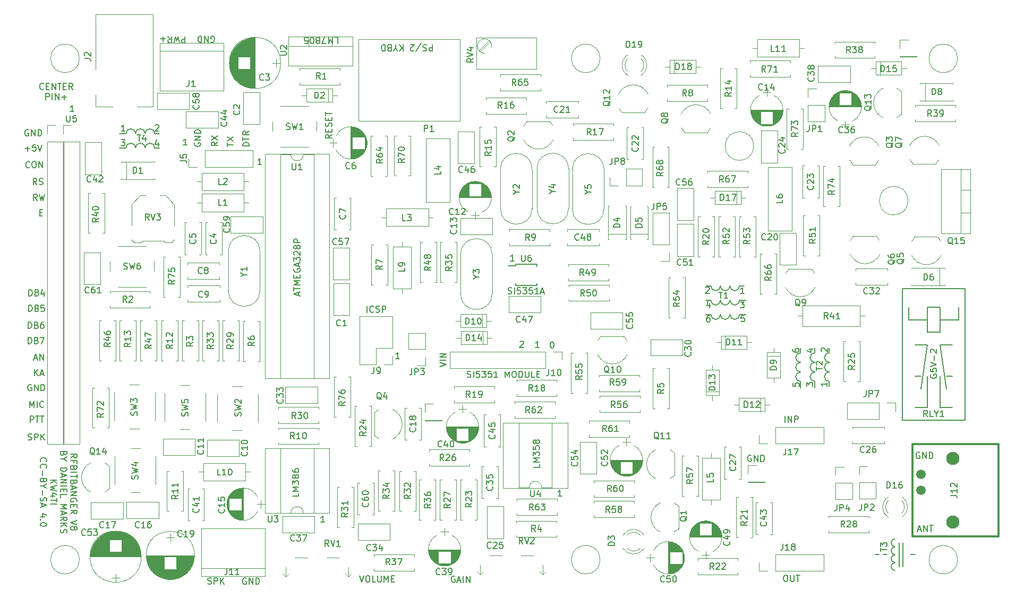
<source format=gbr>
%TF.GenerationSoftware,KiCad,Pcbnew,(6.0.11)*%
%TF.CreationDate,2023-05-06T11:31:50-05:00*%
%TF.ProjectId,RFBitBanger,52464269-7442-4616-9e67-65722e6b6963,rev?*%
%TF.SameCoordinates,Original*%
%TF.FileFunction,Legend,Top*%
%TF.FilePolarity,Positive*%
%FSLAX46Y46*%
G04 Gerber Fmt 4.6, Leading zero omitted, Abs format (unit mm)*
G04 Created by KiCad (PCBNEW (6.0.11)) date 2023-05-06 11:31:50*
%MOMM*%
%LPD*%
G01*
G04 APERTURE LIST*
%ADD10C,0.150000*%
%ADD11C,0.200000*%
%ADD12C,0.120000*%
%ADD13C,0.300000*%
%ADD14C,0.100000*%
%ADD15C,2.100000*%
%ADD16C,1.500000*%
G04 APERTURE END LIST*
D10*
X40138095Y-112575000D02*
X40042857Y-112527380D01*
X39900000Y-112527380D01*
X39757142Y-112575000D01*
X39661904Y-112670238D01*
X39614285Y-112765476D01*
X39566666Y-112955952D01*
X39566666Y-113098809D01*
X39614285Y-113289285D01*
X39661904Y-113384523D01*
X39757142Y-113479761D01*
X39900000Y-113527380D01*
X39995238Y-113527380D01*
X40138095Y-113479761D01*
X40185714Y-113432142D01*
X40185714Y-113098809D01*
X39995238Y-113098809D01*
X40614285Y-113527380D02*
X40614285Y-112527380D01*
X41185714Y-113527380D01*
X41185714Y-112527380D01*
X41661904Y-113527380D02*
X41661904Y-112527380D01*
X41900000Y-112527380D01*
X42042857Y-112575000D01*
X42138095Y-112670238D01*
X42185714Y-112765476D01*
X42233333Y-112955952D01*
X42233333Y-113098809D01*
X42185714Y-113289285D01*
X42138095Y-113384523D01*
X42042857Y-113479761D01*
X41900000Y-113527380D01*
X41661904Y-113527380D01*
X104072619Y-58322619D02*
X104072619Y-59322619D01*
X103691666Y-59322619D01*
X103596428Y-59275000D01*
X103548809Y-59227380D01*
X103501190Y-59132142D01*
X103501190Y-58989285D01*
X103548809Y-58894047D01*
X103596428Y-58846428D01*
X103691666Y-58798809D01*
X104072619Y-58798809D01*
X103120238Y-58370238D02*
X102977380Y-58322619D01*
X102739285Y-58322619D01*
X102644047Y-58370238D01*
X102596428Y-58417857D01*
X102548809Y-58513095D01*
X102548809Y-58608333D01*
X102596428Y-58703571D01*
X102644047Y-58751190D01*
X102739285Y-58798809D01*
X102929761Y-58846428D01*
X103025000Y-58894047D01*
X103072619Y-58941666D01*
X103120238Y-59036904D01*
X103120238Y-59132142D01*
X103072619Y-59227380D01*
X103025000Y-59275000D01*
X102929761Y-59322619D01*
X102691666Y-59322619D01*
X102548809Y-59275000D01*
X101405952Y-59370238D02*
X102263095Y-58084523D01*
X101120238Y-59227380D02*
X101072619Y-59275000D01*
X100977380Y-59322619D01*
X100739285Y-59322619D01*
X100644047Y-59275000D01*
X100596428Y-59227380D01*
X100548809Y-59132142D01*
X100548809Y-59036904D01*
X100596428Y-58894047D01*
X101167857Y-58322619D01*
X100548809Y-58322619D01*
X99358333Y-58322619D02*
X99358333Y-59322619D01*
X98786904Y-58322619D02*
X99215476Y-58894047D01*
X98786904Y-59322619D02*
X99358333Y-58751190D01*
X98167857Y-58798809D02*
X98167857Y-58322619D01*
X98501190Y-59322619D02*
X98167857Y-58798809D01*
X97834523Y-59322619D01*
X97167857Y-58846428D02*
X97025000Y-58798809D01*
X96977380Y-58751190D01*
X96929761Y-58655952D01*
X96929761Y-58513095D01*
X96977380Y-58417857D01*
X97025000Y-58370238D01*
X97120238Y-58322619D01*
X97501190Y-58322619D01*
X97501190Y-59322619D01*
X97167857Y-59322619D01*
X97072619Y-59275000D01*
X97025000Y-59227380D01*
X96977380Y-59132142D01*
X96977380Y-59036904D01*
X97025000Y-58941666D01*
X97072619Y-58894047D01*
X97167857Y-58846428D01*
X97501190Y-58846428D01*
X96501190Y-58322619D02*
X96501190Y-59322619D01*
X96263095Y-59322619D01*
X96120238Y-59275000D01*
X96025000Y-59179761D01*
X95977380Y-59084523D01*
X95929761Y-58894047D01*
X95929761Y-58751190D01*
X95977380Y-58560714D01*
X96025000Y-58465476D01*
X96120238Y-58370238D01*
X96263095Y-58322619D01*
X96501190Y-58322619D01*
X76810714Y-77427380D02*
X76239285Y-77427380D01*
X76525000Y-77427380D02*
X76525000Y-76427380D01*
X76429761Y-76570238D01*
X76334523Y-76665476D01*
X76239285Y-76713095D01*
X64940714Y-74327380D02*
X64369285Y-74327380D01*
X64655000Y-74327380D02*
X64655000Y-73327380D01*
X64559761Y-73470238D01*
X64464523Y-73565476D01*
X64369285Y-73613095D01*
X98815714Y-108392380D02*
X98244285Y-108392380D01*
X98530000Y-108392380D02*
X98530000Y-107392380D01*
X98434761Y-107535238D01*
X98339523Y-107630476D01*
X98244285Y-107678095D01*
X154878095Y-123860000D02*
X154782857Y-123812380D01*
X154640000Y-123812380D01*
X154497142Y-123860000D01*
X154401904Y-123955238D01*
X154354285Y-124050476D01*
X154306666Y-124240952D01*
X154306666Y-124383809D01*
X154354285Y-124574285D01*
X154401904Y-124669523D01*
X154497142Y-124764761D01*
X154640000Y-124812380D01*
X154735238Y-124812380D01*
X154878095Y-124764761D01*
X154925714Y-124717142D01*
X154925714Y-124383809D01*
X154735238Y-124383809D01*
X155354285Y-124812380D02*
X155354285Y-123812380D01*
X155925714Y-124812380D01*
X155925714Y-123812380D01*
X156401904Y-124812380D02*
X156401904Y-123812380D01*
X156640000Y-123812380D01*
X156782857Y-123860000D01*
X156878095Y-123955238D01*
X156925714Y-124050476D01*
X156973333Y-124240952D01*
X156973333Y-124383809D01*
X156925714Y-124574285D01*
X156878095Y-124669523D01*
X156782857Y-124764761D01*
X156640000Y-124812380D01*
X156401904Y-124812380D01*
X46382619Y-124271428D02*
X46858809Y-123938095D01*
X46382619Y-123700000D02*
X47382619Y-123700000D01*
X47382619Y-124080952D01*
X47335000Y-124176190D01*
X47287380Y-124223809D01*
X47192142Y-124271428D01*
X47049285Y-124271428D01*
X46954047Y-124223809D01*
X46906428Y-124176190D01*
X46858809Y-124080952D01*
X46858809Y-123700000D01*
X46906428Y-125033333D02*
X46906428Y-124700000D01*
X46382619Y-124700000D02*
X47382619Y-124700000D01*
X47382619Y-125176190D01*
X46906428Y-125890476D02*
X46858809Y-126033333D01*
X46811190Y-126080952D01*
X46715952Y-126128571D01*
X46573095Y-126128571D01*
X46477857Y-126080952D01*
X46430238Y-126033333D01*
X46382619Y-125938095D01*
X46382619Y-125557142D01*
X47382619Y-125557142D01*
X47382619Y-125890476D01*
X47335000Y-125985714D01*
X47287380Y-126033333D01*
X47192142Y-126080952D01*
X47096904Y-126080952D01*
X47001666Y-126033333D01*
X46954047Y-125985714D01*
X46906428Y-125890476D01*
X46906428Y-125557142D01*
X46382619Y-126557142D02*
X47382619Y-126557142D01*
X47382619Y-126890476D02*
X47382619Y-127461904D01*
X46382619Y-127176190D02*
X47382619Y-127176190D01*
X46906428Y-128128571D02*
X46858809Y-128271428D01*
X46811190Y-128319047D01*
X46715952Y-128366666D01*
X46573095Y-128366666D01*
X46477857Y-128319047D01*
X46430238Y-128271428D01*
X46382619Y-128176190D01*
X46382619Y-127795238D01*
X47382619Y-127795238D01*
X47382619Y-128128571D01*
X47335000Y-128223809D01*
X47287380Y-128271428D01*
X47192142Y-128319047D01*
X47096904Y-128319047D01*
X47001666Y-128271428D01*
X46954047Y-128223809D01*
X46906428Y-128128571D01*
X46906428Y-127795238D01*
X46668333Y-128747619D02*
X46668333Y-129223809D01*
X46382619Y-128652380D02*
X47382619Y-128985714D01*
X46382619Y-129319047D01*
X46382619Y-129652380D02*
X47382619Y-129652380D01*
X46382619Y-130223809D01*
X47382619Y-130223809D01*
X47335000Y-131223809D02*
X47382619Y-131128571D01*
X47382619Y-130985714D01*
X47335000Y-130842857D01*
X47239761Y-130747619D01*
X47144523Y-130700000D01*
X46954047Y-130652380D01*
X46811190Y-130652380D01*
X46620714Y-130700000D01*
X46525476Y-130747619D01*
X46430238Y-130842857D01*
X46382619Y-130985714D01*
X46382619Y-131080952D01*
X46430238Y-131223809D01*
X46477857Y-131271428D01*
X46811190Y-131271428D01*
X46811190Y-131080952D01*
X46906428Y-131700000D02*
X46906428Y-132033333D01*
X46382619Y-132176190D02*
X46382619Y-131700000D01*
X47382619Y-131700000D01*
X47382619Y-132176190D01*
X46382619Y-133176190D02*
X46858809Y-132842857D01*
X46382619Y-132604761D02*
X47382619Y-132604761D01*
X47382619Y-132985714D01*
X47335000Y-133080952D01*
X47287380Y-133128571D01*
X47192142Y-133176190D01*
X47049285Y-133176190D01*
X46954047Y-133128571D01*
X46906428Y-133080952D01*
X46858809Y-132985714D01*
X46858809Y-132604761D01*
X47382619Y-134223809D02*
X46382619Y-134557142D01*
X47382619Y-134890476D01*
X46954047Y-135366666D02*
X47001666Y-135271428D01*
X47049285Y-135223809D01*
X47144523Y-135176190D01*
X47192142Y-135176190D01*
X47287380Y-135223809D01*
X47335000Y-135271428D01*
X47382619Y-135366666D01*
X47382619Y-135557142D01*
X47335000Y-135652380D01*
X47287380Y-135700000D01*
X47192142Y-135747619D01*
X47144523Y-135747619D01*
X47049285Y-135700000D01*
X47001666Y-135652380D01*
X46954047Y-135557142D01*
X46954047Y-135366666D01*
X46906428Y-135271428D01*
X46858809Y-135223809D01*
X46763571Y-135176190D01*
X46573095Y-135176190D01*
X46477857Y-135223809D01*
X46430238Y-135271428D01*
X46382619Y-135366666D01*
X46382619Y-135557142D01*
X46430238Y-135652380D01*
X46477857Y-135700000D01*
X46573095Y-135747619D01*
X46763571Y-135747619D01*
X46858809Y-135700000D01*
X46906428Y-135652380D01*
X46954047Y-135557142D01*
X45296428Y-123557142D02*
X45248809Y-123700000D01*
X45201190Y-123747619D01*
X45105952Y-123795238D01*
X44963095Y-123795238D01*
X44867857Y-123747619D01*
X44820238Y-123700000D01*
X44772619Y-123604761D01*
X44772619Y-123223809D01*
X45772619Y-123223809D01*
X45772619Y-123557142D01*
X45725000Y-123652380D01*
X45677380Y-123700000D01*
X45582142Y-123747619D01*
X45486904Y-123747619D01*
X45391666Y-123700000D01*
X45344047Y-123652380D01*
X45296428Y-123557142D01*
X45296428Y-123223809D01*
X45248809Y-124414285D02*
X44772619Y-124414285D01*
X45772619Y-124080952D02*
X45248809Y-124414285D01*
X45772619Y-124747619D01*
X44772619Y-125842857D02*
X45772619Y-125842857D01*
X45772619Y-126080952D01*
X45725000Y-126223809D01*
X45629761Y-126319047D01*
X45534523Y-126366666D01*
X45344047Y-126414285D01*
X45201190Y-126414285D01*
X45010714Y-126366666D01*
X44915476Y-126319047D01*
X44820238Y-126223809D01*
X44772619Y-126080952D01*
X44772619Y-125842857D01*
X45058333Y-126795238D02*
X45058333Y-127271428D01*
X44772619Y-126700000D02*
X45772619Y-127033333D01*
X44772619Y-127366666D01*
X44772619Y-127700000D02*
X45772619Y-127700000D01*
X44772619Y-128271428D01*
X45772619Y-128271428D01*
X44772619Y-128747619D02*
X45772619Y-128747619D01*
X45296428Y-129223809D02*
X45296428Y-129557142D01*
X44772619Y-129700000D02*
X44772619Y-129223809D01*
X45772619Y-129223809D01*
X45772619Y-129700000D01*
X44772619Y-130604761D02*
X44772619Y-130128571D01*
X45772619Y-130128571D01*
X44772619Y-131700000D02*
X45772619Y-131700000D01*
X45058333Y-132033333D01*
X45772619Y-132366666D01*
X44772619Y-132366666D01*
X45058333Y-132795238D02*
X45058333Y-133271428D01*
X44772619Y-132700000D02*
X45772619Y-133033333D01*
X44772619Y-133366666D01*
X44772619Y-134271428D02*
X45248809Y-133938095D01*
X44772619Y-133700000D02*
X45772619Y-133700000D01*
X45772619Y-134080952D01*
X45725000Y-134176190D01*
X45677380Y-134223809D01*
X45582142Y-134271428D01*
X45439285Y-134271428D01*
X45344047Y-134223809D01*
X45296428Y-134176190D01*
X45248809Y-134080952D01*
X45248809Y-133700000D01*
X44772619Y-134700000D02*
X45772619Y-134700000D01*
X44772619Y-135271428D02*
X45344047Y-134842857D01*
X45772619Y-135271428D02*
X45201190Y-134700000D01*
X44820238Y-135652380D02*
X44772619Y-135795238D01*
X44772619Y-136033333D01*
X44820238Y-136128571D01*
X44867857Y-136176190D01*
X44963095Y-136223809D01*
X45058333Y-136223809D01*
X45153571Y-136176190D01*
X45201190Y-136128571D01*
X45248809Y-136033333D01*
X45296428Y-135842857D01*
X45344047Y-135747619D01*
X45391666Y-135700000D01*
X45486904Y-135652380D01*
X45582142Y-135652380D01*
X45677380Y-135700000D01*
X45725000Y-135747619D01*
X45772619Y-135842857D01*
X45772619Y-136080952D01*
X45725000Y-136223809D01*
X43162619Y-127771428D02*
X44162619Y-127771428D01*
X43162619Y-128342857D02*
X43734047Y-127914285D01*
X44162619Y-128342857D02*
X43591190Y-127771428D01*
X44162619Y-128676190D02*
X43162619Y-128914285D01*
X43876904Y-129104761D01*
X43162619Y-129295238D01*
X44162619Y-129533333D01*
X43829285Y-130342857D02*
X43162619Y-130342857D01*
X44210238Y-130104761D02*
X43495952Y-129866666D01*
X43495952Y-130485714D01*
X44162619Y-130723809D02*
X44162619Y-131295238D01*
X43162619Y-131009523D02*
X44162619Y-131009523D01*
X43162619Y-131628571D02*
X44162619Y-131628571D01*
X41647857Y-124866666D02*
X41600238Y-124819047D01*
X41552619Y-124676190D01*
X41552619Y-124580952D01*
X41600238Y-124438095D01*
X41695476Y-124342857D01*
X41790714Y-124295238D01*
X41981190Y-124247619D01*
X42124047Y-124247619D01*
X42314523Y-124295238D01*
X42409761Y-124342857D01*
X42505000Y-124438095D01*
X42552619Y-124580952D01*
X42552619Y-124676190D01*
X42505000Y-124819047D01*
X42457380Y-124866666D01*
X41647857Y-125866666D02*
X41600238Y-125819047D01*
X41552619Y-125676190D01*
X41552619Y-125580952D01*
X41600238Y-125438095D01*
X41695476Y-125342857D01*
X41790714Y-125295238D01*
X41981190Y-125247619D01*
X42124047Y-125247619D01*
X42314523Y-125295238D01*
X42409761Y-125342857D01*
X42505000Y-125438095D01*
X42552619Y-125580952D01*
X42552619Y-125676190D01*
X42505000Y-125819047D01*
X42457380Y-125866666D01*
X41933571Y-126295238D02*
X41933571Y-127057142D01*
X42076428Y-127866666D02*
X42028809Y-128009523D01*
X41981190Y-128057142D01*
X41885952Y-128104761D01*
X41743095Y-128104761D01*
X41647857Y-128057142D01*
X41600238Y-128009523D01*
X41552619Y-127914285D01*
X41552619Y-127533333D01*
X42552619Y-127533333D01*
X42552619Y-127866666D01*
X42505000Y-127961904D01*
X42457380Y-128009523D01*
X42362142Y-128057142D01*
X42266904Y-128057142D01*
X42171666Y-128009523D01*
X42124047Y-127961904D01*
X42076428Y-127866666D01*
X42076428Y-127533333D01*
X42028809Y-128723809D02*
X41552619Y-128723809D01*
X42552619Y-128390476D02*
X42028809Y-128723809D01*
X42552619Y-129057142D01*
X41933571Y-129390476D02*
X41933571Y-130152380D01*
X41600238Y-130580952D02*
X41552619Y-130723809D01*
X41552619Y-130961904D01*
X41600238Y-131057142D01*
X41647857Y-131104761D01*
X41743095Y-131152380D01*
X41838333Y-131152380D01*
X41933571Y-131104761D01*
X41981190Y-131057142D01*
X42028809Y-130961904D01*
X42076428Y-130771428D01*
X42124047Y-130676190D01*
X42171666Y-130628571D01*
X42266904Y-130580952D01*
X42362142Y-130580952D01*
X42457380Y-130628571D01*
X42505000Y-130676190D01*
X42552619Y-130771428D01*
X42552619Y-131009523D01*
X42505000Y-131152380D01*
X41838333Y-131533333D02*
X41838333Y-132009523D01*
X41552619Y-131438095D02*
X42552619Y-131771428D01*
X41552619Y-132104761D01*
X42219285Y-133628571D02*
X41552619Y-133628571D01*
X42600238Y-133390476D02*
X41885952Y-133152380D01*
X41885952Y-133771428D01*
X41647857Y-134152380D02*
X41600238Y-134200000D01*
X41552619Y-134152380D01*
X41600238Y-134104761D01*
X41647857Y-134152380D01*
X41552619Y-134152380D01*
X42552619Y-134819047D02*
X42552619Y-134914285D01*
X42505000Y-135009523D01*
X42457380Y-135057142D01*
X42362142Y-135104761D01*
X42171666Y-135152380D01*
X41933571Y-135152380D01*
X41743095Y-135104761D01*
X41647857Y-135057142D01*
X41600238Y-135009523D01*
X41552619Y-134914285D01*
X41552619Y-134819047D01*
X41600238Y-134723809D01*
X41647857Y-134676190D01*
X41743095Y-134628571D01*
X41933571Y-134580952D01*
X42171666Y-134580952D01*
X42362142Y-134628571D01*
X42457380Y-134676190D01*
X42505000Y-134723809D01*
X42552619Y-134819047D01*
X39951190Y-118602380D02*
X39951190Y-117602380D01*
X40332142Y-117602380D01*
X40427380Y-117650000D01*
X40475000Y-117697619D01*
X40522619Y-117792857D01*
X40522619Y-117935714D01*
X40475000Y-118030952D01*
X40427380Y-118078571D01*
X40332142Y-118126190D01*
X39951190Y-118126190D01*
X40808333Y-117602380D02*
X41379761Y-117602380D01*
X41094047Y-118602380D02*
X41094047Y-117602380D01*
X41570238Y-117602380D02*
X42141666Y-117602380D01*
X41855952Y-118602380D02*
X41855952Y-117602380D01*
X39639285Y-121354761D02*
X39782142Y-121402380D01*
X40020238Y-121402380D01*
X40115476Y-121354761D01*
X40163095Y-121307142D01*
X40210714Y-121211904D01*
X40210714Y-121116666D01*
X40163095Y-121021428D01*
X40115476Y-120973809D01*
X40020238Y-120926190D01*
X39829761Y-120878571D01*
X39734523Y-120830952D01*
X39686904Y-120783333D01*
X39639285Y-120688095D01*
X39639285Y-120592857D01*
X39686904Y-120497619D01*
X39734523Y-120450000D01*
X39829761Y-120402380D01*
X40067857Y-120402380D01*
X40210714Y-120450000D01*
X40639285Y-121402380D02*
X40639285Y-120402380D01*
X41020238Y-120402380D01*
X41115476Y-120450000D01*
X41163095Y-120497619D01*
X41210714Y-120592857D01*
X41210714Y-120735714D01*
X41163095Y-120830952D01*
X41115476Y-120878571D01*
X41020238Y-120926190D01*
X40639285Y-120926190D01*
X41639285Y-121402380D02*
X41639285Y-120402380D01*
X42210714Y-121402380D02*
X41782142Y-120830952D01*
X42210714Y-120402380D02*
X41639285Y-120973809D01*
X41008333Y-80652380D02*
X40675000Y-80176190D01*
X40436904Y-80652380D02*
X40436904Y-79652380D01*
X40817857Y-79652380D01*
X40913095Y-79700000D01*
X40960714Y-79747619D01*
X41008333Y-79842857D01*
X41008333Y-79985714D01*
X40960714Y-80080952D01*
X40913095Y-80128571D01*
X40817857Y-80176190D01*
X40436904Y-80176190D01*
X41389285Y-80604761D02*
X41532142Y-80652380D01*
X41770238Y-80652380D01*
X41865476Y-80604761D01*
X41913095Y-80557142D01*
X41960714Y-80461904D01*
X41960714Y-80366666D01*
X41913095Y-80271428D01*
X41865476Y-80223809D01*
X41770238Y-80176190D01*
X41579761Y-80128571D01*
X41484523Y-80080952D01*
X41436904Y-80033333D01*
X41389285Y-79938095D01*
X41389285Y-79842857D01*
X41436904Y-79747619D01*
X41484523Y-79700000D01*
X41579761Y-79652380D01*
X41817857Y-79652380D01*
X41960714Y-79700000D01*
X74822380Y-74472857D02*
X73822380Y-74472857D01*
X73822380Y-74234761D01*
X73870000Y-74091904D01*
X73965238Y-73996666D01*
X74060476Y-73949047D01*
X74250952Y-73901428D01*
X74393809Y-73901428D01*
X74584285Y-73949047D01*
X74679523Y-73996666D01*
X74774761Y-74091904D01*
X74822380Y-74234761D01*
X74822380Y-74472857D01*
X73822380Y-73615714D02*
X73822380Y-73044285D01*
X74822380Y-73330000D02*
X73822380Y-73330000D01*
X74822380Y-72139523D02*
X74346190Y-72472857D01*
X74822380Y-72710952D02*
X73822380Y-72710952D01*
X73822380Y-72330000D01*
X73870000Y-72234761D01*
X73917619Y-72187142D01*
X74012857Y-72139523D01*
X74155714Y-72139523D01*
X74250952Y-72187142D01*
X74298571Y-72234761D01*
X74346190Y-72330000D01*
X74346190Y-72710952D01*
X124685714Y-130352380D02*
X124114285Y-130352380D01*
X124400000Y-130352380D02*
X124400000Y-129352380D01*
X124304761Y-129495238D01*
X124209523Y-129590476D01*
X124114285Y-129638095D01*
X88496666Y-57127619D02*
X88972857Y-57127619D01*
X88972857Y-58127619D01*
X88163333Y-57127619D02*
X88163333Y-58127619D01*
X87830000Y-57413333D01*
X87496666Y-58127619D01*
X87496666Y-57127619D01*
X87115714Y-58127619D02*
X86449047Y-58127619D01*
X86877619Y-57127619D01*
X85925238Y-57699047D02*
X86020476Y-57746666D01*
X86068095Y-57794285D01*
X86115714Y-57889523D01*
X86115714Y-57937142D01*
X86068095Y-58032380D01*
X86020476Y-58080000D01*
X85925238Y-58127619D01*
X85734761Y-58127619D01*
X85639523Y-58080000D01*
X85591904Y-58032380D01*
X85544285Y-57937142D01*
X85544285Y-57889523D01*
X85591904Y-57794285D01*
X85639523Y-57746666D01*
X85734761Y-57699047D01*
X85925238Y-57699047D01*
X86020476Y-57651428D01*
X86068095Y-57603809D01*
X86115714Y-57508571D01*
X86115714Y-57318095D01*
X86068095Y-57222857D01*
X86020476Y-57175238D01*
X85925238Y-57127619D01*
X85734761Y-57127619D01*
X85639523Y-57175238D01*
X85591904Y-57222857D01*
X85544285Y-57318095D01*
X85544285Y-57508571D01*
X85591904Y-57603809D01*
X85639523Y-57651428D01*
X85734761Y-57699047D01*
X84925238Y-58127619D02*
X84830000Y-58127619D01*
X84734761Y-58080000D01*
X84687142Y-58032380D01*
X84639523Y-57937142D01*
X84591904Y-57746666D01*
X84591904Y-57508571D01*
X84639523Y-57318095D01*
X84687142Y-57222857D01*
X84734761Y-57175238D01*
X84830000Y-57127619D01*
X84925238Y-57127619D01*
X85020476Y-57175238D01*
X85068095Y-57222857D01*
X85115714Y-57318095D01*
X85163333Y-57508571D01*
X85163333Y-57746666D01*
X85115714Y-57937142D01*
X85068095Y-58032380D01*
X85020476Y-58080000D01*
X84925238Y-58127619D01*
X83687142Y-58127619D02*
X84163333Y-58127619D01*
X84210952Y-57651428D01*
X84163333Y-57699047D01*
X84068095Y-57746666D01*
X83830000Y-57746666D01*
X83734761Y-57699047D01*
X83687142Y-57651428D01*
X83639523Y-57556190D01*
X83639523Y-57318095D01*
X83687142Y-57222857D01*
X83734761Y-57175238D01*
X83830000Y-57127619D01*
X84068095Y-57127619D01*
X84163333Y-57175238D01*
X84210952Y-57222857D01*
X109614285Y-111374761D02*
X109757142Y-111422380D01*
X109995238Y-111422380D01*
X110090476Y-111374761D01*
X110138095Y-111327142D01*
X110185714Y-111231904D01*
X110185714Y-111136666D01*
X110138095Y-111041428D01*
X110090476Y-110993809D01*
X109995238Y-110946190D01*
X109804761Y-110898571D01*
X109709523Y-110850952D01*
X109661904Y-110803333D01*
X109614285Y-110708095D01*
X109614285Y-110612857D01*
X109661904Y-110517619D01*
X109709523Y-110470000D01*
X109804761Y-110422380D01*
X110042857Y-110422380D01*
X110185714Y-110470000D01*
X110614285Y-111422380D02*
X110614285Y-110422380D01*
X111566666Y-110422380D02*
X111090476Y-110422380D01*
X111042857Y-110898571D01*
X111090476Y-110850952D01*
X111185714Y-110803333D01*
X111423809Y-110803333D01*
X111519047Y-110850952D01*
X111566666Y-110898571D01*
X111614285Y-110993809D01*
X111614285Y-111231904D01*
X111566666Y-111327142D01*
X111519047Y-111374761D01*
X111423809Y-111422380D01*
X111185714Y-111422380D01*
X111090476Y-111374761D01*
X111042857Y-111327142D01*
X111947619Y-110422380D02*
X112566666Y-110422380D01*
X112233333Y-110803333D01*
X112376190Y-110803333D01*
X112471428Y-110850952D01*
X112519047Y-110898571D01*
X112566666Y-110993809D01*
X112566666Y-111231904D01*
X112519047Y-111327142D01*
X112471428Y-111374761D01*
X112376190Y-111422380D01*
X112090476Y-111422380D01*
X111995238Y-111374761D01*
X111947619Y-111327142D01*
X113471428Y-110422380D02*
X112995238Y-110422380D01*
X112947619Y-110898571D01*
X112995238Y-110850952D01*
X113090476Y-110803333D01*
X113328571Y-110803333D01*
X113423809Y-110850952D01*
X113471428Y-110898571D01*
X113519047Y-110993809D01*
X113519047Y-111231904D01*
X113471428Y-111327142D01*
X113423809Y-111374761D01*
X113328571Y-111422380D01*
X113090476Y-111422380D01*
X112995238Y-111374761D01*
X112947619Y-111327142D01*
X114471428Y-111422380D02*
X113900000Y-111422380D01*
X114185714Y-111422380D02*
X114185714Y-110422380D01*
X114090476Y-110565238D01*
X113995238Y-110660476D01*
X113900000Y-110708095D01*
X115661904Y-111422380D02*
X115661904Y-110422380D01*
X115995238Y-111136666D01*
X116328571Y-110422380D01*
X116328571Y-111422380D01*
X116995238Y-110422380D02*
X117185714Y-110422380D01*
X117280952Y-110470000D01*
X117376190Y-110565238D01*
X117423809Y-110755714D01*
X117423809Y-111089047D01*
X117376190Y-111279523D01*
X117280952Y-111374761D01*
X117185714Y-111422380D01*
X116995238Y-111422380D01*
X116900000Y-111374761D01*
X116804761Y-111279523D01*
X116757142Y-111089047D01*
X116757142Y-110755714D01*
X116804761Y-110565238D01*
X116900000Y-110470000D01*
X116995238Y-110422380D01*
X117852380Y-111422380D02*
X117852380Y-110422380D01*
X118090476Y-110422380D01*
X118233333Y-110470000D01*
X118328571Y-110565238D01*
X118376190Y-110660476D01*
X118423809Y-110850952D01*
X118423809Y-110993809D01*
X118376190Y-111184285D01*
X118328571Y-111279523D01*
X118233333Y-111374761D01*
X118090476Y-111422380D01*
X117852380Y-111422380D01*
X118852380Y-110422380D02*
X118852380Y-111231904D01*
X118900000Y-111327142D01*
X118947619Y-111374761D01*
X119042857Y-111422380D01*
X119233333Y-111422380D01*
X119328571Y-111374761D01*
X119376190Y-111327142D01*
X119423809Y-111231904D01*
X119423809Y-110422380D01*
X120376190Y-111422380D02*
X119900000Y-111422380D01*
X119900000Y-110422380D01*
X120709523Y-110898571D02*
X121042857Y-110898571D01*
X121185714Y-111422380D02*
X120709523Y-111422380D01*
X120709523Y-110422380D01*
X121185714Y-110422380D01*
X105242380Y-109665238D02*
X106242380Y-109331904D01*
X105242380Y-108998571D01*
X106242380Y-108665238D02*
X105242380Y-108665238D01*
X106242380Y-108189047D02*
X105242380Y-108189047D01*
X106242380Y-107617619D01*
X105242380Y-107617619D01*
X71327380Y-74546904D02*
X71327380Y-73975476D01*
X72327380Y-74261190D02*
X71327380Y-74261190D01*
X71327380Y-73737380D02*
X72327380Y-73070714D01*
X71327380Y-73070714D02*
X72327380Y-73737380D01*
X68766904Y-57915000D02*
X68862142Y-57962619D01*
X69005000Y-57962619D01*
X69147857Y-57915000D01*
X69243095Y-57819761D01*
X69290714Y-57724523D01*
X69338333Y-57534047D01*
X69338333Y-57391190D01*
X69290714Y-57200714D01*
X69243095Y-57105476D01*
X69147857Y-57010238D01*
X69005000Y-56962619D01*
X68909761Y-56962619D01*
X68766904Y-57010238D01*
X68719285Y-57057857D01*
X68719285Y-57391190D01*
X68909761Y-57391190D01*
X68290714Y-56962619D02*
X68290714Y-57962619D01*
X67719285Y-56962619D01*
X67719285Y-57962619D01*
X67243095Y-56962619D02*
X67243095Y-57962619D01*
X67005000Y-57962619D01*
X66862142Y-57915000D01*
X66766904Y-57819761D01*
X66719285Y-57724523D01*
X66671666Y-57534047D01*
X66671666Y-57391190D01*
X66719285Y-57200714D01*
X66766904Y-57105476D01*
X66862142Y-57010238D01*
X67005000Y-56962619D01*
X67243095Y-56962619D01*
X39711904Y-98402380D02*
X39711904Y-97402380D01*
X39950000Y-97402380D01*
X40092857Y-97450000D01*
X40188095Y-97545238D01*
X40235714Y-97640476D01*
X40283333Y-97830952D01*
X40283333Y-97973809D01*
X40235714Y-98164285D01*
X40188095Y-98259523D01*
X40092857Y-98354761D01*
X39950000Y-98402380D01*
X39711904Y-98402380D01*
X41045238Y-97878571D02*
X41188095Y-97926190D01*
X41235714Y-97973809D01*
X41283333Y-98069047D01*
X41283333Y-98211904D01*
X41235714Y-98307142D01*
X41188095Y-98354761D01*
X41092857Y-98402380D01*
X40711904Y-98402380D01*
X40711904Y-97402380D01*
X41045238Y-97402380D01*
X41140476Y-97450000D01*
X41188095Y-97497619D01*
X41235714Y-97592857D01*
X41235714Y-97688095D01*
X41188095Y-97783333D01*
X41140476Y-97830952D01*
X41045238Y-97878571D01*
X40711904Y-97878571D01*
X42140476Y-97735714D02*
X42140476Y-98402380D01*
X41902380Y-97354761D02*
X41664285Y-98069047D01*
X42283333Y-98069047D01*
X41038095Y-83152380D02*
X40704761Y-82676190D01*
X40466666Y-83152380D02*
X40466666Y-82152380D01*
X40847619Y-82152380D01*
X40942857Y-82200000D01*
X40990476Y-82247619D01*
X41038095Y-82342857D01*
X41038095Y-82485714D01*
X40990476Y-82580952D01*
X40942857Y-82628571D01*
X40847619Y-82676190D01*
X40466666Y-82676190D01*
X41371428Y-82152380D02*
X41609523Y-83152380D01*
X41800000Y-82438095D01*
X41990476Y-83152380D01*
X42228571Y-82152380D01*
X181733095Y-123405000D02*
X181637857Y-123357380D01*
X181495000Y-123357380D01*
X181352142Y-123405000D01*
X181256904Y-123500238D01*
X181209285Y-123595476D01*
X181161666Y-123785952D01*
X181161666Y-123928809D01*
X181209285Y-124119285D01*
X181256904Y-124214523D01*
X181352142Y-124309761D01*
X181495000Y-124357380D01*
X181590238Y-124357380D01*
X181733095Y-124309761D01*
X181780714Y-124262142D01*
X181780714Y-123928809D01*
X181590238Y-123928809D01*
X182209285Y-124357380D02*
X182209285Y-123357380D01*
X182780714Y-124357380D01*
X182780714Y-123357380D01*
X183256904Y-124357380D02*
X183256904Y-123357380D01*
X183495000Y-123357380D01*
X183637857Y-123405000D01*
X183733095Y-123500238D01*
X183780714Y-123595476D01*
X183828333Y-123785952D01*
X183828333Y-123928809D01*
X183780714Y-124119285D01*
X183733095Y-124214523D01*
X183637857Y-124309761D01*
X183495000Y-124357380D01*
X183256904Y-124357380D01*
X74378095Y-143470000D02*
X74282857Y-143422380D01*
X74140000Y-143422380D01*
X73997142Y-143470000D01*
X73901904Y-143565238D01*
X73854285Y-143660476D01*
X73806666Y-143850952D01*
X73806666Y-143993809D01*
X73854285Y-144184285D01*
X73901904Y-144279523D01*
X73997142Y-144374761D01*
X74140000Y-144422380D01*
X74235238Y-144422380D01*
X74378095Y-144374761D01*
X74425714Y-144327142D01*
X74425714Y-143993809D01*
X74235238Y-143993809D01*
X74854285Y-144422380D02*
X74854285Y-143422380D01*
X75425714Y-144422380D01*
X75425714Y-143422380D01*
X75901904Y-144422380D02*
X75901904Y-143422380D01*
X76140000Y-143422380D01*
X76282857Y-143470000D01*
X76378095Y-143565238D01*
X76425714Y-143660476D01*
X76473333Y-143850952D01*
X76473333Y-143993809D01*
X76425714Y-144184285D01*
X76378095Y-144279523D01*
X76282857Y-144374761D01*
X76140000Y-144422380D01*
X75901904Y-144422380D01*
X121117380Y-125285476D02*
X121117380Y-125761666D01*
X120117380Y-125761666D01*
X121117380Y-124952142D02*
X120117380Y-124952142D01*
X120831666Y-124618809D01*
X120117380Y-124285476D01*
X121117380Y-124285476D01*
X120117380Y-123904523D02*
X120117380Y-123285476D01*
X120498333Y-123618809D01*
X120498333Y-123475952D01*
X120545952Y-123380714D01*
X120593571Y-123333095D01*
X120688809Y-123285476D01*
X120926904Y-123285476D01*
X121022142Y-123333095D01*
X121069761Y-123380714D01*
X121117380Y-123475952D01*
X121117380Y-123761666D01*
X121069761Y-123856904D01*
X121022142Y-123904523D01*
X120117380Y-122380714D02*
X120117380Y-122856904D01*
X120593571Y-122904523D01*
X120545952Y-122856904D01*
X120498333Y-122761666D01*
X120498333Y-122523571D01*
X120545952Y-122428333D01*
X120593571Y-122380714D01*
X120688809Y-122333095D01*
X120926904Y-122333095D01*
X121022142Y-122380714D01*
X121069761Y-122428333D01*
X121117380Y-122523571D01*
X121117380Y-122761666D01*
X121069761Y-122856904D01*
X121022142Y-122904523D01*
X120545952Y-121761666D02*
X120498333Y-121856904D01*
X120450714Y-121904523D01*
X120355476Y-121952142D01*
X120307857Y-121952142D01*
X120212619Y-121904523D01*
X120165000Y-121856904D01*
X120117380Y-121761666D01*
X120117380Y-121571190D01*
X120165000Y-121475952D01*
X120212619Y-121428333D01*
X120307857Y-121380714D01*
X120355476Y-121380714D01*
X120450714Y-121428333D01*
X120498333Y-121475952D01*
X120545952Y-121571190D01*
X120545952Y-121761666D01*
X120593571Y-121856904D01*
X120641190Y-121904523D01*
X120736428Y-121952142D01*
X120926904Y-121952142D01*
X121022142Y-121904523D01*
X121069761Y-121856904D01*
X121117380Y-121761666D01*
X121117380Y-121571190D01*
X121069761Y-121475952D01*
X121022142Y-121428333D01*
X120926904Y-121380714D01*
X120736428Y-121380714D01*
X120641190Y-121428333D01*
X120593571Y-121475952D01*
X120545952Y-121571190D01*
X39663095Y-71925000D02*
X39567857Y-71877380D01*
X39425000Y-71877380D01*
X39282142Y-71925000D01*
X39186904Y-72020238D01*
X39139285Y-72115476D01*
X39091666Y-72305952D01*
X39091666Y-72448809D01*
X39139285Y-72639285D01*
X39186904Y-72734523D01*
X39282142Y-72829761D01*
X39425000Y-72877380D01*
X39520238Y-72877380D01*
X39663095Y-72829761D01*
X39710714Y-72782142D01*
X39710714Y-72448809D01*
X39520238Y-72448809D01*
X40139285Y-72877380D02*
X40139285Y-71877380D01*
X40710714Y-72877380D01*
X40710714Y-71877380D01*
X41186904Y-72877380D02*
X41186904Y-71877380D01*
X41425000Y-71877380D01*
X41567857Y-71925000D01*
X41663095Y-72020238D01*
X41710714Y-72115476D01*
X41758333Y-72305952D01*
X41758333Y-72448809D01*
X41710714Y-72639285D01*
X41663095Y-72734523D01*
X41567857Y-72829761D01*
X41425000Y-72877380D01*
X41186904Y-72877380D01*
X39878571Y-116202380D02*
X39878571Y-115202380D01*
X40211904Y-115916666D01*
X40545238Y-115202380D01*
X40545238Y-116202380D01*
X41021428Y-116202380D02*
X41021428Y-115202380D01*
X42069047Y-116107142D02*
X42021428Y-116154761D01*
X41878571Y-116202380D01*
X41783333Y-116202380D01*
X41640476Y-116154761D01*
X41545238Y-116059523D01*
X41497619Y-115964285D01*
X41450000Y-115773809D01*
X41450000Y-115630952D01*
X41497619Y-115440476D01*
X41545238Y-115345238D01*
X41640476Y-115250000D01*
X41783333Y-115202380D01*
X41878571Y-115202380D01*
X42021428Y-115250000D01*
X42069047Y-115297619D01*
X68274285Y-144354761D02*
X68417142Y-144402380D01*
X68655238Y-144402380D01*
X68750476Y-144354761D01*
X68798095Y-144307142D01*
X68845714Y-144211904D01*
X68845714Y-144116666D01*
X68798095Y-144021428D01*
X68750476Y-143973809D01*
X68655238Y-143926190D01*
X68464761Y-143878571D01*
X68369523Y-143830952D01*
X68321904Y-143783333D01*
X68274285Y-143688095D01*
X68274285Y-143592857D01*
X68321904Y-143497619D01*
X68369523Y-143450000D01*
X68464761Y-143402380D01*
X68702857Y-143402380D01*
X68845714Y-143450000D01*
X69274285Y-144402380D02*
X69274285Y-143402380D01*
X69655238Y-143402380D01*
X69750476Y-143450000D01*
X69798095Y-143497619D01*
X69845714Y-143592857D01*
X69845714Y-143735714D01*
X69798095Y-143830952D01*
X69750476Y-143878571D01*
X69655238Y-143926190D01*
X69274285Y-143926190D01*
X70274285Y-144402380D02*
X70274285Y-143402380D01*
X70845714Y-144402380D02*
X70417142Y-143830952D01*
X70845714Y-143402380D02*
X70274285Y-143973809D01*
X41460714Y-85128571D02*
X41794047Y-85128571D01*
X41936904Y-85652380D02*
X41460714Y-85652380D01*
X41460714Y-84652380D01*
X41936904Y-84652380D01*
X64627380Y-57002619D02*
X64627380Y-58002619D01*
X64246428Y-58002619D01*
X64151190Y-57955000D01*
X64103571Y-57907380D01*
X64055952Y-57812142D01*
X64055952Y-57669285D01*
X64103571Y-57574047D01*
X64151190Y-57526428D01*
X64246428Y-57478809D01*
X64627380Y-57478809D01*
X63722619Y-58002619D02*
X63484523Y-57002619D01*
X63294047Y-57716904D01*
X63103571Y-57002619D01*
X62865476Y-58002619D01*
X61913095Y-57002619D02*
X62246428Y-57478809D01*
X62484523Y-57002619D02*
X62484523Y-58002619D01*
X62103571Y-58002619D01*
X62008333Y-57955000D01*
X61960714Y-57907380D01*
X61913095Y-57812142D01*
X61913095Y-57669285D01*
X61960714Y-57574047D01*
X62008333Y-57526428D01*
X62103571Y-57478809D01*
X62484523Y-57478809D01*
X61484523Y-57383571D02*
X60722619Y-57383571D01*
X61103571Y-57002619D02*
X61103571Y-57764523D01*
X160266190Y-118562380D02*
X160266190Y-117562380D01*
X160742380Y-118562380D02*
X160742380Y-117562380D01*
X161313809Y-118562380D01*
X161313809Y-117562380D01*
X161790000Y-118562380D02*
X161790000Y-117562380D01*
X162170952Y-117562380D01*
X162266190Y-117610000D01*
X162313809Y-117657619D01*
X162361428Y-117752857D01*
X162361428Y-117895714D01*
X162313809Y-117990952D01*
X162266190Y-118038571D01*
X162170952Y-118086190D01*
X161790000Y-118086190D01*
X92480476Y-143052380D02*
X92813809Y-144052380D01*
X93147142Y-143052380D01*
X93670952Y-143052380D02*
X93861428Y-143052380D01*
X93956666Y-143100000D01*
X94051904Y-143195238D01*
X94099523Y-143385714D01*
X94099523Y-143719047D01*
X94051904Y-143909523D01*
X93956666Y-144004761D01*
X93861428Y-144052380D01*
X93670952Y-144052380D01*
X93575714Y-144004761D01*
X93480476Y-143909523D01*
X93432857Y-143719047D01*
X93432857Y-143385714D01*
X93480476Y-143195238D01*
X93575714Y-143100000D01*
X93670952Y-143052380D01*
X95004285Y-144052380D02*
X94528095Y-144052380D01*
X94528095Y-143052380D01*
X95337619Y-143052380D02*
X95337619Y-143861904D01*
X95385238Y-143957142D01*
X95432857Y-144004761D01*
X95528095Y-144052380D01*
X95718571Y-144052380D01*
X95813809Y-144004761D01*
X95861428Y-143957142D01*
X95909047Y-143861904D01*
X95909047Y-143052380D01*
X96385238Y-144052380D02*
X96385238Y-143052380D01*
X96718571Y-143766666D01*
X97051904Y-143052380D01*
X97051904Y-144052380D01*
X97528095Y-143528571D02*
X97861428Y-143528571D01*
X98004285Y-144052380D02*
X97528095Y-144052380D01*
X97528095Y-143052380D01*
X98004285Y-143052380D01*
X160290000Y-142962380D02*
X160480476Y-142962380D01*
X160575714Y-143010000D01*
X160670952Y-143105238D01*
X160718571Y-143295714D01*
X160718571Y-143629047D01*
X160670952Y-143819523D01*
X160575714Y-143914761D01*
X160480476Y-143962380D01*
X160290000Y-143962380D01*
X160194761Y-143914761D01*
X160099523Y-143819523D01*
X160051904Y-143629047D01*
X160051904Y-143295714D01*
X160099523Y-143105238D01*
X160194761Y-143010000D01*
X160290000Y-142962380D01*
X161147142Y-142962380D02*
X161147142Y-143771904D01*
X161194761Y-143867142D01*
X161242380Y-143914761D01*
X161337619Y-143962380D01*
X161528095Y-143962380D01*
X161623333Y-143914761D01*
X161670952Y-143867142D01*
X161718571Y-143771904D01*
X161718571Y-142962380D01*
X162051904Y-142962380D02*
X162623333Y-142962380D01*
X162337619Y-143962380D02*
X162337619Y-142962380D01*
X93633809Y-101012380D02*
X93633809Y-100012380D01*
X94681428Y-100917142D02*
X94633809Y-100964761D01*
X94490952Y-101012380D01*
X94395714Y-101012380D01*
X94252857Y-100964761D01*
X94157619Y-100869523D01*
X94110000Y-100774285D01*
X94062380Y-100583809D01*
X94062380Y-100440952D01*
X94110000Y-100250476D01*
X94157619Y-100155238D01*
X94252857Y-100060000D01*
X94395714Y-100012380D01*
X94490952Y-100012380D01*
X94633809Y-100060000D01*
X94681428Y-100107619D01*
X95062380Y-100964761D02*
X95205238Y-101012380D01*
X95443333Y-101012380D01*
X95538571Y-100964761D01*
X95586190Y-100917142D01*
X95633809Y-100821904D01*
X95633809Y-100726666D01*
X95586190Y-100631428D01*
X95538571Y-100583809D01*
X95443333Y-100536190D01*
X95252857Y-100488571D01*
X95157619Y-100440952D01*
X95110000Y-100393333D01*
X95062380Y-100298095D01*
X95062380Y-100202857D01*
X95110000Y-100107619D01*
X95157619Y-100060000D01*
X95252857Y-100012380D01*
X95490952Y-100012380D01*
X95633809Y-100060000D01*
X96062380Y-101012380D02*
X96062380Y-100012380D01*
X96443333Y-100012380D01*
X96538571Y-100060000D01*
X96586190Y-100107619D01*
X96633809Y-100202857D01*
X96633809Y-100345714D01*
X96586190Y-100440952D01*
X96538571Y-100488571D01*
X96443333Y-100536190D01*
X96062380Y-100536190D01*
X86865714Y-134502380D02*
X86294285Y-134502380D01*
X86580000Y-134502380D02*
X86580000Y-133502380D01*
X86484761Y-133645238D01*
X86389523Y-133740476D01*
X86294285Y-133788095D01*
X66170000Y-73971904D02*
X66122380Y-74067142D01*
X66122380Y-74210000D01*
X66170000Y-74352857D01*
X66265238Y-74448095D01*
X66360476Y-74495714D01*
X66550952Y-74543333D01*
X66693809Y-74543333D01*
X66884285Y-74495714D01*
X66979523Y-74448095D01*
X67074761Y-74352857D01*
X67122380Y-74210000D01*
X67122380Y-74114761D01*
X67074761Y-73971904D01*
X67027142Y-73924285D01*
X66693809Y-73924285D01*
X66693809Y-74114761D01*
X67122380Y-73495714D02*
X66122380Y-73495714D01*
X67122380Y-72924285D01*
X66122380Y-72924285D01*
X67122380Y-72448095D02*
X66122380Y-72448095D01*
X66122380Y-72210000D01*
X66170000Y-72067142D01*
X66265238Y-71971904D01*
X66360476Y-71924285D01*
X66550952Y-71876666D01*
X66693809Y-71876666D01*
X66884285Y-71924285D01*
X66979523Y-71971904D01*
X67074761Y-72067142D01*
X67122380Y-72210000D01*
X67122380Y-72448095D01*
X123092380Y-105722380D02*
X123187619Y-105722380D01*
X123282857Y-105770000D01*
X123330476Y-105817619D01*
X123378095Y-105912857D01*
X123425714Y-106103333D01*
X123425714Y-106341428D01*
X123378095Y-106531904D01*
X123330476Y-106627142D01*
X123282857Y-106674761D01*
X123187619Y-106722380D01*
X123092380Y-106722380D01*
X122997142Y-106674761D01*
X122949523Y-106627142D01*
X122901904Y-106531904D01*
X122854285Y-106341428D01*
X122854285Y-106103333D01*
X122901904Y-105912857D01*
X122949523Y-105817619D01*
X122997142Y-105770000D01*
X123092380Y-105722380D01*
X118014285Y-105737619D02*
X118061904Y-105690000D01*
X118157142Y-105642380D01*
X118395238Y-105642380D01*
X118490476Y-105690000D01*
X118538095Y-105737619D01*
X118585714Y-105832857D01*
X118585714Y-105928095D01*
X118538095Y-106070952D01*
X117966666Y-106642380D01*
X118585714Y-106642380D01*
X40588095Y-108366666D02*
X41064285Y-108366666D01*
X40492857Y-108652380D02*
X40826190Y-107652380D01*
X41159523Y-108652380D01*
X41492857Y-108652380D02*
X41492857Y-107652380D01*
X42064285Y-108652380D01*
X42064285Y-107652380D01*
X82701666Y-98325000D02*
X82701666Y-97848809D01*
X82987380Y-98420238D02*
X81987380Y-98086904D01*
X82987380Y-97753571D01*
X81987380Y-97563095D02*
X81987380Y-96991666D01*
X82987380Y-97277380D02*
X81987380Y-97277380D01*
X82987380Y-96658333D02*
X81987380Y-96658333D01*
X82701666Y-96325000D01*
X81987380Y-95991666D01*
X82987380Y-95991666D01*
X82463571Y-95515476D02*
X82463571Y-95182142D01*
X82987380Y-95039285D02*
X82987380Y-95515476D01*
X81987380Y-95515476D01*
X81987380Y-95039285D01*
X82035000Y-94086904D02*
X81987380Y-94182142D01*
X81987380Y-94325000D01*
X82035000Y-94467857D01*
X82130238Y-94563095D01*
X82225476Y-94610714D01*
X82415952Y-94658333D01*
X82558809Y-94658333D01*
X82749285Y-94610714D01*
X82844523Y-94563095D01*
X82939761Y-94467857D01*
X82987380Y-94325000D01*
X82987380Y-94229761D01*
X82939761Y-94086904D01*
X82892142Y-94039285D01*
X82558809Y-94039285D01*
X82558809Y-94229761D01*
X82701666Y-93658333D02*
X82701666Y-93182142D01*
X82987380Y-93753571D02*
X81987380Y-93420238D01*
X82987380Y-93086904D01*
X81987380Y-92848809D02*
X81987380Y-92229761D01*
X82368333Y-92563095D01*
X82368333Y-92420238D01*
X82415952Y-92325000D01*
X82463571Y-92277380D01*
X82558809Y-92229761D01*
X82796904Y-92229761D01*
X82892142Y-92277380D01*
X82939761Y-92325000D01*
X82987380Y-92420238D01*
X82987380Y-92705952D01*
X82939761Y-92801190D01*
X82892142Y-92848809D01*
X82082619Y-91848809D02*
X82035000Y-91801190D01*
X81987380Y-91705952D01*
X81987380Y-91467857D01*
X82035000Y-91372619D01*
X82082619Y-91325000D01*
X82177857Y-91277380D01*
X82273095Y-91277380D01*
X82415952Y-91325000D01*
X82987380Y-91896428D01*
X82987380Y-91277380D01*
X82415952Y-90705952D02*
X82368333Y-90801190D01*
X82320714Y-90848809D01*
X82225476Y-90896428D01*
X82177857Y-90896428D01*
X82082619Y-90848809D01*
X82035000Y-90801190D01*
X81987380Y-90705952D01*
X81987380Y-90515476D01*
X82035000Y-90420238D01*
X82082619Y-90372619D01*
X82177857Y-90325000D01*
X82225476Y-90325000D01*
X82320714Y-90372619D01*
X82368333Y-90420238D01*
X82415952Y-90515476D01*
X82415952Y-90705952D01*
X82463571Y-90801190D01*
X82511190Y-90848809D01*
X82606428Y-90896428D01*
X82796904Y-90896428D01*
X82892142Y-90848809D01*
X82939761Y-90801190D01*
X82987380Y-90705952D01*
X82987380Y-90515476D01*
X82939761Y-90420238D01*
X82892142Y-90372619D01*
X82796904Y-90325000D01*
X82606428Y-90325000D01*
X82511190Y-90372619D01*
X82463571Y-90420238D01*
X82415952Y-90515476D01*
X82987380Y-89896428D02*
X81987380Y-89896428D01*
X81987380Y-89515476D01*
X82035000Y-89420238D01*
X82082619Y-89372619D01*
X82177857Y-89325000D01*
X82320714Y-89325000D01*
X82415952Y-89372619D01*
X82463571Y-89420238D01*
X82511190Y-89515476D01*
X82511190Y-89896428D01*
X69827380Y-73851666D02*
X69351190Y-74185000D01*
X69827380Y-74423095D02*
X68827380Y-74423095D01*
X68827380Y-74042142D01*
X68875000Y-73946904D01*
X68922619Y-73899285D01*
X69017857Y-73851666D01*
X69160714Y-73851666D01*
X69255952Y-73899285D01*
X69303571Y-73946904D01*
X69351190Y-74042142D01*
X69351190Y-74423095D01*
X68827380Y-73518333D02*
X69827380Y-72851666D01*
X68827380Y-72851666D02*
X69827380Y-73518333D01*
X39611904Y-106027380D02*
X39611904Y-105027380D01*
X39850000Y-105027380D01*
X39992857Y-105075000D01*
X40088095Y-105170238D01*
X40135714Y-105265476D01*
X40183333Y-105455952D01*
X40183333Y-105598809D01*
X40135714Y-105789285D01*
X40088095Y-105884523D01*
X39992857Y-105979761D01*
X39850000Y-106027380D01*
X39611904Y-106027380D01*
X40945238Y-105503571D02*
X41088095Y-105551190D01*
X41135714Y-105598809D01*
X41183333Y-105694047D01*
X41183333Y-105836904D01*
X41135714Y-105932142D01*
X41088095Y-105979761D01*
X40992857Y-106027380D01*
X40611904Y-106027380D01*
X40611904Y-105027380D01*
X40945238Y-105027380D01*
X41040476Y-105075000D01*
X41088095Y-105122619D01*
X41135714Y-105217857D01*
X41135714Y-105313095D01*
X41088095Y-105408333D01*
X41040476Y-105455952D01*
X40945238Y-105503571D01*
X40611904Y-105503571D01*
X41516666Y-105027380D02*
X42183333Y-105027380D01*
X41754761Y-106027380D01*
X121085714Y-106622380D02*
X120514285Y-106622380D01*
X120800000Y-106622380D02*
X120800000Y-105622380D01*
X120704761Y-105765238D01*
X120609523Y-105860476D01*
X120514285Y-105908095D01*
X40659523Y-111152380D02*
X40659523Y-110152380D01*
X41230952Y-111152380D02*
X40802380Y-110580952D01*
X41230952Y-110152380D02*
X40659523Y-110723809D01*
X41611904Y-110866666D02*
X42088095Y-110866666D01*
X41516666Y-111152380D02*
X41850000Y-110152380D01*
X42183333Y-111152380D01*
X107641428Y-143160000D02*
X107546190Y-143112380D01*
X107403333Y-143112380D01*
X107260476Y-143160000D01*
X107165238Y-143255238D01*
X107117619Y-143350476D01*
X107070000Y-143540952D01*
X107070000Y-143683809D01*
X107117619Y-143874285D01*
X107165238Y-143969523D01*
X107260476Y-144064761D01*
X107403333Y-144112380D01*
X107498571Y-144112380D01*
X107641428Y-144064761D01*
X107689047Y-144017142D01*
X107689047Y-143683809D01*
X107498571Y-143683809D01*
X108070000Y-143826666D02*
X108546190Y-143826666D01*
X107974761Y-144112380D02*
X108308095Y-143112380D01*
X108641428Y-144112380D01*
X108974761Y-144112380D02*
X108974761Y-143112380D01*
X109450952Y-144112380D02*
X109450952Y-143112380D01*
X110022380Y-144112380D01*
X110022380Y-143112380D01*
X42085000Y-65377142D02*
X42037380Y-65424761D01*
X41894523Y-65472380D01*
X41799285Y-65472380D01*
X41656428Y-65424761D01*
X41561190Y-65329523D01*
X41513571Y-65234285D01*
X41465952Y-65043809D01*
X41465952Y-64900952D01*
X41513571Y-64710476D01*
X41561190Y-64615238D01*
X41656428Y-64520000D01*
X41799285Y-64472380D01*
X41894523Y-64472380D01*
X42037380Y-64520000D01*
X42085000Y-64567619D01*
X42513571Y-64948571D02*
X42846904Y-64948571D01*
X42989761Y-65472380D02*
X42513571Y-65472380D01*
X42513571Y-64472380D01*
X42989761Y-64472380D01*
X43418333Y-65472380D02*
X43418333Y-64472380D01*
X43989761Y-65472380D01*
X43989761Y-64472380D01*
X44323095Y-64472380D02*
X44894523Y-64472380D01*
X44608809Y-65472380D02*
X44608809Y-64472380D01*
X45227857Y-64948571D02*
X45561190Y-64948571D01*
X45704047Y-65472380D02*
X45227857Y-65472380D01*
X45227857Y-64472380D01*
X45704047Y-64472380D01*
X46704047Y-65472380D02*
X46370714Y-64996190D01*
X46132619Y-65472380D02*
X46132619Y-64472380D01*
X46513571Y-64472380D01*
X46608809Y-64520000D01*
X46656428Y-64567619D01*
X46704047Y-64662857D01*
X46704047Y-64805714D01*
X46656428Y-64900952D01*
X46608809Y-64948571D01*
X46513571Y-64996190D01*
X46132619Y-64996190D01*
X42442142Y-67082380D02*
X42442142Y-66082380D01*
X42823095Y-66082380D01*
X42918333Y-66130000D01*
X42965952Y-66177619D01*
X43013571Y-66272857D01*
X43013571Y-66415714D01*
X42965952Y-66510952D01*
X42918333Y-66558571D01*
X42823095Y-66606190D01*
X42442142Y-66606190D01*
X43442142Y-67082380D02*
X43442142Y-66082380D01*
X43918333Y-67082380D02*
X43918333Y-66082380D01*
X44489761Y-67082380D01*
X44489761Y-66082380D01*
X44965952Y-66701428D02*
X45727857Y-66701428D01*
X45346904Y-67082380D02*
X45346904Y-66320476D01*
X39686904Y-100877380D02*
X39686904Y-99877380D01*
X39925000Y-99877380D01*
X40067857Y-99925000D01*
X40163095Y-100020238D01*
X40210714Y-100115476D01*
X40258333Y-100305952D01*
X40258333Y-100448809D01*
X40210714Y-100639285D01*
X40163095Y-100734523D01*
X40067857Y-100829761D01*
X39925000Y-100877380D01*
X39686904Y-100877380D01*
X41020238Y-100353571D02*
X41163095Y-100401190D01*
X41210714Y-100448809D01*
X41258333Y-100544047D01*
X41258333Y-100686904D01*
X41210714Y-100782142D01*
X41163095Y-100829761D01*
X41067857Y-100877380D01*
X40686904Y-100877380D01*
X40686904Y-99877380D01*
X41020238Y-99877380D01*
X41115476Y-99925000D01*
X41163095Y-99972619D01*
X41210714Y-100067857D01*
X41210714Y-100163095D01*
X41163095Y-100258333D01*
X41115476Y-100305952D01*
X41020238Y-100353571D01*
X40686904Y-100353571D01*
X42163095Y-99877380D02*
X41686904Y-99877380D01*
X41639285Y-100353571D01*
X41686904Y-100305952D01*
X41782142Y-100258333D01*
X42020238Y-100258333D01*
X42115476Y-100305952D01*
X42163095Y-100353571D01*
X42210714Y-100448809D01*
X42210714Y-100686904D01*
X42163095Y-100782142D01*
X42115476Y-100829761D01*
X42020238Y-100877380D01*
X41782142Y-100877380D01*
X41686904Y-100829761D01*
X41639285Y-100782142D01*
X39611904Y-103577380D02*
X39611904Y-102577380D01*
X39850000Y-102577380D01*
X39992857Y-102625000D01*
X40088095Y-102720238D01*
X40135714Y-102815476D01*
X40183333Y-103005952D01*
X40183333Y-103148809D01*
X40135714Y-103339285D01*
X40088095Y-103434523D01*
X39992857Y-103529761D01*
X39850000Y-103577380D01*
X39611904Y-103577380D01*
X40945238Y-103053571D02*
X41088095Y-103101190D01*
X41135714Y-103148809D01*
X41183333Y-103244047D01*
X41183333Y-103386904D01*
X41135714Y-103482142D01*
X41088095Y-103529761D01*
X40992857Y-103577380D01*
X40611904Y-103577380D01*
X40611904Y-102577380D01*
X40945238Y-102577380D01*
X41040476Y-102625000D01*
X41088095Y-102672619D01*
X41135714Y-102767857D01*
X41135714Y-102863095D01*
X41088095Y-102958333D01*
X41040476Y-103005952D01*
X40945238Y-103053571D01*
X40611904Y-103053571D01*
X42040476Y-102577380D02*
X41850000Y-102577380D01*
X41754761Y-102625000D01*
X41707142Y-102672619D01*
X41611904Y-102815476D01*
X41564285Y-103005952D01*
X41564285Y-103386904D01*
X41611904Y-103482142D01*
X41659523Y-103529761D01*
X41754761Y-103577380D01*
X41945238Y-103577380D01*
X42040476Y-103529761D01*
X42088095Y-103482142D01*
X42135714Y-103386904D01*
X42135714Y-103148809D01*
X42088095Y-103053571D01*
X42040476Y-103005952D01*
X41945238Y-102958333D01*
X41754761Y-102958333D01*
X41659523Y-103005952D01*
X41611904Y-103053571D01*
X41564285Y-103148809D01*
X39861904Y-77857142D02*
X39814285Y-77904761D01*
X39671428Y-77952380D01*
X39576190Y-77952380D01*
X39433333Y-77904761D01*
X39338095Y-77809523D01*
X39290476Y-77714285D01*
X39242857Y-77523809D01*
X39242857Y-77380952D01*
X39290476Y-77190476D01*
X39338095Y-77095238D01*
X39433333Y-77000000D01*
X39576190Y-76952380D01*
X39671428Y-76952380D01*
X39814285Y-77000000D01*
X39861904Y-77047619D01*
X40480952Y-76952380D02*
X40671428Y-76952380D01*
X40766666Y-77000000D01*
X40861904Y-77095238D01*
X40909523Y-77285714D01*
X40909523Y-77619047D01*
X40861904Y-77809523D01*
X40766666Y-77904761D01*
X40671428Y-77952380D01*
X40480952Y-77952380D01*
X40385714Y-77904761D01*
X40290476Y-77809523D01*
X40242857Y-77619047D01*
X40242857Y-77285714D01*
X40290476Y-77095238D01*
X40385714Y-77000000D01*
X40480952Y-76952380D01*
X41338095Y-77952380D02*
X41338095Y-76952380D01*
X41909523Y-77952380D01*
X41909523Y-76952380D01*
X181472142Y-135721666D02*
X181948333Y-135721666D01*
X181376904Y-136007380D02*
X181710238Y-135007380D01*
X182043571Y-136007380D01*
X182376904Y-136007380D02*
X182376904Y-135007380D01*
X182948333Y-136007380D01*
X182948333Y-135007380D01*
X183281666Y-135007380D02*
X183853095Y-135007380D01*
X183567380Y-136007380D02*
X183567380Y-135007380D01*
X88007380Y-72657380D02*
X87531190Y-72990714D01*
X88007380Y-73228809D02*
X87007380Y-73228809D01*
X87007380Y-72847857D01*
X87055000Y-72752619D01*
X87102619Y-72705000D01*
X87197857Y-72657380D01*
X87340714Y-72657380D01*
X87435952Y-72705000D01*
X87483571Y-72752619D01*
X87531190Y-72847857D01*
X87531190Y-73228809D01*
X87483571Y-72228809D02*
X87483571Y-71895476D01*
X88007380Y-71752619D02*
X88007380Y-72228809D01*
X87007380Y-72228809D01*
X87007380Y-71752619D01*
X87959761Y-71371666D02*
X88007380Y-71228809D01*
X88007380Y-70990714D01*
X87959761Y-70895476D01*
X87912142Y-70847857D01*
X87816904Y-70800238D01*
X87721666Y-70800238D01*
X87626428Y-70847857D01*
X87578809Y-70895476D01*
X87531190Y-70990714D01*
X87483571Y-71181190D01*
X87435952Y-71276428D01*
X87388333Y-71324047D01*
X87293095Y-71371666D01*
X87197857Y-71371666D01*
X87102619Y-71324047D01*
X87055000Y-71276428D01*
X87007380Y-71181190D01*
X87007380Y-70943095D01*
X87055000Y-70800238D01*
X87483571Y-70371666D02*
X87483571Y-70038333D01*
X88007380Y-69895476D02*
X88007380Y-70371666D01*
X87007380Y-70371666D01*
X87007380Y-69895476D01*
X87007380Y-69609761D02*
X87007380Y-69038333D01*
X88007380Y-69324047D02*
X87007380Y-69324047D01*
X117085714Y-92802380D02*
X116514285Y-92802380D01*
X116800000Y-92802380D02*
X116800000Y-91802380D01*
X116704761Y-91945238D01*
X116609523Y-92040476D01*
X116514285Y-92088095D01*
X46915714Y-68962380D02*
X46344285Y-68962380D01*
X46630000Y-68962380D02*
X46630000Y-67962380D01*
X46534761Y-68105238D01*
X46439523Y-68200476D01*
X46344285Y-68248095D01*
X116132857Y-98044761D02*
X116275714Y-98092380D01*
X116513809Y-98092380D01*
X116609047Y-98044761D01*
X116656666Y-97997142D01*
X116704285Y-97901904D01*
X116704285Y-97806666D01*
X116656666Y-97711428D01*
X116609047Y-97663809D01*
X116513809Y-97616190D01*
X116323333Y-97568571D01*
X116228095Y-97520952D01*
X116180476Y-97473333D01*
X116132857Y-97378095D01*
X116132857Y-97282857D01*
X116180476Y-97187619D01*
X116228095Y-97140000D01*
X116323333Y-97092380D01*
X116561428Y-97092380D01*
X116704285Y-97140000D01*
X117132857Y-98092380D02*
X117132857Y-97092380D01*
X118085238Y-97092380D02*
X117609047Y-97092380D01*
X117561428Y-97568571D01*
X117609047Y-97520952D01*
X117704285Y-97473333D01*
X117942380Y-97473333D01*
X118037619Y-97520952D01*
X118085238Y-97568571D01*
X118132857Y-97663809D01*
X118132857Y-97901904D01*
X118085238Y-97997142D01*
X118037619Y-98044761D01*
X117942380Y-98092380D01*
X117704285Y-98092380D01*
X117609047Y-98044761D01*
X117561428Y-97997142D01*
X118466190Y-97092380D02*
X119085238Y-97092380D01*
X118751904Y-97473333D01*
X118894761Y-97473333D01*
X118990000Y-97520952D01*
X119037619Y-97568571D01*
X119085238Y-97663809D01*
X119085238Y-97901904D01*
X119037619Y-97997142D01*
X118990000Y-98044761D01*
X118894761Y-98092380D01*
X118609047Y-98092380D01*
X118513809Y-98044761D01*
X118466190Y-97997142D01*
X119990000Y-97092380D02*
X119513809Y-97092380D01*
X119466190Y-97568571D01*
X119513809Y-97520952D01*
X119609047Y-97473333D01*
X119847142Y-97473333D01*
X119942380Y-97520952D01*
X119990000Y-97568571D01*
X120037619Y-97663809D01*
X120037619Y-97901904D01*
X119990000Y-97997142D01*
X119942380Y-98044761D01*
X119847142Y-98092380D01*
X119609047Y-98092380D01*
X119513809Y-98044761D01*
X119466190Y-97997142D01*
X120990000Y-98092380D02*
X120418571Y-98092380D01*
X120704285Y-98092380D02*
X120704285Y-97092380D01*
X120609047Y-97235238D01*
X120513809Y-97330476D01*
X120418571Y-97378095D01*
X121370952Y-97806666D02*
X121847142Y-97806666D01*
X121275714Y-98092380D02*
X121609047Y-97092380D01*
X121942380Y-98092380D01*
X82752380Y-129890476D02*
X82752380Y-130366666D01*
X81752380Y-130366666D01*
X82752380Y-129557142D02*
X81752380Y-129557142D01*
X82466666Y-129223809D01*
X81752380Y-128890476D01*
X82752380Y-128890476D01*
X81752380Y-128509523D02*
X81752380Y-127890476D01*
X82133333Y-128223809D01*
X82133333Y-128080952D01*
X82180952Y-127985714D01*
X82228571Y-127938095D01*
X82323809Y-127890476D01*
X82561904Y-127890476D01*
X82657142Y-127938095D01*
X82704761Y-127985714D01*
X82752380Y-128080952D01*
X82752380Y-128366666D01*
X82704761Y-128461904D01*
X82657142Y-128509523D01*
X82180952Y-127319047D02*
X82133333Y-127414285D01*
X82085714Y-127461904D01*
X81990476Y-127509523D01*
X81942857Y-127509523D01*
X81847619Y-127461904D01*
X81800000Y-127414285D01*
X81752380Y-127319047D01*
X81752380Y-127128571D01*
X81800000Y-127033333D01*
X81847619Y-126985714D01*
X81942857Y-126938095D01*
X81990476Y-126938095D01*
X82085714Y-126985714D01*
X82133333Y-127033333D01*
X82180952Y-127128571D01*
X82180952Y-127319047D01*
X82228571Y-127414285D01*
X82276190Y-127461904D01*
X82371428Y-127509523D01*
X82561904Y-127509523D01*
X82657142Y-127461904D01*
X82704761Y-127414285D01*
X82752380Y-127319047D01*
X82752380Y-127128571D01*
X82704761Y-127033333D01*
X82657142Y-126985714D01*
X82561904Y-126938095D01*
X82371428Y-126938095D01*
X82276190Y-126985714D01*
X82228571Y-127033333D01*
X82180952Y-127128571D01*
X81752380Y-126080952D02*
X81752380Y-126271428D01*
X81800000Y-126366666D01*
X81847619Y-126414285D01*
X81990476Y-126509523D01*
X82180952Y-126557142D01*
X82561904Y-126557142D01*
X82657142Y-126509523D01*
X82704761Y-126461904D01*
X82752380Y-126366666D01*
X82752380Y-126176190D01*
X82704761Y-126080952D01*
X82657142Y-126033333D01*
X82561904Y-125985714D01*
X82323809Y-125985714D01*
X82228571Y-126033333D01*
X82180952Y-126080952D01*
X82133333Y-126176190D01*
X82133333Y-126366666D01*
X82180952Y-126461904D01*
X82228571Y-126509523D01*
X82323809Y-126557142D01*
X39114285Y-74896428D02*
X39876190Y-74896428D01*
X39495238Y-75277380D02*
X39495238Y-74515476D01*
X40828571Y-74277380D02*
X40352380Y-74277380D01*
X40304761Y-74753571D01*
X40352380Y-74705952D01*
X40447619Y-74658333D01*
X40685714Y-74658333D01*
X40780952Y-74705952D01*
X40828571Y-74753571D01*
X40876190Y-74848809D01*
X40876190Y-75086904D01*
X40828571Y-75182142D01*
X40780952Y-75229761D01*
X40685714Y-75277380D01*
X40447619Y-75277380D01*
X40352380Y-75229761D01*
X40304761Y-75182142D01*
X41161904Y-74277380D02*
X41495238Y-75277380D01*
X41828571Y-74277380D01*
%TO.C,C32*%
X173427142Y-97977142D02*
X173379523Y-98024761D01*
X173236666Y-98072380D01*
X173141428Y-98072380D01*
X172998571Y-98024761D01*
X172903333Y-97929523D01*
X172855714Y-97834285D01*
X172808095Y-97643809D01*
X172808095Y-97500952D01*
X172855714Y-97310476D01*
X172903333Y-97215238D01*
X172998571Y-97120000D01*
X173141428Y-97072380D01*
X173236666Y-97072380D01*
X173379523Y-97120000D01*
X173427142Y-97167619D01*
X173760476Y-97072380D02*
X174379523Y-97072380D01*
X174046190Y-97453333D01*
X174189047Y-97453333D01*
X174284285Y-97500952D01*
X174331904Y-97548571D01*
X174379523Y-97643809D01*
X174379523Y-97881904D01*
X174331904Y-97977142D01*
X174284285Y-98024761D01*
X174189047Y-98072380D01*
X173903333Y-98072380D01*
X173808095Y-98024761D01*
X173760476Y-97977142D01*
X174760476Y-97167619D02*
X174808095Y-97120000D01*
X174903333Y-97072380D01*
X175141428Y-97072380D01*
X175236666Y-97120000D01*
X175284285Y-97167619D01*
X175331904Y-97262857D01*
X175331904Y-97358095D01*
X175284285Y-97500952D01*
X174712857Y-98072380D01*
X175331904Y-98072380D01*
%TO.C,C26*%
X172877142Y-123297142D02*
X172829523Y-123344761D01*
X172686666Y-123392380D01*
X172591428Y-123392380D01*
X172448571Y-123344761D01*
X172353333Y-123249523D01*
X172305714Y-123154285D01*
X172258095Y-122963809D01*
X172258095Y-122820952D01*
X172305714Y-122630476D01*
X172353333Y-122535238D01*
X172448571Y-122440000D01*
X172591428Y-122392380D01*
X172686666Y-122392380D01*
X172829523Y-122440000D01*
X172877142Y-122487619D01*
X173258095Y-122487619D02*
X173305714Y-122440000D01*
X173400952Y-122392380D01*
X173639047Y-122392380D01*
X173734285Y-122440000D01*
X173781904Y-122487619D01*
X173829523Y-122582857D01*
X173829523Y-122678095D01*
X173781904Y-122820952D01*
X173210476Y-123392380D01*
X173829523Y-123392380D01*
X174686666Y-122392380D02*
X174496190Y-122392380D01*
X174400952Y-122440000D01*
X174353333Y-122487619D01*
X174258095Y-122630476D01*
X174210476Y-122820952D01*
X174210476Y-123201904D01*
X174258095Y-123297142D01*
X174305714Y-123344761D01*
X174400952Y-123392380D01*
X174591428Y-123392380D01*
X174686666Y-123344761D01*
X174734285Y-123297142D01*
X174781904Y-123201904D01*
X174781904Y-122963809D01*
X174734285Y-122868571D01*
X174686666Y-122820952D01*
X174591428Y-122773333D01*
X174400952Y-122773333D01*
X174305714Y-122820952D01*
X174258095Y-122868571D01*
X174210476Y-122963809D01*
%TO.C,C1*%
X89403333Y-103117142D02*
X89355714Y-103164761D01*
X89212857Y-103212380D01*
X89117619Y-103212380D01*
X88974761Y-103164761D01*
X88879523Y-103069523D01*
X88831904Y-102974285D01*
X88784285Y-102783809D01*
X88784285Y-102640952D01*
X88831904Y-102450476D01*
X88879523Y-102355238D01*
X88974761Y-102260000D01*
X89117619Y-102212380D01*
X89212857Y-102212380D01*
X89355714Y-102260000D01*
X89403333Y-102307619D01*
X90355714Y-103212380D02*
X89784285Y-103212380D01*
X90070000Y-103212380D02*
X90070000Y-102212380D01*
X89974761Y-102355238D01*
X89879523Y-102450476D01*
X89784285Y-102498095D01*
%TO.C,C2*%
X73257142Y-68846666D02*
X73304761Y-68894285D01*
X73352380Y-69037142D01*
X73352380Y-69132380D01*
X73304761Y-69275238D01*
X73209523Y-69370476D01*
X73114285Y-69418095D01*
X72923809Y-69465714D01*
X72780952Y-69465714D01*
X72590476Y-69418095D01*
X72495238Y-69370476D01*
X72400000Y-69275238D01*
X72352380Y-69132380D01*
X72352380Y-69037142D01*
X72400000Y-68894285D01*
X72447619Y-68846666D01*
X72447619Y-68465714D02*
X72400000Y-68418095D01*
X72352380Y-68322857D01*
X72352380Y-68084761D01*
X72400000Y-67989523D01*
X72447619Y-67941904D01*
X72542857Y-67894285D01*
X72638095Y-67894285D01*
X72780952Y-67941904D01*
X73352380Y-68513333D01*
X73352380Y-67894285D01*
%TO.C,C4*%
X69527142Y-89436666D02*
X69574761Y-89484285D01*
X69622380Y-89627142D01*
X69622380Y-89722380D01*
X69574761Y-89865238D01*
X69479523Y-89960476D01*
X69384285Y-90008095D01*
X69193809Y-90055714D01*
X69050952Y-90055714D01*
X68860476Y-90008095D01*
X68765238Y-89960476D01*
X68670000Y-89865238D01*
X68622380Y-89722380D01*
X68622380Y-89627142D01*
X68670000Y-89484285D01*
X68717619Y-89436666D01*
X68955714Y-88579523D02*
X69622380Y-88579523D01*
X68574761Y-88817619D02*
X69289047Y-89055714D01*
X69289047Y-88436666D01*
%TO.C,C5*%
X66237142Y-89436666D02*
X66284761Y-89484285D01*
X66332380Y-89627142D01*
X66332380Y-89722380D01*
X66284761Y-89865238D01*
X66189523Y-89960476D01*
X66094285Y-90008095D01*
X65903809Y-90055714D01*
X65760952Y-90055714D01*
X65570476Y-90008095D01*
X65475238Y-89960476D01*
X65380000Y-89865238D01*
X65332380Y-89722380D01*
X65332380Y-89627142D01*
X65380000Y-89484285D01*
X65427619Y-89436666D01*
X65332380Y-88531904D02*
X65332380Y-89008095D01*
X65808571Y-89055714D01*
X65760952Y-89008095D01*
X65713333Y-88912857D01*
X65713333Y-88674761D01*
X65760952Y-88579523D01*
X65808571Y-88531904D01*
X65903809Y-88484285D01*
X66141904Y-88484285D01*
X66237142Y-88531904D01*
X66284761Y-88579523D01*
X66332380Y-88674761D01*
X66332380Y-88912857D01*
X66284761Y-89008095D01*
X66237142Y-89055714D01*
%TO.C,C6*%
X90863333Y-78027142D02*
X90815714Y-78074761D01*
X90672857Y-78122380D01*
X90577619Y-78122380D01*
X90434761Y-78074761D01*
X90339523Y-77979523D01*
X90291904Y-77884285D01*
X90244285Y-77693809D01*
X90244285Y-77550952D01*
X90291904Y-77360476D01*
X90339523Y-77265238D01*
X90434761Y-77170000D01*
X90577619Y-77122380D01*
X90672857Y-77122380D01*
X90815714Y-77170000D01*
X90863333Y-77217619D01*
X91720476Y-77122380D02*
X91530000Y-77122380D01*
X91434761Y-77170000D01*
X91387142Y-77217619D01*
X91291904Y-77360476D01*
X91244285Y-77550952D01*
X91244285Y-77931904D01*
X91291904Y-78027142D01*
X91339523Y-78074761D01*
X91434761Y-78122380D01*
X91625238Y-78122380D01*
X91720476Y-78074761D01*
X91768095Y-78027142D01*
X91815714Y-77931904D01*
X91815714Y-77693809D01*
X91768095Y-77598571D01*
X91720476Y-77550952D01*
X91625238Y-77503333D01*
X91434761Y-77503333D01*
X91339523Y-77550952D01*
X91291904Y-77598571D01*
X91244285Y-77693809D01*
%TO.C,C8*%
X67336333Y-94736142D02*
X67288714Y-94783761D01*
X67145857Y-94831380D01*
X67050619Y-94831380D01*
X66907761Y-94783761D01*
X66812523Y-94688523D01*
X66764904Y-94593285D01*
X66717285Y-94402809D01*
X66717285Y-94259952D01*
X66764904Y-94069476D01*
X66812523Y-93974238D01*
X66907761Y-93879000D01*
X67050619Y-93831380D01*
X67145857Y-93831380D01*
X67288714Y-93879000D01*
X67336333Y-93926619D01*
X67907761Y-94259952D02*
X67812523Y-94212333D01*
X67764904Y-94164714D01*
X67717285Y-94069476D01*
X67717285Y-94021857D01*
X67764904Y-93926619D01*
X67812523Y-93879000D01*
X67907761Y-93831380D01*
X68098238Y-93831380D01*
X68193476Y-93879000D01*
X68241095Y-93926619D01*
X68288714Y-94021857D01*
X68288714Y-94069476D01*
X68241095Y-94164714D01*
X68193476Y-94212333D01*
X68098238Y-94259952D01*
X67907761Y-94259952D01*
X67812523Y-94307571D01*
X67764904Y-94355190D01*
X67717285Y-94450428D01*
X67717285Y-94640904D01*
X67764904Y-94736142D01*
X67812523Y-94783761D01*
X67907761Y-94831380D01*
X68098238Y-94831380D01*
X68193476Y-94783761D01*
X68241095Y-94736142D01*
X68288714Y-94640904D01*
X68288714Y-94450428D01*
X68241095Y-94355190D01*
X68193476Y-94307571D01*
X68098238Y-94259952D01*
%TO.C,C9*%
X67398333Y-98530142D02*
X67350714Y-98577761D01*
X67207857Y-98625380D01*
X67112619Y-98625380D01*
X66969761Y-98577761D01*
X66874523Y-98482523D01*
X66826904Y-98387285D01*
X66779285Y-98196809D01*
X66779285Y-98053952D01*
X66826904Y-97863476D01*
X66874523Y-97768238D01*
X66969761Y-97673000D01*
X67112619Y-97625380D01*
X67207857Y-97625380D01*
X67350714Y-97673000D01*
X67398333Y-97720619D01*
X67874523Y-98625380D02*
X68065000Y-98625380D01*
X68160238Y-98577761D01*
X68207857Y-98530142D01*
X68303095Y-98387285D01*
X68350714Y-98196809D01*
X68350714Y-97815857D01*
X68303095Y-97720619D01*
X68255476Y-97673000D01*
X68160238Y-97625380D01*
X67969761Y-97625380D01*
X67874523Y-97673000D01*
X67826904Y-97720619D01*
X67779285Y-97815857D01*
X67779285Y-98053952D01*
X67826904Y-98149190D01*
X67874523Y-98196809D01*
X67969761Y-98244428D01*
X68160238Y-98244428D01*
X68255476Y-98196809D01*
X68303095Y-98149190D01*
X68350714Y-98053952D01*
%TO.C,C10*%
X74487142Y-123332857D02*
X74534761Y-123380476D01*
X74582380Y-123523333D01*
X74582380Y-123618571D01*
X74534761Y-123761428D01*
X74439523Y-123856666D01*
X74344285Y-123904285D01*
X74153809Y-123951904D01*
X74010952Y-123951904D01*
X73820476Y-123904285D01*
X73725238Y-123856666D01*
X73630000Y-123761428D01*
X73582380Y-123618571D01*
X73582380Y-123523333D01*
X73630000Y-123380476D01*
X73677619Y-123332857D01*
X74582380Y-122380476D02*
X74582380Y-122951904D01*
X74582380Y-122666190D02*
X73582380Y-122666190D01*
X73725238Y-122761428D01*
X73820476Y-122856666D01*
X73868095Y-122951904D01*
X73582380Y-121761428D02*
X73582380Y-121666190D01*
X73630000Y-121570952D01*
X73677619Y-121523333D01*
X73772857Y-121475714D01*
X73963333Y-121428095D01*
X74201428Y-121428095D01*
X74391904Y-121475714D01*
X74487142Y-121523333D01*
X74534761Y-121570952D01*
X74582380Y-121666190D01*
X74582380Y-121761428D01*
X74534761Y-121856666D01*
X74487142Y-121904285D01*
X74391904Y-121951904D01*
X74201428Y-121999523D01*
X73963333Y-121999523D01*
X73772857Y-121951904D01*
X73677619Y-121904285D01*
X73630000Y-121856666D01*
X73582380Y-121761428D01*
%TO.C,C11*%
X67497142Y-123032857D02*
X67544761Y-123080476D01*
X67592380Y-123223333D01*
X67592380Y-123318571D01*
X67544761Y-123461428D01*
X67449523Y-123556666D01*
X67354285Y-123604285D01*
X67163809Y-123651904D01*
X67020952Y-123651904D01*
X66830476Y-123604285D01*
X66735238Y-123556666D01*
X66640000Y-123461428D01*
X66592380Y-123318571D01*
X66592380Y-123223333D01*
X66640000Y-123080476D01*
X66687619Y-123032857D01*
X67592380Y-122080476D02*
X67592380Y-122651904D01*
X67592380Y-122366190D02*
X66592380Y-122366190D01*
X66735238Y-122461428D01*
X66830476Y-122556666D01*
X66878095Y-122651904D01*
X67592380Y-121128095D02*
X67592380Y-121699523D01*
X67592380Y-121413809D02*
X66592380Y-121413809D01*
X66735238Y-121509047D01*
X66830476Y-121604285D01*
X66878095Y-121699523D01*
%TO.C,C12*%
X107377142Y-85327142D02*
X107329523Y-85374761D01*
X107186666Y-85422380D01*
X107091428Y-85422380D01*
X106948571Y-85374761D01*
X106853333Y-85279523D01*
X106805714Y-85184285D01*
X106758095Y-84993809D01*
X106758095Y-84850952D01*
X106805714Y-84660476D01*
X106853333Y-84565238D01*
X106948571Y-84470000D01*
X107091428Y-84422380D01*
X107186666Y-84422380D01*
X107329523Y-84470000D01*
X107377142Y-84517619D01*
X108329523Y-85422380D02*
X107758095Y-85422380D01*
X108043809Y-85422380D02*
X108043809Y-84422380D01*
X107948571Y-84565238D01*
X107853333Y-84660476D01*
X107758095Y-84708095D01*
X108710476Y-84517619D02*
X108758095Y-84470000D01*
X108853333Y-84422380D01*
X109091428Y-84422380D01*
X109186666Y-84470000D01*
X109234285Y-84517619D01*
X109281904Y-84612857D01*
X109281904Y-84708095D01*
X109234285Y-84850952D01*
X108662857Y-85422380D01*
X109281904Y-85422380D01*
%TO.C,C13*%
X107817142Y-87872857D02*
X107864761Y-87920476D01*
X107912380Y-88063333D01*
X107912380Y-88158571D01*
X107864761Y-88301428D01*
X107769523Y-88396666D01*
X107674285Y-88444285D01*
X107483809Y-88491904D01*
X107340952Y-88491904D01*
X107150476Y-88444285D01*
X107055238Y-88396666D01*
X106960000Y-88301428D01*
X106912380Y-88158571D01*
X106912380Y-88063333D01*
X106960000Y-87920476D01*
X107007619Y-87872857D01*
X107912380Y-86920476D02*
X107912380Y-87491904D01*
X107912380Y-87206190D02*
X106912380Y-87206190D01*
X107055238Y-87301428D01*
X107150476Y-87396666D01*
X107198095Y-87491904D01*
X106912380Y-86587142D02*
X106912380Y-85968095D01*
X107293333Y-86301428D01*
X107293333Y-86158571D01*
X107340952Y-86063333D01*
X107388571Y-86015714D01*
X107483809Y-85968095D01*
X107721904Y-85968095D01*
X107817142Y-86015714D01*
X107864761Y-86063333D01*
X107912380Y-86158571D01*
X107912380Y-86444285D01*
X107864761Y-86539523D01*
X107817142Y-86587142D01*
%TO.C,C15*%
X70837142Y-132412857D02*
X70884761Y-132460476D01*
X70932380Y-132603333D01*
X70932380Y-132698571D01*
X70884761Y-132841428D01*
X70789523Y-132936666D01*
X70694285Y-132984285D01*
X70503809Y-133031904D01*
X70360952Y-133031904D01*
X70170476Y-132984285D01*
X70075238Y-132936666D01*
X69980000Y-132841428D01*
X69932380Y-132698571D01*
X69932380Y-132603333D01*
X69980000Y-132460476D01*
X70027619Y-132412857D01*
X70932380Y-131460476D02*
X70932380Y-132031904D01*
X70932380Y-131746190D02*
X69932380Y-131746190D01*
X70075238Y-131841428D01*
X70170476Y-131936666D01*
X70218095Y-132031904D01*
X69932380Y-130555714D02*
X69932380Y-131031904D01*
X70408571Y-131079523D01*
X70360952Y-131031904D01*
X70313333Y-130936666D01*
X70313333Y-130698571D01*
X70360952Y-130603333D01*
X70408571Y-130555714D01*
X70503809Y-130508095D01*
X70741904Y-130508095D01*
X70837142Y-130555714D01*
X70884761Y-130603333D01*
X70932380Y-130698571D01*
X70932380Y-130936666D01*
X70884761Y-131031904D01*
X70837142Y-131079523D01*
%TO.C,C16*%
X57327142Y-135307142D02*
X57279523Y-135354761D01*
X57136666Y-135402380D01*
X57041428Y-135402380D01*
X56898571Y-135354761D01*
X56803333Y-135259523D01*
X56755714Y-135164285D01*
X56708095Y-134973809D01*
X56708095Y-134830952D01*
X56755714Y-134640476D01*
X56803333Y-134545238D01*
X56898571Y-134450000D01*
X57041428Y-134402380D01*
X57136666Y-134402380D01*
X57279523Y-134450000D01*
X57327142Y-134497619D01*
X58279523Y-135402380D02*
X57708095Y-135402380D01*
X57993809Y-135402380D02*
X57993809Y-134402380D01*
X57898571Y-134545238D01*
X57803333Y-134640476D01*
X57708095Y-134688095D01*
X59136666Y-134402380D02*
X58946190Y-134402380D01*
X58850952Y-134450000D01*
X58803333Y-134497619D01*
X58708095Y-134640476D01*
X58660476Y-134830952D01*
X58660476Y-135211904D01*
X58708095Y-135307142D01*
X58755714Y-135354761D01*
X58850952Y-135402380D01*
X59041428Y-135402380D01*
X59136666Y-135354761D01*
X59184285Y-135307142D01*
X59231904Y-135211904D01*
X59231904Y-134973809D01*
X59184285Y-134878571D01*
X59136666Y-134830952D01*
X59041428Y-134783333D01*
X58850952Y-134783333D01*
X58755714Y-134830952D01*
X58708095Y-134878571D01*
X58660476Y-134973809D01*
%TO.C,C17*%
X51652142Y-135302142D02*
X51604523Y-135349761D01*
X51461666Y-135397380D01*
X51366428Y-135397380D01*
X51223571Y-135349761D01*
X51128333Y-135254523D01*
X51080714Y-135159285D01*
X51033095Y-134968809D01*
X51033095Y-134825952D01*
X51080714Y-134635476D01*
X51128333Y-134540238D01*
X51223571Y-134445000D01*
X51366428Y-134397380D01*
X51461666Y-134397380D01*
X51604523Y-134445000D01*
X51652142Y-134492619D01*
X52604523Y-135397380D02*
X52033095Y-135397380D01*
X52318809Y-135397380D02*
X52318809Y-134397380D01*
X52223571Y-134540238D01*
X52128333Y-134635476D01*
X52033095Y-134683095D01*
X52937857Y-134397380D02*
X53604523Y-134397380D01*
X53175952Y-135397380D01*
%TO.C,C19*%
X64103142Y-136735142D02*
X64055523Y-136782761D01*
X63912666Y-136830380D01*
X63817428Y-136830380D01*
X63674571Y-136782761D01*
X63579333Y-136687523D01*
X63531714Y-136592285D01*
X63484095Y-136401809D01*
X63484095Y-136258952D01*
X63531714Y-136068476D01*
X63579333Y-135973238D01*
X63674571Y-135878000D01*
X63817428Y-135830380D01*
X63912666Y-135830380D01*
X64055523Y-135878000D01*
X64103142Y-135925619D01*
X65055523Y-136830380D02*
X64484095Y-136830380D01*
X64769809Y-136830380D02*
X64769809Y-135830380D01*
X64674571Y-135973238D01*
X64579333Y-136068476D01*
X64484095Y-136116095D01*
X65531714Y-136830380D02*
X65722190Y-136830380D01*
X65817428Y-136782761D01*
X65865047Y-136735142D01*
X65960285Y-136592285D01*
X66007904Y-136401809D01*
X66007904Y-136020857D01*
X65960285Y-135925619D01*
X65912666Y-135878000D01*
X65817428Y-135830380D01*
X65626952Y-135830380D01*
X65531714Y-135878000D01*
X65484095Y-135925619D01*
X65436476Y-136020857D01*
X65436476Y-136258952D01*
X65484095Y-136354190D01*
X65531714Y-136401809D01*
X65626952Y-136449428D01*
X65817428Y-136449428D01*
X65912666Y-136401809D01*
X65960285Y-136354190D01*
X66007904Y-136258952D01*
%TO.C,C20*%
X157167142Y-89377142D02*
X157119523Y-89424761D01*
X156976666Y-89472380D01*
X156881428Y-89472380D01*
X156738571Y-89424761D01*
X156643333Y-89329523D01*
X156595714Y-89234285D01*
X156548095Y-89043809D01*
X156548095Y-88900952D01*
X156595714Y-88710476D01*
X156643333Y-88615238D01*
X156738571Y-88520000D01*
X156881428Y-88472380D01*
X156976666Y-88472380D01*
X157119523Y-88520000D01*
X157167142Y-88567619D01*
X157548095Y-88567619D02*
X157595714Y-88520000D01*
X157690952Y-88472380D01*
X157929047Y-88472380D01*
X158024285Y-88520000D01*
X158071904Y-88567619D01*
X158119523Y-88662857D01*
X158119523Y-88758095D01*
X158071904Y-88900952D01*
X157500476Y-89472380D01*
X158119523Y-89472380D01*
X158738571Y-88472380D02*
X158833809Y-88472380D01*
X158929047Y-88520000D01*
X158976666Y-88567619D01*
X159024285Y-88662857D01*
X159071904Y-88853333D01*
X159071904Y-89091428D01*
X159024285Y-89281904D01*
X158976666Y-89377142D01*
X158929047Y-89424761D01*
X158833809Y-89472380D01*
X158738571Y-89472380D01*
X158643333Y-89424761D01*
X158595714Y-89377142D01*
X158548095Y-89281904D01*
X158500476Y-89091428D01*
X158500476Y-88853333D01*
X158548095Y-88662857D01*
X158595714Y-88567619D01*
X158643333Y-88520000D01*
X158738571Y-88472380D01*
%TO.C,C21*%
X124062142Y-69022142D02*
X124014523Y-69069761D01*
X123871666Y-69117380D01*
X123776428Y-69117380D01*
X123633571Y-69069761D01*
X123538333Y-68974523D01*
X123490714Y-68879285D01*
X123443095Y-68688809D01*
X123443095Y-68545952D01*
X123490714Y-68355476D01*
X123538333Y-68260238D01*
X123633571Y-68165000D01*
X123776428Y-68117380D01*
X123871666Y-68117380D01*
X124014523Y-68165000D01*
X124062142Y-68212619D01*
X124443095Y-68212619D02*
X124490714Y-68165000D01*
X124585952Y-68117380D01*
X124824047Y-68117380D01*
X124919285Y-68165000D01*
X124966904Y-68212619D01*
X125014523Y-68307857D01*
X125014523Y-68403095D01*
X124966904Y-68545952D01*
X124395476Y-69117380D01*
X125014523Y-69117380D01*
X125966904Y-69117380D02*
X125395476Y-69117380D01*
X125681190Y-69117380D02*
X125681190Y-68117380D01*
X125585952Y-68260238D01*
X125490714Y-68355476D01*
X125395476Y-68403095D01*
%TO.C,C22*%
X136777142Y-74722857D02*
X136824761Y-74770476D01*
X136872380Y-74913333D01*
X136872380Y-75008571D01*
X136824761Y-75151428D01*
X136729523Y-75246666D01*
X136634285Y-75294285D01*
X136443809Y-75341904D01*
X136300952Y-75341904D01*
X136110476Y-75294285D01*
X136015238Y-75246666D01*
X135920000Y-75151428D01*
X135872380Y-75008571D01*
X135872380Y-74913333D01*
X135920000Y-74770476D01*
X135967619Y-74722857D01*
X135967619Y-74341904D02*
X135920000Y-74294285D01*
X135872380Y-74199047D01*
X135872380Y-73960952D01*
X135920000Y-73865714D01*
X135967619Y-73818095D01*
X136062857Y-73770476D01*
X136158095Y-73770476D01*
X136300952Y-73818095D01*
X136872380Y-74389523D01*
X136872380Y-73770476D01*
X135967619Y-73389523D02*
X135920000Y-73341904D01*
X135872380Y-73246666D01*
X135872380Y-73008571D01*
X135920000Y-72913333D01*
X135967619Y-72865714D01*
X136062857Y-72818095D01*
X136158095Y-72818095D01*
X136300952Y-72865714D01*
X136872380Y-73437142D01*
X136872380Y-72818095D01*
%TO.C,C25*%
X113407142Y-138597142D02*
X113359523Y-138644761D01*
X113216666Y-138692380D01*
X113121428Y-138692380D01*
X112978571Y-138644761D01*
X112883333Y-138549523D01*
X112835714Y-138454285D01*
X112788095Y-138263809D01*
X112788095Y-138120952D01*
X112835714Y-137930476D01*
X112883333Y-137835238D01*
X112978571Y-137740000D01*
X113121428Y-137692380D01*
X113216666Y-137692380D01*
X113359523Y-137740000D01*
X113407142Y-137787619D01*
X113788095Y-137787619D02*
X113835714Y-137740000D01*
X113930952Y-137692380D01*
X114169047Y-137692380D01*
X114264285Y-137740000D01*
X114311904Y-137787619D01*
X114359523Y-137882857D01*
X114359523Y-137978095D01*
X114311904Y-138120952D01*
X113740476Y-138692380D01*
X114359523Y-138692380D01*
X115264285Y-137692380D02*
X114788095Y-137692380D01*
X114740476Y-138168571D01*
X114788095Y-138120952D01*
X114883333Y-138073333D01*
X115121428Y-138073333D01*
X115216666Y-138120952D01*
X115264285Y-138168571D01*
X115311904Y-138263809D01*
X115311904Y-138501904D01*
X115264285Y-138597142D01*
X115216666Y-138644761D01*
X115121428Y-138692380D01*
X114883333Y-138692380D01*
X114788095Y-138644761D01*
X114740476Y-138597142D01*
%TO.C,C33*%
X80177142Y-114952857D02*
X80224761Y-115000476D01*
X80272380Y-115143333D01*
X80272380Y-115238571D01*
X80224761Y-115381428D01*
X80129523Y-115476666D01*
X80034285Y-115524285D01*
X79843809Y-115571904D01*
X79700952Y-115571904D01*
X79510476Y-115524285D01*
X79415238Y-115476666D01*
X79320000Y-115381428D01*
X79272380Y-115238571D01*
X79272380Y-115143333D01*
X79320000Y-115000476D01*
X79367619Y-114952857D01*
X79272380Y-114619523D02*
X79272380Y-114000476D01*
X79653333Y-114333809D01*
X79653333Y-114190952D01*
X79700952Y-114095714D01*
X79748571Y-114048095D01*
X79843809Y-114000476D01*
X80081904Y-114000476D01*
X80177142Y-114048095D01*
X80224761Y-114095714D01*
X80272380Y-114190952D01*
X80272380Y-114476666D01*
X80224761Y-114571904D01*
X80177142Y-114619523D01*
X79272380Y-113667142D02*
X79272380Y-113048095D01*
X79653333Y-113381428D01*
X79653333Y-113238571D01*
X79700952Y-113143333D01*
X79748571Y-113095714D01*
X79843809Y-113048095D01*
X80081904Y-113048095D01*
X80177142Y-113095714D01*
X80224761Y-113143333D01*
X80272380Y-113238571D01*
X80272380Y-113524285D01*
X80224761Y-113619523D01*
X80177142Y-113667142D01*
%TO.C,C34*%
X94207142Y-138967142D02*
X94159523Y-139014761D01*
X94016666Y-139062380D01*
X93921428Y-139062380D01*
X93778571Y-139014761D01*
X93683333Y-138919523D01*
X93635714Y-138824285D01*
X93588095Y-138633809D01*
X93588095Y-138490952D01*
X93635714Y-138300476D01*
X93683333Y-138205238D01*
X93778571Y-138110000D01*
X93921428Y-138062380D01*
X94016666Y-138062380D01*
X94159523Y-138110000D01*
X94207142Y-138157619D01*
X94540476Y-138062380D02*
X95159523Y-138062380D01*
X94826190Y-138443333D01*
X94969047Y-138443333D01*
X95064285Y-138490952D01*
X95111904Y-138538571D01*
X95159523Y-138633809D01*
X95159523Y-138871904D01*
X95111904Y-138967142D01*
X95064285Y-139014761D01*
X94969047Y-139062380D01*
X94683333Y-139062380D01*
X94588095Y-139014761D01*
X94540476Y-138967142D01*
X96016666Y-138395714D02*
X96016666Y-139062380D01*
X95778571Y-138014761D02*
X95540476Y-138729047D01*
X96159523Y-138729047D01*
%TO.C,C35*%
X113587142Y-128832857D02*
X113634761Y-128880476D01*
X113682380Y-129023333D01*
X113682380Y-129118571D01*
X113634761Y-129261428D01*
X113539523Y-129356666D01*
X113444285Y-129404285D01*
X113253809Y-129451904D01*
X113110952Y-129451904D01*
X112920476Y-129404285D01*
X112825238Y-129356666D01*
X112730000Y-129261428D01*
X112682380Y-129118571D01*
X112682380Y-129023333D01*
X112730000Y-128880476D01*
X112777619Y-128832857D01*
X112682380Y-128499523D02*
X112682380Y-127880476D01*
X113063333Y-128213809D01*
X113063333Y-128070952D01*
X113110952Y-127975714D01*
X113158571Y-127928095D01*
X113253809Y-127880476D01*
X113491904Y-127880476D01*
X113587142Y-127928095D01*
X113634761Y-127975714D01*
X113682380Y-128070952D01*
X113682380Y-128356666D01*
X113634761Y-128451904D01*
X113587142Y-128499523D01*
X112682380Y-126975714D02*
X112682380Y-127451904D01*
X113158571Y-127499523D01*
X113110952Y-127451904D01*
X113063333Y-127356666D01*
X113063333Y-127118571D01*
X113110952Y-127023333D01*
X113158571Y-126975714D01*
X113253809Y-126928095D01*
X113491904Y-126928095D01*
X113587142Y-126975714D01*
X113634761Y-127023333D01*
X113682380Y-127118571D01*
X113682380Y-127356666D01*
X113634761Y-127451904D01*
X113587142Y-127499523D01*
%TO.C,D1*%
X56351904Y-78832380D02*
X56351904Y-77832380D01*
X56590000Y-77832380D01*
X56732857Y-77880000D01*
X56828095Y-77975238D01*
X56875714Y-78070476D01*
X56923333Y-78260952D01*
X56923333Y-78403809D01*
X56875714Y-78594285D01*
X56828095Y-78689523D01*
X56732857Y-78784761D01*
X56590000Y-78832380D01*
X56351904Y-78832380D01*
X57875714Y-78832380D02*
X57304285Y-78832380D01*
X57590000Y-78832380D02*
X57590000Y-77832380D01*
X57494761Y-77975238D01*
X57399523Y-78070476D01*
X57304285Y-78118095D01*
%TO.C,D2*%
X85311904Y-66882380D02*
X85311904Y-65882380D01*
X85550000Y-65882380D01*
X85692857Y-65930000D01*
X85788095Y-66025238D01*
X85835714Y-66120476D01*
X85883333Y-66310952D01*
X85883333Y-66453809D01*
X85835714Y-66644285D01*
X85788095Y-66739523D01*
X85692857Y-66834761D01*
X85550000Y-66882380D01*
X85311904Y-66882380D01*
X86264285Y-65977619D02*
X86311904Y-65930000D01*
X86407142Y-65882380D01*
X86645238Y-65882380D01*
X86740476Y-65930000D01*
X86788095Y-65977619D01*
X86835714Y-66072857D01*
X86835714Y-66168095D01*
X86788095Y-66310952D01*
X86216666Y-66882380D01*
X86835714Y-66882380D01*
%TO.C,D3*%
X133112380Y-138238095D02*
X132112380Y-138238095D01*
X132112380Y-138000000D01*
X132160000Y-137857142D01*
X132255238Y-137761904D01*
X132350476Y-137714285D01*
X132540952Y-137666666D01*
X132683809Y-137666666D01*
X132874285Y-137714285D01*
X132969523Y-137761904D01*
X133064761Y-137857142D01*
X133112380Y-138000000D01*
X133112380Y-138238095D01*
X132112380Y-137333333D02*
X132112380Y-136714285D01*
X132493333Y-137047619D01*
X132493333Y-136904761D01*
X132540952Y-136809523D01*
X132588571Y-136761904D01*
X132683809Y-136714285D01*
X132921904Y-136714285D01*
X133017142Y-136761904D01*
X133064761Y-136809523D01*
X133112380Y-136904761D01*
X133112380Y-137190476D01*
X133064761Y-137285714D01*
X133017142Y-137333333D01*
%TO.C,D4*%
X133952380Y-87458095D02*
X132952380Y-87458095D01*
X132952380Y-87220000D01*
X133000000Y-87077142D01*
X133095238Y-86981904D01*
X133190476Y-86934285D01*
X133380952Y-86886666D01*
X133523809Y-86886666D01*
X133714285Y-86934285D01*
X133809523Y-86981904D01*
X133904761Y-87077142D01*
X133952380Y-87220000D01*
X133952380Y-87458095D01*
X133285714Y-86029523D02*
X133952380Y-86029523D01*
X132904761Y-86267619D02*
X133619047Y-86505714D01*
X133619047Y-85886666D01*
%TO.C,D5*%
X137452380Y-87478095D02*
X136452380Y-87478095D01*
X136452380Y-87240000D01*
X136500000Y-87097142D01*
X136595238Y-87001904D01*
X136690476Y-86954285D01*
X136880952Y-86906666D01*
X137023809Y-86906666D01*
X137214285Y-86954285D01*
X137309523Y-87001904D01*
X137404761Y-87097142D01*
X137452380Y-87240000D01*
X137452380Y-87478095D01*
X136452380Y-86001904D02*
X136452380Y-86478095D01*
X136928571Y-86525714D01*
X136880952Y-86478095D01*
X136833333Y-86382857D01*
X136833333Y-86144761D01*
X136880952Y-86049523D01*
X136928571Y-86001904D01*
X137023809Y-85954285D01*
X137261904Y-85954285D01*
X137357142Y-86001904D01*
X137404761Y-86049523D01*
X137452380Y-86144761D01*
X137452380Y-86382857D01*
X137404761Y-86478095D01*
X137357142Y-86525714D01*
%TO.C,J1*%
X65251666Y-63987380D02*
X65251666Y-64701666D01*
X65204047Y-64844523D01*
X65108809Y-64939761D01*
X64965952Y-64987380D01*
X64870714Y-64987380D01*
X66251666Y-64987380D02*
X65680238Y-64987380D01*
X65965952Y-64987380D02*
X65965952Y-63987380D01*
X65870714Y-64130238D01*
X65775476Y-64225476D01*
X65680238Y-64273095D01*
%TO.C,J2*%
X48565380Y-60526333D02*
X49279666Y-60526333D01*
X49422523Y-60573952D01*
X49517761Y-60669190D01*
X49565380Y-60812047D01*
X49565380Y-60907285D01*
X48660619Y-60097761D02*
X48613000Y-60050142D01*
X48565380Y-59954904D01*
X48565380Y-59716809D01*
X48613000Y-59621571D01*
X48660619Y-59573952D01*
X48755857Y-59526333D01*
X48851095Y-59526333D01*
X48993952Y-59573952D01*
X49565380Y-60145380D01*
X49565380Y-59526333D01*
%TO.C,J5*%
X63872380Y-76813333D02*
X64586666Y-76813333D01*
X64729523Y-76860952D01*
X64824761Y-76956190D01*
X64872380Y-77099047D01*
X64872380Y-77194285D01*
X63872380Y-75860952D02*
X63872380Y-76337142D01*
X64348571Y-76384761D01*
X64300952Y-76337142D01*
X64253333Y-76241904D01*
X64253333Y-76003809D01*
X64300952Y-75908571D01*
X64348571Y-75860952D01*
X64443809Y-75813333D01*
X64681904Y-75813333D01*
X64777142Y-75860952D01*
X64824761Y-75908571D01*
X64872380Y-76003809D01*
X64872380Y-76241904D01*
X64824761Y-76337142D01*
X64777142Y-76384761D01*
%TO.C,J11*%
X71290476Y-141902380D02*
X71290476Y-142616666D01*
X71242857Y-142759523D01*
X71147619Y-142854761D01*
X71004761Y-142902380D01*
X70909523Y-142902380D01*
X72290476Y-142902380D02*
X71719047Y-142902380D01*
X72004761Y-142902380D02*
X72004761Y-141902380D01*
X71909523Y-142045238D01*
X71814285Y-142140476D01*
X71719047Y-142188095D01*
X73242857Y-142902380D02*
X72671428Y-142902380D01*
X72957142Y-142902380D02*
X72957142Y-141902380D01*
X72861904Y-142045238D01*
X72766666Y-142140476D01*
X72671428Y-142188095D01*
%TO.C,L1*%
X70473333Y-83972380D02*
X69997142Y-83972380D01*
X69997142Y-82972380D01*
X71330476Y-83972380D02*
X70759047Y-83972380D01*
X71044761Y-83972380D02*
X71044761Y-82972380D01*
X70949523Y-83115238D01*
X70854285Y-83210476D01*
X70759047Y-83258095D01*
%TO.C,L2*%
X70488333Y-80607380D02*
X70012142Y-80607380D01*
X70012142Y-79607380D01*
X70774047Y-79702619D02*
X70821666Y-79655000D01*
X70916904Y-79607380D01*
X71155000Y-79607380D01*
X71250238Y-79655000D01*
X71297857Y-79702619D01*
X71345476Y-79797857D01*
X71345476Y-79893095D01*
X71297857Y-80035952D01*
X70726428Y-80607380D01*
X71345476Y-80607380D01*
%TO.C,L3*%
X99823333Y-86416380D02*
X99347142Y-86416380D01*
X99347142Y-85416380D01*
X100061428Y-85416380D02*
X100680476Y-85416380D01*
X100347142Y-85797333D01*
X100490000Y-85797333D01*
X100585238Y-85844952D01*
X100632857Y-85892571D01*
X100680476Y-85987809D01*
X100680476Y-86225904D01*
X100632857Y-86321142D01*
X100585238Y-86368761D01*
X100490000Y-86416380D01*
X100204285Y-86416380D01*
X100109047Y-86368761D01*
X100061428Y-86321142D01*
%TO.C,L9*%
X99662380Y-93936666D02*
X99662380Y-94412857D01*
X98662380Y-94412857D01*
X99662380Y-93555714D02*
X99662380Y-93365238D01*
X99614761Y-93270000D01*
X99567142Y-93222380D01*
X99424285Y-93127142D01*
X99233809Y-93079523D01*
X98852857Y-93079523D01*
X98757619Y-93127142D01*
X98710000Y-93174761D01*
X98662380Y-93270000D01*
X98662380Y-93460476D01*
X98710000Y-93555714D01*
X98757619Y-93603333D01*
X98852857Y-93650952D01*
X99090952Y-93650952D01*
X99186190Y-93603333D01*
X99233809Y-93555714D01*
X99281428Y-93460476D01*
X99281428Y-93270000D01*
X99233809Y-93174761D01*
X99186190Y-93127142D01*
X99090952Y-93079523D01*
%TO.C,Q1*%
X144647619Y-133595238D02*
X144600000Y-133690476D01*
X144504761Y-133785714D01*
X144361904Y-133928571D01*
X144314285Y-134023809D01*
X144314285Y-134119047D01*
X144552380Y-134071428D02*
X144504761Y-134166666D01*
X144409523Y-134261904D01*
X144219047Y-134309523D01*
X143885714Y-134309523D01*
X143695238Y-134261904D01*
X143600000Y-134166666D01*
X143552380Y-134071428D01*
X143552380Y-133880952D01*
X143600000Y-133785714D01*
X143695238Y-133690476D01*
X143885714Y-133642857D01*
X144219047Y-133642857D01*
X144409523Y-133690476D01*
X144504761Y-133785714D01*
X144552380Y-133880952D01*
X144552380Y-134071428D01*
X144552380Y-132690476D02*
X144552380Y-133261904D01*
X144552380Y-132976190D02*
X143552380Y-132976190D01*
X143695238Y-133071428D01*
X143790476Y-133166666D01*
X143838095Y-133261904D01*
%TO.C,Q2*%
X117179619Y-72993238D02*
X117132000Y-73088476D01*
X117036761Y-73183714D01*
X116893904Y-73326571D01*
X116846285Y-73421809D01*
X116846285Y-73517047D01*
X117084380Y-73469428D02*
X117036761Y-73564666D01*
X116941523Y-73659904D01*
X116751047Y-73707523D01*
X116417714Y-73707523D01*
X116227238Y-73659904D01*
X116132000Y-73564666D01*
X116084380Y-73469428D01*
X116084380Y-73278952D01*
X116132000Y-73183714D01*
X116227238Y-73088476D01*
X116417714Y-73040857D01*
X116751047Y-73040857D01*
X116941523Y-73088476D01*
X117036761Y-73183714D01*
X117084380Y-73278952D01*
X117084380Y-73469428D01*
X116179619Y-72659904D02*
X116132000Y-72612285D01*
X116084380Y-72517047D01*
X116084380Y-72278952D01*
X116132000Y-72183714D01*
X116179619Y-72136095D01*
X116274857Y-72088476D01*
X116370095Y-72088476D01*
X116512952Y-72136095D01*
X117084380Y-72707523D01*
X117084380Y-72088476D01*
%TO.C,Q3*%
X177492619Y-73970238D02*
X177445000Y-74065476D01*
X177349761Y-74160714D01*
X177206904Y-74303571D01*
X177159285Y-74398809D01*
X177159285Y-74494047D01*
X177397380Y-74446428D02*
X177349761Y-74541666D01*
X177254523Y-74636904D01*
X177064047Y-74684523D01*
X176730714Y-74684523D01*
X176540238Y-74636904D01*
X176445000Y-74541666D01*
X176397380Y-74446428D01*
X176397380Y-74255952D01*
X176445000Y-74160714D01*
X176540238Y-74065476D01*
X176730714Y-74017857D01*
X177064047Y-74017857D01*
X177254523Y-74065476D01*
X177349761Y-74160714D01*
X177397380Y-74255952D01*
X177397380Y-74446428D01*
X176397380Y-73684523D02*
X176397380Y-73065476D01*
X176778333Y-73398809D01*
X176778333Y-73255952D01*
X176825952Y-73160714D01*
X176873571Y-73113095D01*
X176968809Y-73065476D01*
X177206904Y-73065476D01*
X177302142Y-73113095D01*
X177349761Y-73160714D01*
X177397380Y-73255952D01*
X177397380Y-73541666D01*
X177349761Y-73636904D01*
X177302142Y-73684523D01*
%TO.C,Q4*%
X95934761Y-114927619D02*
X95839523Y-114880000D01*
X95744285Y-114784761D01*
X95601428Y-114641904D01*
X95506190Y-114594285D01*
X95410952Y-114594285D01*
X95458571Y-114832380D02*
X95363333Y-114784761D01*
X95268095Y-114689523D01*
X95220476Y-114499047D01*
X95220476Y-114165714D01*
X95268095Y-113975238D01*
X95363333Y-113880000D01*
X95458571Y-113832380D01*
X95649047Y-113832380D01*
X95744285Y-113880000D01*
X95839523Y-113975238D01*
X95887142Y-114165714D01*
X95887142Y-114499047D01*
X95839523Y-114689523D01*
X95744285Y-114784761D01*
X95649047Y-114832380D01*
X95458571Y-114832380D01*
X96744285Y-114165714D02*
X96744285Y-114832380D01*
X96506190Y-113784761D02*
X96268095Y-114499047D01*
X96887142Y-114499047D01*
%TO.C,SW1*%
X80793666Y-71805761D02*
X80936523Y-71853380D01*
X81174619Y-71853380D01*
X81269857Y-71805761D01*
X81317476Y-71758142D01*
X81365095Y-71662904D01*
X81365095Y-71567666D01*
X81317476Y-71472428D01*
X81269857Y-71424809D01*
X81174619Y-71377190D01*
X80984142Y-71329571D01*
X80888904Y-71281952D01*
X80841285Y-71234333D01*
X80793666Y-71139095D01*
X80793666Y-71043857D01*
X80841285Y-70948619D01*
X80888904Y-70901000D01*
X80984142Y-70853380D01*
X81222238Y-70853380D01*
X81365095Y-70901000D01*
X81698428Y-70853380D02*
X81936523Y-71853380D01*
X82127000Y-71139095D01*
X82317476Y-71853380D01*
X82555571Y-70853380D01*
X83460333Y-71853380D02*
X82888904Y-71853380D01*
X83174619Y-71853380D02*
X83174619Y-70853380D01*
X83079380Y-70996238D01*
X82984142Y-71091476D01*
X82888904Y-71139095D01*
%TO.C,SW2*%
X73519761Y-117568333D02*
X73567380Y-117425476D01*
X73567380Y-117187380D01*
X73519761Y-117092142D01*
X73472142Y-117044523D01*
X73376904Y-116996904D01*
X73281666Y-116996904D01*
X73186428Y-117044523D01*
X73138809Y-117092142D01*
X73091190Y-117187380D01*
X73043571Y-117377857D01*
X72995952Y-117473095D01*
X72948333Y-117520714D01*
X72853095Y-117568333D01*
X72757857Y-117568333D01*
X72662619Y-117520714D01*
X72615000Y-117473095D01*
X72567380Y-117377857D01*
X72567380Y-117139761D01*
X72615000Y-116996904D01*
X72567380Y-116663571D02*
X73567380Y-116425476D01*
X72853095Y-116235000D01*
X73567380Y-116044523D01*
X72567380Y-115806428D01*
X72662619Y-115473095D02*
X72615000Y-115425476D01*
X72567380Y-115330238D01*
X72567380Y-115092142D01*
X72615000Y-114996904D01*
X72662619Y-114949285D01*
X72757857Y-114901666D01*
X72853095Y-114901666D01*
X72995952Y-114949285D01*
X73567380Y-115520714D01*
X73567380Y-114901666D01*
%TO.C,SW3*%
X56943761Y-117450333D02*
X56991380Y-117307476D01*
X56991380Y-117069380D01*
X56943761Y-116974142D01*
X56896142Y-116926523D01*
X56800904Y-116878904D01*
X56705666Y-116878904D01*
X56610428Y-116926523D01*
X56562809Y-116974142D01*
X56515190Y-117069380D01*
X56467571Y-117259857D01*
X56419952Y-117355095D01*
X56372333Y-117402714D01*
X56277095Y-117450333D01*
X56181857Y-117450333D01*
X56086619Y-117402714D01*
X56039000Y-117355095D01*
X55991380Y-117259857D01*
X55991380Y-117021761D01*
X56039000Y-116878904D01*
X55991380Y-116545571D02*
X56991380Y-116307476D01*
X56277095Y-116117000D01*
X56991380Y-115926523D01*
X55991380Y-115688428D01*
X55991380Y-115402714D02*
X55991380Y-114783666D01*
X56372333Y-115117000D01*
X56372333Y-114974142D01*
X56419952Y-114878904D01*
X56467571Y-114831285D01*
X56562809Y-114783666D01*
X56800904Y-114783666D01*
X56896142Y-114831285D01*
X56943761Y-114878904D01*
X56991380Y-114974142D01*
X56991380Y-115259857D01*
X56943761Y-115355095D01*
X56896142Y-115402714D01*
%TO.C,SW4*%
X57063761Y-127620333D02*
X57111380Y-127477476D01*
X57111380Y-127239380D01*
X57063761Y-127144142D01*
X57016142Y-127096523D01*
X56920904Y-127048904D01*
X56825666Y-127048904D01*
X56730428Y-127096523D01*
X56682809Y-127144142D01*
X56635190Y-127239380D01*
X56587571Y-127429857D01*
X56539952Y-127525095D01*
X56492333Y-127572714D01*
X56397095Y-127620333D01*
X56301857Y-127620333D01*
X56206619Y-127572714D01*
X56159000Y-127525095D01*
X56111380Y-127429857D01*
X56111380Y-127191761D01*
X56159000Y-127048904D01*
X56111380Y-126715571D02*
X57111380Y-126477476D01*
X56397095Y-126287000D01*
X57111380Y-126096523D01*
X56111380Y-125858428D01*
X56444714Y-125048904D02*
X57111380Y-125048904D01*
X56063761Y-125287000D02*
X56778047Y-125525095D01*
X56778047Y-124906047D01*
%TO.C,SW5*%
X65059761Y-117578333D02*
X65107380Y-117435476D01*
X65107380Y-117197380D01*
X65059761Y-117102142D01*
X65012142Y-117054523D01*
X64916904Y-117006904D01*
X64821666Y-117006904D01*
X64726428Y-117054523D01*
X64678809Y-117102142D01*
X64631190Y-117197380D01*
X64583571Y-117387857D01*
X64535952Y-117483095D01*
X64488333Y-117530714D01*
X64393095Y-117578333D01*
X64297857Y-117578333D01*
X64202619Y-117530714D01*
X64155000Y-117483095D01*
X64107380Y-117387857D01*
X64107380Y-117149761D01*
X64155000Y-117006904D01*
X64107380Y-116673571D02*
X65107380Y-116435476D01*
X64393095Y-116245000D01*
X65107380Y-116054523D01*
X64107380Y-115816428D01*
X64107380Y-114959285D02*
X64107380Y-115435476D01*
X64583571Y-115483095D01*
X64535952Y-115435476D01*
X64488333Y-115340238D01*
X64488333Y-115102142D01*
X64535952Y-115006904D01*
X64583571Y-114959285D01*
X64678809Y-114911666D01*
X64916904Y-114911666D01*
X65012142Y-114959285D01*
X65059761Y-115006904D01*
X65107380Y-115102142D01*
X65107380Y-115340238D01*
X65059761Y-115435476D01*
X65012142Y-115483095D01*
%TO.C,U2*%
X79828380Y-59993904D02*
X80637904Y-59993904D01*
X80733142Y-59946285D01*
X80780761Y-59898666D01*
X80828380Y-59803428D01*
X80828380Y-59612952D01*
X80780761Y-59517714D01*
X80733142Y-59470095D01*
X80637904Y-59422476D01*
X79828380Y-59422476D01*
X79923619Y-58993904D02*
X79876000Y-58946285D01*
X79828380Y-58851047D01*
X79828380Y-58612952D01*
X79876000Y-58517714D01*
X79923619Y-58470095D01*
X80018857Y-58422476D01*
X80114095Y-58422476D01*
X80256952Y-58470095D01*
X80828380Y-59041523D01*
X80828380Y-58422476D01*
%TO.C,Y1*%
X74021190Y-95001190D02*
X74497380Y-95001190D01*
X73497380Y-95334523D02*
X74021190Y-95001190D01*
X73497380Y-94667857D01*
X74497380Y-93810714D02*
X74497380Y-94382142D01*
X74497380Y-94096428D02*
X73497380Y-94096428D01*
X73640238Y-94191666D01*
X73735476Y-94286904D01*
X73783095Y-94382142D01*
%TO.C,Y2*%
X117438190Y-81810190D02*
X117914380Y-81810190D01*
X116914380Y-82143523D02*
X117438190Y-81810190D01*
X116914380Y-81476857D01*
X117009619Y-81191142D02*
X116962000Y-81143523D01*
X116914380Y-81048285D01*
X116914380Y-80810190D01*
X116962000Y-80714952D01*
X117009619Y-80667333D01*
X117104857Y-80619714D01*
X117200095Y-80619714D01*
X117342952Y-80667333D01*
X117914380Y-81238761D01*
X117914380Y-80619714D01*
%TO.C,U1*%
X81713095Y-77297380D02*
X81713095Y-78106904D01*
X81760714Y-78202142D01*
X81808333Y-78249761D01*
X81903571Y-78297380D01*
X82094047Y-78297380D01*
X82189285Y-78249761D01*
X82236904Y-78202142D01*
X82284523Y-78106904D01*
X82284523Y-77297380D01*
X83284523Y-78297380D02*
X82713095Y-78297380D01*
X82998809Y-78297380D02*
X82998809Y-77297380D01*
X82903571Y-77440238D01*
X82808333Y-77535476D01*
X82713095Y-77583095D01*
%TO.C,J9*%
X94756666Y-109802380D02*
X94756666Y-110516666D01*
X94709047Y-110659523D01*
X94613809Y-110754761D01*
X94470952Y-110802380D01*
X94375714Y-110802380D01*
X95280476Y-110802380D02*
X95470952Y-110802380D01*
X95566190Y-110754761D01*
X95613809Y-110707142D01*
X95709047Y-110564285D01*
X95756666Y-110373809D01*
X95756666Y-109992857D01*
X95709047Y-109897619D01*
X95661428Y-109850000D01*
X95566190Y-109802380D01*
X95375714Y-109802380D01*
X95280476Y-109850000D01*
X95232857Y-109897619D01*
X95185238Y-109992857D01*
X95185238Y-110230952D01*
X95232857Y-110326190D01*
X95280476Y-110373809D01*
X95375714Y-110421428D01*
X95566190Y-110421428D01*
X95661428Y-110373809D01*
X95709047Y-110326190D01*
X95756666Y-110230952D01*
%TO.C,C37*%
X82077142Y-137417142D02*
X82029523Y-137464761D01*
X81886666Y-137512380D01*
X81791428Y-137512380D01*
X81648571Y-137464761D01*
X81553333Y-137369523D01*
X81505714Y-137274285D01*
X81458095Y-137083809D01*
X81458095Y-136940952D01*
X81505714Y-136750476D01*
X81553333Y-136655238D01*
X81648571Y-136560000D01*
X81791428Y-136512380D01*
X81886666Y-136512380D01*
X82029523Y-136560000D01*
X82077142Y-136607619D01*
X82410476Y-136512380D02*
X83029523Y-136512380D01*
X82696190Y-136893333D01*
X82839047Y-136893333D01*
X82934285Y-136940952D01*
X82981904Y-136988571D01*
X83029523Y-137083809D01*
X83029523Y-137321904D01*
X82981904Y-137417142D01*
X82934285Y-137464761D01*
X82839047Y-137512380D01*
X82553333Y-137512380D01*
X82458095Y-137464761D01*
X82410476Y-137417142D01*
X83362857Y-136512380D02*
X84029523Y-136512380D01*
X83600952Y-137512380D01*
%TO.C,U3*%
X77878095Y-133502380D02*
X77878095Y-134311904D01*
X77925714Y-134407142D01*
X77973333Y-134454761D01*
X78068571Y-134502380D01*
X78259047Y-134502380D01*
X78354285Y-134454761D01*
X78401904Y-134407142D01*
X78449523Y-134311904D01*
X78449523Y-133502380D01*
X78830476Y-133502380D02*
X79449523Y-133502380D01*
X79116190Y-133883333D01*
X79259047Y-133883333D01*
X79354285Y-133930952D01*
X79401904Y-133978571D01*
X79449523Y-134073809D01*
X79449523Y-134311904D01*
X79401904Y-134407142D01*
X79354285Y-134454761D01*
X79259047Y-134502380D01*
X78973333Y-134502380D01*
X78878095Y-134454761D01*
X78830476Y-134407142D01*
%TO.C,U4*%
X119728095Y-129432380D02*
X119728095Y-130241904D01*
X119775714Y-130337142D01*
X119823333Y-130384761D01*
X119918571Y-130432380D01*
X120109047Y-130432380D01*
X120204285Y-130384761D01*
X120251904Y-130337142D01*
X120299523Y-130241904D01*
X120299523Y-129432380D01*
X121204285Y-129765714D02*
X121204285Y-130432380D01*
X120966190Y-129384761D02*
X120728095Y-130099047D01*
X121347142Y-130099047D01*
%TO.C,Q5*%
X179242619Y-92510238D02*
X179195000Y-92605476D01*
X179099761Y-92700714D01*
X178956904Y-92843571D01*
X178909285Y-92938809D01*
X178909285Y-93034047D01*
X179147380Y-92986428D02*
X179099761Y-93081666D01*
X179004523Y-93176904D01*
X178814047Y-93224523D01*
X178480714Y-93224523D01*
X178290238Y-93176904D01*
X178195000Y-93081666D01*
X178147380Y-92986428D01*
X178147380Y-92795952D01*
X178195000Y-92700714D01*
X178290238Y-92605476D01*
X178480714Y-92557857D01*
X178814047Y-92557857D01*
X179004523Y-92605476D01*
X179099761Y-92700714D01*
X179147380Y-92795952D01*
X179147380Y-92986428D01*
X178147380Y-91653095D02*
X178147380Y-92129285D01*
X178623571Y-92176904D01*
X178575952Y-92129285D01*
X178528333Y-92034047D01*
X178528333Y-91795952D01*
X178575952Y-91700714D01*
X178623571Y-91653095D01*
X178718809Y-91605476D01*
X178956904Y-91605476D01*
X179052142Y-91653095D01*
X179099761Y-91700714D01*
X179147380Y-91795952D01*
X179147380Y-92034047D01*
X179099761Y-92129285D01*
X179052142Y-92176904D01*
%TO.C,Q6*%
X177802619Y-92640238D02*
X177755000Y-92735476D01*
X177659761Y-92830714D01*
X177516904Y-92973571D01*
X177469285Y-93068809D01*
X177469285Y-93164047D01*
X177707380Y-93116428D02*
X177659761Y-93211666D01*
X177564523Y-93306904D01*
X177374047Y-93354523D01*
X177040714Y-93354523D01*
X176850238Y-93306904D01*
X176755000Y-93211666D01*
X176707380Y-93116428D01*
X176707380Y-92925952D01*
X176755000Y-92830714D01*
X176850238Y-92735476D01*
X177040714Y-92687857D01*
X177374047Y-92687857D01*
X177564523Y-92735476D01*
X177659761Y-92830714D01*
X177707380Y-92925952D01*
X177707380Y-93116428D01*
X176707380Y-91830714D02*
X176707380Y-92021190D01*
X176755000Y-92116428D01*
X176802619Y-92164047D01*
X176945476Y-92259285D01*
X177135952Y-92306904D01*
X177516904Y-92306904D01*
X177612142Y-92259285D01*
X177659761Y-92211666D01*
X177707380Y-92116428D01*
X177707380Y-91925952D01*
X177659761Y-91830714D01*
X177612142Y-91783095D01*
X177516904Y-91735476D01*
X177278809Y-91735476D01*
X177183571Y-91783095D01*
X177135952Y-91830714D01*
X177088333Y-91925952D01*
X177088333Y-92116428D01*
X177135952Y-92211666D01*
X177183571Y-92259285D01*
X177278809Y-92306904D01*
%TO.C,Q7*%
X178982619Y-73980238D02*
X178935000Y-74075476D01*
X178839761Y-74170714D01*
X178696904Y-74313571D01*
X178649285Y-74408809D01*
X178649285Y-74504047D01*
X178887380Y-74456428D02*
X178839761Y-74551666D01*
X178744523Y-74646904D01*
X178554047Y-74694523D01*
X178220714Y-74694523D01*
X178030238Y-74646904D01*
X177935000Y-74551666D01*
X177887380Y-74456428D01*
X177887380Y-74265952D01*
X177935000Y-74170714D01*
X178030238Y-74075476D01*
X178220714Y-74027857D01*
X178554047Y-74027857D01*
X178744523Y-74075476D01*
X178839761Y-74170714D01*
X178887380Y-74265952D01*
X178887380Y-74456428D01*
X177887380Y-73694523D02*
X177887380Y-73027857D01*
X178887380Y-73456428D01*
%TO.C,C14*%
X156657142Y-65457142D02*
X156609523Y-65504761D01*
X156466666Y-65552380D01*
X156371428Y-65552380D01*
X156228571Y-65504761D01*
X156133333Y-65409523D01*
X156085714Y-65314285D01*
X156038095Y-65123809D01*
X156038095Y-64980952D01*
X156085714Y-64790476D01*
X156133333Y-64695238D01*
X156228571Y-64600000D01*
X156371428Y-64552380D01*
X156466666Y-64552380D01*
X156609523Y-64600000D01*
X156657142Y-64647619D01*
X157609523Y-65552380D02*
X157038095Y-65552380D01*
X157323809Y-65552380D02*
X157323809Y-64552380D01*
X157228571Y-64695238D01*
X157133333Y-64790476D01*
X157038095Y-64838095D01*
X158466666Y-64885714D02*
X158466666Y-65552380D01*
X158228571Y-64504761D02*
X157990476Y-65219047D01*
X158609523Y-65219047D01*
%TO.C,RV3*%
X58884761Y-86302380D02*
X58551428Y-85826190D01*
X58313333Y-86302380D02*
X58313333Y-85302380D01*
X58694285Y-85302380D01*
X58789523Y-85350000D01*
X58837142Y-85397619D01*
X58884761Y-85492857D01*
X58884761Y-85635714D01*
X58837142Y-85730952D01*
X58789523Y-85778571D01*
X58694285Y-85826190D01*
X58313333Y-85826190D01*
X59170476Y-85302380D02*
X59503809Y-86302380D01*
X59837142Y-85302380D01*
X60075238Y-85302380D02*
X60694285Y-85302380D01*
X60360952Y-85683333D01*
X60503809Y-85683333D01*
X60599047Y-85730952D01*
X60646666Y-85778571D01*
X60694285Y-85873809D01*
X60694285Y-86111904D01*
X60646666Y-86207142D01*
X60599047Y-86254761D01*
X60503809Y-86302380D01*
X60218095Y-86302380D01*
X60122857Y-86254761D01*
X60075238Y-86207142D01*
%TO.C,C42*%
X49621142Y-80139142D02*
X49573523Y-80186761D01*
X49430666Y-80234380D01*
X49335428Y-80234380D01*
X49192571Y-80186761D01*
X49097333Y-80091523D01*
X49049714Y-79996285D01*
X49002095Y-79805809D01*
X49002095Y-79662952D01*
X49049714Y-79472476D01*
X49097333Y-79377238D01*
X49192571Y-79282000D01*
X49335428Y-79234380D01*
X49430666Y-79234380D01*
X49573523Y-79282000D01*
X49621142Y-79329619D01*
X50478285Y-79567714D02*
X50478285Y-80234380D01*
X50240190Y-79186761D02*
X50002095Y-79901047D01*
X50621142Y-79901047D01*
X50954476Y-79329619D02*
X51002095Y-79282000D01*
X51097333Y-79234380D01*
X51335428Y-79234380D01*
X51430666Y-79282000D01*
X51478285Y-79329619D01*
X51525904Y-79424857D01*
X51525904Y-79520095D01*
X51478285Y-79662952D01*
X50906857Y-80234380D01*
X51525904Y-80234380D01*
%TO.C,JP3*%
X100776666Y-109982380D02*
X100776666Y-110696666D01*
X100729047Y-110839523D01*
X100633809Y-110934761D01*
X100490952Y-110982380D01*
X100395714Y-110982380D01*
X101252857Y-110982380D02*
X101252857Y-109982380D01*
X101633809Y-109982380D01*
X101729047Y-110030000D01*
X101776666Y-110077619D01*
X101824285Y-110172857D01*
X101824285Y-110315714D01*
X101776666Y-110410952D01*
X101729047Y-110458571D01*
X101633809Y-110506190D01*
X101252857Y-110506190D01*
X102157619Y-109982380D02*
X102776666Y-109982380D01*
X102443333Y-110363333D01*
X102586190Y-110363333D01*
X102681428Y-110410952D01*
X102729047Y-110458571D01*
X102776666Y-110553809D01*
X102776666Y-110791904D01*
X102729047Y-110887142D01*
X102681428Y-110934761D01*
X102586190Y-110982380D01*
X102300476Y-110982380D01*
X102205238Y-110934761D01*
X102157619Y-110887142D01*
%TO.C,R1*%
X86163333Y-63774380D02*
X85830000Y-63298190D01*
X85591904Y-63774380D02*
X85591904Y-62774380D01*
X85972857Y-62774380D01*
X86068095Y-62822000D01*
X86115714Y-62869619D01*
X86163333Y-62964857D01*
X86163333Y-63107714D01*
X86115714Y-63202952D01*
X86068095Y-63250571D01*
X85972857Y-63298190D01*
X85591904Y-63298190D01*
X87115714Y-63774380D02*
X86544285Y-63774380D01*
X86830000Y-63774380D02*
X86830000Y-62774380D01*
X86734761Y-62917238D01*
X86639523Y-63012476D01*
X86544285Y-63060095D01*
%TO.C,R2*%
X55325333Y-99408380D02*
X54992000Y-98932190D01*
X54753904Y-99408380D02*
X54753904Y-98408380D01*
X55134857Y-98408380D01*
X55230095Y-98456000D01*
X55277714Y-98503619D01*
X55325333Y-98598857D01*
X55325333Y-98741714D01*
X55277714Y-98836952D01*
X55230095Y-98884571D01*
X55134857Y-98932190D01*
X54753904Y-98932190D01*
X55706285Y-98503619D02*
X55753904Y-98456000D01*
X55849142Y-98408380D01*
X56087238Y-98408380D01*
X56182476Y-98456000D01*
X56230095Y-98503619D01*
X56277714Y-98598857D01*
X56277714Y-98694095D01*
X56230095Y-98836952D01*
X55658666Y-99408380D01*
X56277714Y-99408380D01*
%TO.C,R3*%
X65877380Y-105807666D02*
X65401190Y-106141000D01*
X65877380Y-106379095D02*
X64877380Y-106379095D01*
X64877380Y-105998142D01*
X64925000Y-105902904D01*
X64972619Y-105855285D01*
X65067857Y-105807666D01*
X65210714Y-105807666D01*
X65305952Y-105855285D01*
X65353571Y-105902904D01*
X65401190Y-105998142D01*
X65401190Y-106379095D01*
X64877380Y-105474333D02*
X64877380Y-104855285D01*
X65258333Y-105188619D01*
X65258333Y-105045761D01*
X65305952Y-104950523D01*
X65353571Y-104902904D01*
X65448809Y-104855285D01*
X65686904Y-104855285D01*
X65782142Y-104902904D01*
X65829761Y-104950523D01*
X65877380Y-105045761D01*
X65877380Y-105331476D01*
X65829761Y-105426714D01*
X65782142Y-105474333D01*
%TO.C,R4*%
X120479333Y-135988380D02*
X120146000Y-135512190D01*
X119907904Y-135988380D02*
X119907904Y-134988380D01*
X120288857Y-134988380D01*
X120384095Y-135036000D01*
X120431714Y-135083619D01*
X120479333Y-135178857D01*
X120479333Y-135321714D01*
X120431714Y-135416952D01*
X120384095Y-135464571D01*
X120288857Y-135512190D01*
X119907904Y-135512190D01*
X121336476Y-135321714D02*
X121336476Y-135988380D01*
X121098380Y-134940761D02*
X120860285Y-135655047D01*
X121479333Y-135655047D01*
%TO.C,R6*%
X75667380Y-105771666D02*
X75191190Y-106105000D01*
X75667380Y-106343095D02*
X74667380Y-106343095D01*
X74667380Y-105962142D01*
X74715000Y-105866904D01*
X74762619Y-105819285D01*
X74857857Y-105771666D01*
X75000714Y-105771666D01*
X75095952Y-105819285D01*
X75143571Y-105866904D01*
X75191190Y-105962142D01*
X75191190Y-106343095D01*
X74667380Y-104914523D02*
X74667380Y-105105000D01*
X74715000Y-105200238D01*
X74762619Y-105247857D01*
X74905476Y-105343095D01*
X75095952Y-105390714D01*
X75476904Y-105390714D01*
X75572142Y-105343095D01*
X75619761Y-105295476D01*
X75667380Y-105200238D01*
X75667380Y-105009761D01*
X75619761Y-104914523D01*
X75572142Y-104866904D01*
X75476904Y-104819285D01*
X75238809Y-104819285D01*
X75143571Y-104866904D01*
X75095952Y-104914523D01*
X75048333Y-105009761D01*
X75048333Y-105200238D01*
X75095952Y-105295476D01*
X75143571Y-105343095D01*
X75238809Y-105390714D01*
%TO.C,R7*%
X96062380Y-93576666D02*
X95586190Y-93910000D01*
X96062380Y-94148095D02*
X95062380Y-94148095D01*
X95062380Y-93767142D01*
X95110000Y-93671904D01*
X95157619Y-93624285D01*
X95252857Y-93576666D01*
X95395714Y-93576666D01*
X95490952Y-93624285D01*
X95538571Y-93671904D01*
X95586190Y-93767142D01*
X95586190Y-94148095D01*
X95062380Y-93243333D02*
X95062380Y-92576666D01*
X96062380Y-93005238D01*
%TO.C,R8*%
X144553333Y-66502380D02*
X144220000Y-66026190D01*
X143981904Y-66502380D02*
X143981904Y-65502380D01*
X144362857Y-65502380D01*
X144458095Y-65550000D01*
X144505714Y-65597619D01*
X144553333Y-65692857D01*
X144553333Y-65835714D01*
X144505714Y-65930952D01*
X144458095Y-65978571D01*
X144362857Y-66026190D01*
X143981904Y-66026190D01*
X145124761Y-65930952D02*
X145029523Y-65883333D01*
X144981904Y-65835714D01*
X144934285Y-65740476D01*
X144934285Y-65692857D01*
X144981904Y-65597619D01*
X145029523Y-65550000D01*
X145124761Y-65502380D01*
X145315238Y-65502380D01*
X145410476Y-65550000D01*
X145458095Y-65597619D01*
X145505714Y-65692857D01*
X145505714Y-65740476D01*
X145458095Y-65835714D01*
X145410476Y-65883333D01*
X145315238Y-65930952D01*
X145124761Y-65930952D01*
X145029523Y-65978571D01*
X144981904Y-66026190D01*
X144934285Y-66121428D01*
X144934285Y-66311904D01*
X144981904Y-66407142D01*
X145029523Y-66454761D01*
X145124761Y-66502380D01*
X145315238Y-66502380D01*
X145410476Y-66454761D01*
X145458095Y-66407142D01*
X145505714Y-66311904D01*
X145505714Y-66121428D01*
X145458095Y-66026190D01*
X145410476Y-65978571D01*
X145315238Y-65930952D01*
%TO.C,R9*%
X119513333Y-89532380D02*
X119180000Y-89056190D01*
X118941904Y-89532380D02*
X118941904Y-88532380D01*
X119322857Y-88532380D01*
X119418095Y-88580000D01*
X119465714Y-88627619D01*
X119513333Y-88722857D01*
X119513333Y-88865714D01*
X119465714Y-88960952D01*
X119418095Y-89008571D01*
X119322857Y-89056190D01*
X118941904Y-89056190D01*
X119989523Y-89532380D02*
X120180000Y-89532380D01*
X120275238Y-89484761D01*
X120322857Y-89437142D01*
X120418095Y-89294285D01*
X120465714Y-89103809D01*
X120465714Y-88722857D01*
X120418095Y-88627619D01*
X120370476Y-88580000D01*
X120275238Y-88532380D01*
X120084761Y-88532380D01*
X119989523Y-88580000D01*
X119941904Y-88627619D01*
X119894285Y-88722857D01*
X119894285Y-88960952D01*
X119941904Y-89056190D01*
X119989523Y-89103809D01*
X120084761Y-89151428D01*
X120275238Y-89151428D01*
X120370476Y-89103809D01*
X120418095Y-89056190D01*
X120465714Y-88960952D01*
%TO.C,R11*%
X63512380Y-130182857D02*
X63036190Y-130516190D01*
X63512380Y-130754285D02*
X62512380Y-130754285D01*
X62512380Y-130373333D01*
X62560000Y-130278095D01*
X62607619Y-130230476D01*
X62702857Y-130182857D01*
X62845714Y-130182857D01*
X62940952Y-130230476D01*
X62988571Y-130278095D01*
X63036190Y-130373333D01*
X63036190Y-130754285D01*
X63512380Y-129230476D02*
X63512380Y-129801904D01*
X63512380Y-129516190D02*
X62512380Y-129516190D01*
X62655238Y-129611428D01*
X62750476Y-129706666D01*
X62798095Y-129801904D01*
X63512380Y-128278095D02*
X63512380Y-128849523D01*
X63512380Y-128563809D02*
X62512380Y-128563809D01*
X62655238Y-128659047D01*
X62750476Y-128754285D01*
X62798095Y-128849523D01*
%TO.C,R12*%
X62617380Y-106187857D02*
X62141190Y-106521190D01*
X62617380Y-106759285D02*
X61617380Y-106759285D01*
X61617380Y-106378333D01*
X61665000Y-106283095D01*
X61712619Y-106235476D01*
X61807857Y-106187857D01*
X61950714Y-106187857D01*
X62045952Y-106235476D01*
X62093571Y-106283095D01*
X62141190Y-106378333D01*
X62141190Y-106759285D01*
X62617380Y-105235476D02*
X62617380Y-105806904D01*
X62617380Y-105521190D02*
X61617380Y-105521190D01*
X61760238Y-105616428D01*
X61855476Y-105711666D01*
X61903095Y-105806904D01*
X61712619Y-104854523D02*
X61665000Y-104806904D01*
X61617380Y-104711666D01*
X61617380Y-104473571D01*
X61665000Y-104378333D01*
X61712619Y-104330714D01*
X61807857Y-104283095D01*
X61903095Y-104283095D01*
X62045952Y-104330714D01*
X62617380Y-104902142D01*
X62617380Y-104283095D01*
%TO.C,R13*%
X55947380Y-105923857D02*
X55471190Y-106257190D01*
X55947380Y-106495285D02*
X54947380Y-106495285D01*
X54947380Y-106114333D01*
X54995000Y-106019095D01*
X55042619Y-105971476D01*
X55137857Y-105923857D01*
X55280714Y-105923857D01*
X55375952Y-105971476D01*
X55423571Y-106019095D01*
X55471190Y-106114333D01*
X55471190Y-106495285D01*
X55947380Y-104971476D02*
X55947380Y-105542904D01*
X55947380Y-105257190D02*
X54947380Y-105257190D01*
X55090238Y-105352428D01*
X55185476Y-105447666D01*
X55233095Y-105542904D01*
X54947380Y-104638142D02*
X54947380Y-104019095D01*
X55328333Y-104352428D01*
X55328333Y-104209571D01*
X55375952Y-104114333D01*
X55423571Y-104066714D01*
X55518809Y-104019095D01*
X55756904Y-104019095D01*
X55852142Y-104066714D01*
X55899761Y-104114333D01*
X55947380Y-104209571D01*
X55947380Y-104495285D01*
X55899761Y-104590523D01*
X55852142Y-104638142D01*
%TO.C,R14*%
X151712380Y-65922857D02*
X151236190Y-66256190D01*
X151712380Y-66494285D02*
X150712380Y-66494285D01*
X150712380Y-66113333D01*
X150760000Y-66018095D01*
X150807619Y-65970476D01*
X150902857Y-65922857D01*
X151045714Y-65922857D01*
X151140952Y-65970476D01*
X151188571Y-66018095D01*
X151236190Y-66113333D01*
X151236190Y-66494285D01*
X151712380Y-64970476D02*
X151712380Y-65541904D01*
X151712380Y-65256190D02*
X150712380Y-65256190D01*
X150855238Y-65351428D01*
X150950476Y-65446666D01*
X150998095Y-65541904D01*
X151045714Y-64113333D02*
X151712380Y-64113333D01*
X150664761Y-64351428D02*
X151379047Y-64589523D01*
X151379047Y-63970476D01*
%TO.C,R15*%
X113437380Y-75417857D02*
X112961190Y-75751190D01*
X113437380Y-75989285D02*
X112437380Y-75989285D01*
X112437380Y-75608333D01*
X112485000Y-75513095D01*
X112532619Y-75465476D01*
X112627857Y-75417857D01*
X112770714Y-75417857D01*
X112865952Y-75465476D01*
X112913571Y-75513095D01*
X112961190Y-75608333D01*
X112961190Y-75989285D01*
X113437380Y-74465476D02*
X113437380Y-75036904D01*
X113437380Y-74751190D02*
X112437380Y-74751190D01*
X112580238Y-74846428D01*
X112675476Y-74941666D01*
X112723095Y-75036904D01*
X112437380Y-73560714D02*
X112437380Y-74036904D01*
X112913571Y-74084523D01*
X112865952Y-74036904D01*
X112818333Y-73941666D01*
X112818333Y-73703571D01*
X112865952Y-73608333D01*
X112913571Y-73560714D01*
X113008809Y-73513095D01*
X113246904Y-73513095D01*
X113342142Y-73560714D01*
X113389761Y-73608333D01*
X113437380Y-73703571D01*
X113437380Y-73941666D01*
X113389761Y-74036904D01*
X113342142Y-74084523D01*
%TO.C,R16*%
X115147142Y-68432380D02*
X114813809Y-67956190D01*
X114575714Y-68432380D02*
X114575714Y-67432380D01*
X114956666Y-67432380D01*
X115051904Y-67480000D01*
X115099523Y-67527619D01*
X115147142Y-67622857D01*
X115147142Y-67765714D01*
X115099523Y-67860952D01*
X115051904Y-67908571D01*
X114956666Y-67956190D01*
X114575714Y-67956190D01*
X116099523Y-68432380D02*
X115528095Y-68432380D01*
X115813809Y-68432380D02*
X115813809Y-67432380D01*
X115718571Y-67575238D01*
X115623333Y-67670476D01*
X115528095Y-67718095D01*
X116956666Y-67432380D02*
X116766190Y-67432380D01*
X116670952Y-67480000D01*
X116623333Y-67527619D01*
X116528095Y-67670476D01*
X116480476Y-67860952D01*
X116480476Y-68241904D01*
X116528095Y-68337142D01*
X116575714Y-68384761D01*
X116670952Y-68432380D01*
X116861428Y-68432380D01*
X116956666Y-68384761D01*
X117004285Y-68337142D01*
X117051904Y-68241904D01*
X117051904Y-68003809D01*
X117004285Y-67908571D01*
X116956666Y-67860952D01*
X116861428Y-67813333D01*
X116670952Y-67813333D01*
X116575714Y-67860952D01*
X116528095Y-67908571D01*
X116480476Y-68003809D01*
%TO.C,R17*%
X129331142Y-72702380D02*
X128997809Y-72226190D01*
X128759714Y-72702380D02*
X128759714Y-71702380D01*
X129140666Y-71702380D01*
X129235904Y-71750000D01*
X129283523Y-71797619D01*
X129331142Y-71892857D01*
X129331142Y-72035714D01*
X129283523Y-72130952D01*
X129235904Y-72178571D01*
X129140666Y-72226190D01*
X128759714Y-72226190D01*
X130283523Y-72702380D02*
X129712095Y-72702380D01*
X129997809Y-72702380D02*
X129997809Y-71702380D01*
X129902571Y-71845238D01*
X129807333Y-71940476D01*
X129712095Y-71988095D01*
X130616857Y-71702380D02*
X131283523Y-71702380D01*
X130854952Y-72702380D01*
%TO.C,R18*%
X120047142Y-113582380D02*
X119713809Y-113106190D01*
X119475714Y-113582380D02*
X119475714Y-112582380D01*
X119856666Y-112582380D01*
X119951904Y-112630000D01*
X119999523Y-112677619D01*
X120047142Y-112772857D01*
X120047142Y-112915714D01*
X119999523Y-113010952D01*
X119951904Y-113058571D01*
X119856666Y-113106190D01*
X119475714Y-113106190D01*
X120999523Y-113582380D02*
X120428095Y-113582380D01*
X120713809Y-113582380D02*
X120713809Y-112582380D01*
X120618571Y-112725238D01*
X120523333Y-112820476D01*
X120428095Y-112868095D01*
X121570952Y-113010952D02*
X121475714Y-112963333D01*
X121428095Y-112915714D01*
X121380476Y-112820476D01*
X121380476Y-112772857D01*
X121428095Y-112677619D01*
X121475714Y-112630000D01*
X121570952Y-112582380D01*
X121761428Y-112582380D01*
X121856666Y-112630000D01*
X121904285Y-112677619D01*
X121951904Y-112772857D01*
X121951904Y-112820476D01*
X121904285Y-112915714D01*
X121856666Y-112963333D01*
X121761428Y-113010952D01*
X121570952Y-113010952D01*
X121475714Y-113058571D01*
X121428095Y-113106190D01*
X121380476Y-113201428D01*
X121380476Y-113391904D01*
X121428095Y-113487142D01*
X121475714Y-113534761D01*
X121570952Y-113582380D01*
X121761428Y-113582380D01*
X121856666Y-113534761D01*
X121904285Y-113487142D01*
X121951904Y-113391904D01*
X121951904Y-113201428D01*
X121904285Y-113106190D01*
X121856666Y-113058571D01*
X121761428Y-113010952D01*
%TO.C,R19*%
X110077142Y-114582380D02*
X109743809Y-114106190D01*
X109505714Y-114582380D02*
X109505714Y-113582380D01*
X109886666Y-113582380D01*
X109981904Y-113630000D01*
X110029523Y-113677619D01*
X110077142Y-113772857D01*
X110077142Y-113915714D01*
X110029523Y-114010952D01*
X109981904Y-114058571D01*
X109886666Y-114106190D01*
X109505714Y-114106190D01*
X111029523Y-114582380D02*
X110458095Y-114582380D01*
X110743809Y-114582380D02*
X110743809Y-113582380D01*
X110648571Y-113725238D01*
X110553333Y-113820476D01*
X110458095Y-113868095D01*
X111505714Y-114582380D02*
X111696190Y-114582380D01*
X111791428Y-114534761D01*
X111839047Y-114487142D01*
X111934285Y-114344285D01*
X111981904Y-114153809D01*
X111981904Y-113772857D01*
X111934285Y-113677619D01*
X111886666Y-113630000D01*
X111791428Y-113582380D01*
X111600952Y-113582380D01*
X111505714Y-113630000D01*
X111458095Y-113677619D01*
X111410476Y-113772857D01*
X111410476Y-114010952D01*
X111458095Y-114106190D01*
X111505714Y-114153809D01*
X111600952Y-114201428D01*
X111791428Y-114201428D01*
X111886666Y-114153809D01*
X111934285Y-114106190D01*
X111981904Y-114010952D01*
%TO.C,R20*%
X148142380Y-89592857D02*
X147666190Y-89926190D01*
X148142380Y-90164285D02*
X147142380Y-90164285D01*
X147142380Y-89783333D01*
X147190000Y-89688095D01*
X147237619Y-89640476D01*
X147332857Y-89592857D01*
X147475714Y-89592857D01*
X147570952Y-89640476D01*
X147618571Y-89688095D01*
X147666190Y-89783333D01*
X147666190Y-90164285D01*
X147237619Y-89211904D02*
X147190000Y-89164285D01*
X147142380Y-89069047D01*
X147142380Y-88830952D01*
X147190000Y-88735714D01*
X147237619Y-88688095D01*
X147332857Y-88640476D01*
X147428095Y-88640476D01*
X147570952Y-88688095D01*
X148142380Y-89259523D01*
X148142380Y-88640476D01*
X147142380Y-88021428D02*
X147142380Y-87926190D01*
X147190000Y-87830952D01*
X147237619Y-87783333D01*
X147332857Y-87735714D01*
X147523333Y-87688095D01*
X147761428Y-87688095D01*
X147951904Y-87735714D01*
X148047142Y-87783333D01*
X148094761Y-87830952D01*
X148142380Y-87926190D01*
X148142380Y-88021428D01*
X148094761Y-88116666D01*
X148047142Y-88164285D01*
X147951904Y-88211904D01*
X147761428Y-88259523D01*
X147523333Y-88259523D01*
X147332857Y-88211904D01*
X147237619Y-88164285D01*
X147190000Y-88116666D01*
X147142380Y-88021428D01*
%TO.C,R21*%
X154222380Y-134412857D02*
X153746190Y-134746190D01*
X154222380Y-134984285D02*
X153222380Y-134984285D01*
X153222380Y-134603333D01*
X153270000Y-134508095D01*
X153317619Y-134460476D01*
X153412857Y-134412857D01*
X153555714Y-134412857D01*
X153650952Y-134460476D01*
X153698571Y-134508095D01*
X153746190Y-134603333D01*
X153746190Y-134984285D01*
X153317619Y-134031904D02*
X153270000Y-133984285D01*
X153222380Y-133889047D01*
X153222380Y-133650952D01*
X153270000Y-133555714D01*
X153317619Y-133508095D01*
X153412857Y-133460476D01*
X153508095Y-133460476D01*
X153650952Y-133508095D01*
X154222380Y-134079523D01*
X154222380Y-133460476D01*
X154222380Y-132508095D02*
X154222380Y-133079523D01*
X154222380Y-132793809D02*
X153222380Y-132793809D01*
X153365238Y-132889047D01*
X153460476Y-132984285D01*
X153508095Y-133079523D01*
%TO.C,R23*%
X110345380Y-131492857D02*
X109869190Y-131826190D01*
X110345380Y-132064285D02*
X109345380Y-132064285D01*
X109345380Y-131683333D01*
X109393000Y-131588095D01*
X109440619Y-131540476D01*
X109535857Y-131492857D01*
X109678714Y-131492857D01*
X109773952Y-131540476D01*
X109821571Y-131588095D01*
X109869190Y-131683333D01*
X109869190Y-132064285D01*
X109440619Y-131111904D02*
X109393000Y-131064285D01*
X109345380Y-130969047D01*
X109345380Y-130730952D01*
X109393000Y-130635714D01*
X109440619Y-130588095D01*
X109535857Y-130540476D01*
X109631095Y-130540476D01*
X109773952Y-130588095D01*
X110345380Y-131159523D01*
X110345380Y-130540476D01*
X109345380Y-130207142D02*
X109345380Y-129588095D01*
X109726333Y-129921428D01*
X109726333Y-129778571D01*
X109773952Y-129683333D01*
X109821571Y-129635714D01*
X109916809Y-129588095D01*
X110154904Y-129588095D01*
X110250142Y-129635714D01*
X110297761Y-129683333D01*
X110345380Y-129778571D01*
X110345380Y-130064285D01*
X110297761Y-130159523D01*
X110250142Y-130207142D01*
%TO.C,R26*%
X105863142Y-124692380D02*
X105529809Y-124216190D01*
X105291714Y-124692380D02*
X105291714Y-123692380D01*
X105672666Y-123692380D01*
X105767904Y-123740000D01*
X105815523Y-123787619D01*
X105863142Y-123882857D01*
X105863142Y-124025714D01*
X105815523Y-124120952D01*
X105767904Y-124168571D01*
X105672666Y-124216190D01*
X105291714Y-124216190D01*
X106244095Y-123787619D02*
X106291714Y-123740000D01*
X106386952Y-123692380D01*
X106625047Y-123692380D01*
X106720285Y-123740000D01*
X106767904Y-123787619D01*
X106815523Y-123882857D01*
X106815523Y-123978095D01*
X106767904Y-124120952D01*
X106196476Y-124692380D01*
X106815523Y-124692380D01*
X107672666Y-123692380D02*
X107482190Y-123692380D01*
X107386952Y-123740000D01*
X107339333Y-123787619D01*
X107244095Y-123930476D01*
X107196476Y-124120952D01*
X107196476Y-124501904D01*
X107244095Y-124597142D01*
X107291714Y-124644761D01*
X107386952Y-124692380D01*
X107577428Y-124692380D01*
X107672666Y-124644761D01*
X107720285Y-124597142D01*
X107767904Y-124501904D01*
X107767904Y-124263809D01*
X107720285Y-124168571D01*
X107672666Y-124120952D01*
X107577428Y-124073333D01*
X107386952Y-124073333D01*
X107291714Y-124120952D01*
X107244095Y-124168571D01*
X107196476Y-124263809D01*
%TO.C,R27*%
X106887380Y-131628857D02*
X106411190Y-131962190D01*
X106887380Y-132200285D02*
X105887380Y-132200285D01*
X105887380Y-131819333D01*
X105935000Y-131724095D01*
X105982619Y-131676476D01*
X106077857Y-131628857D01*
X106220714Y-131628857D01*
X106315952Y-131676476D01*
X106363571Y-131724095D01*
X106411190Y-131819333D01*
X106411190Y-132200285D01*
X105982619Y-131247904D02*
X105935000Y-131200285D01*
X105887380Y-131105047D01*
X105887380Y-130866952D01*
X105935000Y-130771714D01*
X105982619Y-130724095D01*
X106077857Y-130676476D01*
X106173095Y-130676476D01*
X106315952Y-130724095D01*
X106887380Y-131295523D01*
X106887380Y-130676476D01*
X105887380Y-130343142D02*
X105887380Y-129676476D01*
X106887380Y-130105047D01*
%TO.C,R29*%
X72311380Y-106203857D02*
X71835190Y-106537190D01*
X72311380Y-106775285D02*
X71311380Y-106775285D01*
X71311380Y-106394333D01*
X71359000Y-106299095D01*
X71406619Y-106251476D01*
X71501857Y-106203857D01*
X71644714Y-106203857D01*
X71739952Y-106251476D01*
X71787571Y-106299095D01*
X71835190Y-106394333D01*
X71835190Y-106775285D01*
X71406619Y-105822904D02*
X71359000Y-105775285D01*
X71311380Y-105680047D01*
X71311380Y-105441952D01*
X71359000Y-105346714D01*
X71406619Y-105299095D01*
X71501857Y-105251476D01*
X71597095Y-105251476D01*
X71739952Y-105299095D01*
X72311380Y-105870523D01*
X72311380Y-105251476D01*
X72311380Y-104775285D02*
X72311380Y-104584809D01*
X72263761Y-104489571D01*
X72216142Y-104441952D01*
X72073285Y-104346714D01*
X71882809Y-104299095D01*
X71501857Y-104299095D01*
X71406619Y-104346714D01*
X71359000Y-104394333D01*
X71311380Y-104489571D01*
X71311380Y-104680047D01*
X71359000Y-104775285D01*
X71406619Y-104822904D01*
X71501857Y-104870523D01*
X71739952Y-104870523D01*
X71835190Y-104822904D01*
X71882809Y-104775285D01*
X71930428Y-104680047D01*
X71930428Y-104489571D01*
X71882809Y-104394333D01*
X71835190Y-104346714D01*
X71739952Y-104299095D01*
%TO.C,R30*%
X82267142Y-117980380D02*
X81933809Y-117504190D01*
X81695714Y-117980380D02*
X81695714Y-116980380D01*
X82076666Y-116980380D01*
X82171904Y-117028000D01*
X82219523Y-117075619D01*
X82267142Y-117170857D01*
X82267142Y-117313714D01*
X82219523Y-117408952D01*
X82171904Y-117456571D01*
X82076666Y-117504190D01*
X81695714Y-117504190D01*
X82600476Y-116980380D02*
X83219523Y-116980380D01*
X82886190Y-117361333D01*
X83029047Y-117361333D01*
X83124285Y-117408952D01*
X83171904Y-117456571D01*
X83219523Y-117551809D01*
X83219523Y-117789904D01*
X83171904Y-117885142D01*
X83124285Y-117932761D01*
X83029047Y-117980380D01*
X82743333Y-117980380D01*
X82648095Y-117932761D01*
X82600476Y-117885142D01*
X83838571Y-116980380D02*
X83933809Y-116980380D01*
X84029047Y-117028000D01*
X84076666Y-117075619D01*
X84124285Y-117170857D01*
X84171904Y-117361333D01*
X84171904Y-117599428D01*
X84124285Y-117789904D01*
X84076666Y-117885142D01*
X84029047Y-117932761D01*
X83933809Y-117980380D01*
X83838571Y-117980380D01*
X83743333Y-117932761D01*
X83695714Y-117885142D01*
X83648095Y-117789904D01*
X83600476Y-117599428D01*
X83600476Y-117361333D01*
X83648095Y-117170857D01*
X83695714Y-117075619D01*
X83743333Y-117028000D01*
X83838571Y-116980380D01*
%TO.C,R31*%
X90584380Y-133042857D02*
X90108190Y-133376190D01*
X90584380Y-133614285D02*
X89584380Y-133614285D01*
X89584380Y-133233333D01*
X89632000Y-133138095D01*
X89679619Y-133090476D01*
X89774857Y-133042857D01*
X89917714Y-133042857D01*
X90012952Y-133090476D01*
X90060571Y-133138095D01*
X90108190Y-133233333D01*
X90108190Y-133614285D01*
X89584380Y-132709523D02*
X89584380Y-132090476D01*
X89965333Y-132423809D01*
X89965333Y-132280952D01*
X90012952Y-132185714D01*
X90060571Y-132138095D01*
X90155809Y-132090476D01*
X90393904Y-132090476D01*
X90489142Y-132138095D01*
X90536761Y-132185714D01*
X90584380Y-132280952D01*
X90584380Y-132566666D01*
X90536761Y-132661904D01*
X90489142Y-132709523D01*
X90584380Y-131138095D02*
X90584380Y-131709523D01*
X90584380Y-131423809D02*
X89584380Y-131423809D01*
X89727238Y-131519047D01*
X89822476Y-131614285D01*
X89870095Y-131709523D01*
%TO.C,R32*%
X100598380Y-130153857D02*
X100122190Y-130487190D01*
X100598380Y-130725285D02*
X99598380Y-130725285D01*
X99598380Y-130344333D01*
X99646000Y-130249095D01*
X99693619Y-130201476D01*
X99788857Y-130153857D01*
X99931714Y-130153857D01*
X100026952Y-130201476D01*
X100074571Y-130249095D01*
X100122190Y-130344333D01*
X100122190Y-130725285D01*
X99598380Y-129820523D02*
X99598380Y-129201476D01*
X99979333Y-129534809D01*
X99979333Y-129391952D01*
X100026952Y-129296714D01*
X100074571Y-129249095D01*
X100169809Y-129201476D01*
X100407904Y-129201476D01*
X100503142Y-129249095D01*
X100550761Y-129296714D01*
X100598380Y-129391952D01*
X100598380Y-129677666D01*
X100550761Y-129772904D01*
X100503142Y-129820523D01*
X99693619Y-128820523D02*
X99646000Y-128772904D01*
X99598380Y-128677666D01*
X99598380Y-128439571D01*
X99646000Y-128344333D01*
X99693619Y-128296714D01*
X99788857Y-128249095D01*
X99884095Y-128249095D01*
X100026952Y-128296714D01*
X100598380Y-128868142D01*
X100598380Y-128249095D01*
%TO.C,R33*%
X69127380Y-106217857D02*
X68651190Y-106551190D01*
X69127380Y-106789285D02*
X68127380Y-106789285D01*
X68127380Y-106408333D01*
X68175000Y-106313095D01*
X68222619Y-106265476D01*
X68317857Y-106217857D01*
X68460714Y-106217857D01*
X68555952Y-106265476D01*
X68603571Y-106313095D01*
X68651190Y-106408333D01*
X68651190Y-106789285D01*
X68127380Y-105884523D02*
X68127380Y-105265476D01*
X68508333Y-105598809D01*
X68508333Y-105455952D01*
X68555952Y-105360714D01*
X68603571Y-105313095D01*
X68698809Y-105265476D01*
X68936904Y-105265476D01*
X69032142Y-105313095D01*
X69079761Y-105360714D01*
X69127380Y-105455952D01*
X69127380Y-105741666D01*
X69079761Y-105836904D01*
X69032142Y-105884523D01*
X68127380Y-104932142D02*
X68127380Y-104313095D01*
X68508333Y-104646428D01*
X68508333Y-104503571D01*
X68555952Y-104408333D01*
X68603571Y-104360714D01*
X68698809Y-104313095D01*
X68936904Y-104313095D01*
X69032142Y-104360714D01*
X69079761Y-104408333D01*
X69127380Y-104503571D01*
X69127380Y-104789285D01*
X69079761Y-104884523D01*
X69032142Y-104932142D01*
%TO.C,R34*%
X97192380Y-130142857D02*
X96716190Y-130476190D01*
X97192380Y-130714285D02*
X96192380Y-130714285D01*
X96192380Y-130333333D01*
X96240000Y-130238095D01*
X96287619Y-130190476D01*
X96382857Y-130142857D01*
X96525714Y-130142857D01*
X96620952Y-130190476D01*
X96668571Y-130238095D01*
X96716190Y-130333333D01*
X96716190Y-130714285D01*
X96192380Y-129809523D02*
X96192380Y-129190476D01*
X96573333Y-129523809D01*
X96573333Y-129380952D01*
X96620952Y-129285714D01*
X96668571Y-129238095D01*
X96763809Y-129190476D01*
X97001904Y-129190476D01*
X97097142Y-129238095D01*
X97144761Y-129285714D01*
X97192380Y-129380952D01*
X97192380Y-129666666D01*
X97144761Y-129761904D01*
X97097142Y-129809523D01*
X96525714Y-128333333D02*
X97192380Y-128333333D01*
X96144761Y-128571428D02*
X96859047Y-128809523D01*
X96859047Y-128190476D01*
%TO.C,R36*%
X103799380Y-131611857D02*
X103323190Y-131945190D01*
X103799380Y-132183285D02*
X102799380Y-132183285D01*
X102799380Y-131802333D01*
X102847000Y-131707095D01*
X102894619Y-131659476D01*
X102989857Y-131611857D01*
X103132714Y-131611857D01*
X103227952Y-131659476D01*
X103275571Y-131707095D01*
X103323190Y-131802333D01*
X103323190Y-132183285D01*
X102799380Y-131278523D02*
X102799380Y-130659476D01*
X103180333Y-130992809D01*
X103180333Y-130849952D01*
X103227952Y-130754714D01*
X103275571Y-130707095D01*
X103370809Y-130659476D01*
X103608904Y-130659476D01*
X103704142Y-130707095D01*
X103751761Y-130754714D01*
X103799380Y-130849952D01*
X103799380Y-131135666D01*
X103751761Y-131230904D01*
X103704142Y-131278523D01*
X102799380Y-129802333D02*
X102799380Y-129992809D01*
X102847000Y-130088047D01*
X102894619Y-130135666D01*
X103037476Y-130230904D01*
X103227952Y-130278523D01*
X103608904Y-130278523D01*
X103704142Y-130230904D01*
X103751761Y-130183285D01*
X103799380Y-130088047D01*
X103799380Y-129897571D01*
X103751761Y-129802333D01*
X103704142Y-129754714D01*
X103608904Y-129707095D01*
X103370809Y-129707095D01*
X103275571Y-129754714D01*
X103227952Y-129802333D01*
X103180333Y-129897571D01*
X103180333Y-130088047D01*
X103227952Y-130183285D01*
X103275571Y-130230904D01*
X103370809Y-130278523D01*
%TO.C,R37*%
X97249142Y-141304380D02*
X96915809Y-140828190D01*
X96677714Y-141304380D02*
X96677714Y-140304380D01*
X97058666Y-140304380D01*
X97153904Y-140352000D01*
X97201523Y-140399619D01*
X97249142Y-140494857D01*
X97249142Y-140637714D01*
X97201523Y-140732952D01*
X97153904Y-140780571D01*
X97058666Y-140828190D01*
X96677714Y-140828190D01*
X97582476Y-140304380D02*
X98201523Y-140304380D01*
X97868190Y-140685333D01*
X98011047Y-140685333D01*
X98106285Y-140732952D01*
X98153904Y-140780571D01*
X98201523Y-140875809D01*
X98201523Y-141113904D01*
X98153904Y-141209142D01*
X98106285Y-141256761D01*
X98011047Y-141304380D01*
X97725333Y-141304380D01*
X97630095Y-141256761D01*
X97582476Y-141209142D01*
X98534857Y-140304380D02*
X99201523Y-140304380D01*
X98772952Y-141304380D01*
%TO.C,R46*%
X52727380Y-105903857D02*
X52251190Y-106237190D01*
X52727380Y-106475285D02*
X51727380Y-106475285D01*
X51727380Y-106094333D01*
X51775000Y-105999095D01*
X51822619Y-105951476D01*
X51917857Y-105903857D01*
X52060714Y-105903857D01*
X52155952Y-105951476D01*
X52203571Y-105999095D01*
X52251190Y-106094333D01*
X52251190Y-106475285D01*
X52060714Y-105046714D02*
X52727380Y-105046714D01*
X51679761Y-105284809D02*
X52394047Y-105522904D01*
X52394047Y-104903857D01*
X51727380Y-104094333D02*
X51727380Y-104284809D01*
X51775000Y-104380047D01*
X51822619Y-104427666D01*
X51965476Y-104522904D01*
X52155952Y-104570523D01*
X52536904Y-104570523D01*
X52632142Y-104522904D01*
X52679761Y-104475285D01*
X52727380Y-104380047D01*
X52727380Y-104189571D01*
X52679761Y-104094333D01*
X52632142Y-104046714D01*
X52536904Y-103999095D01*
X52298809Y-103999095D01*
X52203571Y-104046714D01*
X52155952Y-104094333D01*
X52108333Y-104189571D01*
X52108333Y-104380047D01*
X52155952Y-104475285D01*
X52203571Y-104522904D01*
X52298809Y-104570523D01*
%TO.C,R47*%
X59263380Y-106183857D02*
X58787190Y-106517190D01*
X59263380Y-106755285D02*
X58263380Y-106755285D01*
X58263380Y-106374333D01*
X58311000Y-106279095D01*
X58358619Y-106231476D01*
X58453857Y-106183857D01*
X58596714Y-106183857D01*
X58691952Y-106231476D01*
X58739571Y-106279095D01*
X58787190Y-106374333D01*
X58787190Y-106755285D01*
X58596714Y-105326714D02*
X59263380Y-105326714D01*
X58215761Y-105564809D02*
X58930047Y-105802904D01*
X58930047Y-105183857D01*
X58263380Y-104898142D02*
X58263380Y-104231476D01*
X59263380Y-104660047D01*
%TO.C,R24*%
X93472380Y-120086857D02*
X92996190Y-120420190D01*
X93472380Y-120658285D02*
X92472380Y-120658285D01*
X92472380Y-120277333D01*
X92520000Y-120182095D01*
X92567619Y-120134476D01*
X92662857Y-120086857D01*
X92805714Y-120086857D01*
X92900952Y-120134476D01*
X92948571Y-120182095D01*
X92996190Y-120277333D01*
X92996190Y-120658285D01*
X92567619Y-119705904D02*
X92520000Y-119658285D01*
X92472380Y-119563047D01*
X92472380Y-119324952D01*
X92520000Y-119229714D01*
X92567619Y-119182095D01*
X92662857Y-119134476D01*
X92758095Y-119134476D01*
X92900952Y-119182095D01*
X93472380Y-119753523D01*
X93472380Y-119134476D01*
X92805714Y-118277333D02*
X93472380Y-118277333D01*
X92424761Y-118515428D02*
X93139047Y-118753523D01*
X93139047Y-118134476D01*
%TO.C,C44*%
X71228142Y-70683857D02*
X71275761Y-70731476D01*
X71323380Y-70874333D01*
X71323380Y-70969571D01*
X71275761Y-71112428D01*
X71180523Y-71207666D01*
X71085285Y-71255285D01*
X70894809Y-71302904D01*
X70751952Y-71302904D01*
X70561476Y-71255285D01*
X70466238Y-71207666D01*
X70371000Y-71112428D01*
X70323380Y-70969571D01*
X70323380Y-70874333D01*
X70371000Y-70731476D01*
X70418619Y-70683857D01*
X70656714Y-69826714D02*
X71323380Y-69826714D01*
X70275761Y-70064809D02*
X70990047Y-70302904D01*
X70990047Y-69683857D01*
X70656714Y-68874333D02*
X71323380Y-68874333D01*
X70275761Y-69112428D02*
X70990047Y-69350523D01*
X70990047Y-68731476D01*
%TO.C,JP4*%
X168546666Y-131722380D02*
X168546666Y-132436666D01*
X168499047Y-132579523D01*
X168403809Y-132674761D01*
X168260952Y-132722380D01*
X168165714Y-132722380D01*
X169022857Y-132722380D02*
X169022857Y-131722380D01*
X169403809Y-131722380D01*
X169499047Y-131770000D01*
X169546666Y-131817619D01*
X169594285Y-131912857D01*
X169594285Y-132055714D01*
X169546666Y-132150952D01*
X169499047Y-132198571D01*
X169403809Y-132246190D01*
X169022857Y-132246190D01*
X170451428Y-132055714D02*
X170451428Y-132722380D01*
X170213333Y-131674761D02*
X169975238Y-132389047D01*
X170594285Y-132389047D01*
%TO.C,C47*%
X118057142Y-102517142D02*
X118009523Y-102564761D01*
X117866666Y-102612380D01*
X117771428Y-102612380D01*
X117628571Y-102564761D01*
X117533333Y-102469523D01*
X117485714Y-102374285D01*
X117438095Y-102183809D01*
X117438095Y-102040952D01*
X117485714Y-101850476D01*
X117533333Y-101755238D01*
X117628571Y-101660000D01*
X117771428Y-101612380D01*
X117866666Y-101612380D01*
X118009523Y-101660000D01*
X118057142Y-101707619D01*
X118914285Y-101945714D02*
X118914285Y-102612380D01*
X118676190Y-101564761D02*
X118438095Y-102279047D01*
X119057142Y-102279047D01*
X119342857Y-101612380D02*
X120009523Y-101612380D01*
X119580952Y-102612380D01*
%TO.C,D10*%
X109347714Y-102902380D02*
X109347714Y-101902380D01*
X109585809Y-101902380D01*
X109728666Y-101950000D01*
X109823904Y-102045238D01*
X109871523Y-102140476D01*
X109919142Y-102330952D01*
X109919142Y-102473809D01*
X109871523Y-102664285D01*
X109823904Y-102759523D01*
X109728666Y-102854761D01*
X109585809Y-102902380D01*
X109347714Y-102902380D01*
X110871523Y-102902380D02*
X110300095Y-102902380D01*
X110585809Y-102902380D02*
X110585809Y-101902380D01*
X110490571Y-102045238D01*
X110395333Y-102140476D01*
X110300095Y-102188095D01*
X111490571Y-101902380D02*
X111585809Y-101902380D01*
X111681047Y-101950000D01*
X111728666Y-101997619D01*
X111776285Y-102092857D01*
X111823904Y-102283333D01*
X111823904Y-102521428D01*
X111776285Y-102711904D01*
X111728666Y-102807142D01*
X111681047Y-102854761D01*
X111585809Y-102902380D01*
X111490571Y-102902380D01*
X111395333Y-102854761D01*
X111347714Y-102807142D01*
X111300095Y-102711904D01*
X111252476Y-102521428D01*
X111252476Y-102283333D01*
X111300095Y-102092857D01*
X111347714Y-101997619D01*
X111395333Y-101950000D01*
X111490571Y-101902380D01*
%TO.C,D14*%
X109433714Y-105526380D02*
X109433714Y-104526380D01*
X109671809Y-104526380D01*
X109814666Y-104574000D01*
X109909904Y-104669238D01*
X109957523Y-104764476D01*
X110005142Y-104954952D01*
X110005142Y-105097809D01*
X109957523Y-105288285D01*
X109909904Y-105383523D01*
X109814666Y-105478761D01*
X109671809Y-105526380D01*
X109433714Y-105526380D01*
X110957523Y-105526380D02*
X110386095Y-105526380D01*
X110671809Y-105526380D02*
X110671809Y-104526380D01*
X110576571Y-104669238D01*
X110481333Y-104764476D01*
X110386095Y-104812095D01*
X111814666Y-104859714D02*
X111814666Y-105526380D01*
X111576571Y-104478761D02*
X111338476Y-105193047D01*
X111957523Y-105193047D01*
%TO.C,JP5*%
X139387666Y-83611380D02*
X139387666Y-84325666D01*
X139340047Y-84468523D01*
X139244809Y-84563761D01*
X139101952Y-84611380D01*
X139006714Y-84611380D01*
X139863857Y-84611380D02*
X139863857Y-83611380D01*
X140244809Y-83611380D01*
X140340047Y-83659000D01*
X140387666Y-83706619D01*
X140435285Y-83801857D01*
X140435285Y-83944714D01*
X140387666Y-84039952D01*
X140340047Y-84087571D01*
X140244809Y-84135190D01*
X139863857Y-84135190D01*
X141340047Y-83611380D02*
X140863857Y-83611380D01*
X140816238Y-84087571D01*
X140863857Y-84039952D01*
X140959095Y-83992333D01*
X141197190Y-83992333D01*
X141292428Y-84039952D01*
X141340047Y-84087571D01*
X141387666Y-84182809D01*
X141387666Y-84420904D01*
X141340047Y-84516142D01*
X141292428Y-84563761D01*
X141197190Y-84611380D01*
X140959095Y-84611380D01*
X140863857Y-84563761D01*
X140816238Y-84516142D01*
%TO.C,R35*%
X107162380Y-93752857D02*
X106686190Y-94086190D01*
X107162380Y-94324285D02*
X106162380Y-94324285D01*
X106162380Y-93943333D01*
X106210000Y-93848095D01*
X106257619Y-93800476D01*
X106352857Y-93752857D01*
X106495714Y-93752857D01*
X106590952Y-93800476D01*
X106638571Y-93848095D01*
X106686190Y-93943333D01*
X106686190Y-94324285D01*
X106162380Y-93419523D02*
X106162380Y-92800476D01*
X106543333Y-93133809D01*
X106543333Y-92990952D01*
X106590952Y-92895714D01*
X106638571Y-92848095D01*
X106733809Y-92800476D01*
X106971904Y-92800476D01*
X107067142Y-92848095D01*
X107114761Y-92895714D01*
X107162380Y-92990952D01*
X107162380Y-93276666D01*
X107114761Y-93371904D01*
X107067142Y-93419523D01*
X106162380Y-91895714D02*
X106162380Y-92371904D01*
X106638571Y-92419523D01*
X106590952Y-92371904D01*
X106543333Y-92276666D01*
X106543333Y-92038571D01*
X106590952Y-91943333D01*
X106638571Y-91895714D01*
X106733809Y-91848095D01*
X106971904Y-91848095D01*
X107067142Y-91895714D01*
X107114761Y-91943333D01*
X107162380Y-92038571D01*
X107162380Y-92276666D01*
X107114761Y-92371904D01*
X107067142Y-92419523D01*
%TO.C,R48*%
X103782380Y-93742857D02*
X103306190Y-94076190D01*
X103782380Y-94314285D02*
X102782380Y-94314285D01*
X102782380Y-93933333D01*
X102830000Y-93838095D01*
X102877619Y-93790476D01*
X102972857Y-93742857D01*
X103115714Y-93742857D01*
X103210952Y-93790476D01*
X103258571Y-93838095D01*
X103306190Y-93933333D01*
X103306190Y-94314285D01*
X103115714Y-92885714D02*
X103782380Y-92885714D01*
X102734761Y-93123809D02*
X103449047Y-93361904D01*
X103449047Y-92742857D01*
X103210952Y-92219047D02*
X103163333Y-92314285D01*
X103115714Y-92361904D01*
X103020476Y-92409523D01*
X102972857Y-92409523D01*
X102877619Y-92361904D01*
X102830000Y-92314285D01*
X102782380Y-92219047D01*
X102782380Y-92028571D01*
X102830000Y-91933333D01*
X102877619Y-91885714D01*
X102972857Y-91838095D01*
X103020476Y-91838095D01*
X103115714Y-91885714D01*
X103163333Y-91933333D01*
X103210952Y-92028571D01*
X103210952Y-92219047D01*
X103258571Y-92314285D01*
X103306190Y-92361904D01*
X103401428Y-92409523D01*
X103591904Y-92409523D01*
X103687142Y-92361904D01*
X103734761Y-92314285D01*
X103782380Y-92219047D01*
X103782380Y-92028571D01*
X103734761Y-91933333D01*
X103687142Y-91885714D01*
X103591904Y-91838095D01*
X103401428Y-91838095D01*
X103306190Y-91885714D01*
X103258571Y-91933333D01*
X103210952Y-92028571D01*
%TO.C,R49*%
X128157142Y-95132380D02*
X127823809Y-94656190D01*
X127585714Y-95132380D02*
X127585714Y-94132380D01*
X127966666Y-94132380D01*
X128061904Y-94180000D01*
X128109523Y-94227619D01*
X128157142Y-94322857D01*
X128157142Y-94465714D01*
X128109523Y-94560952D01*
X128061904Y-94608571D01*
X127966666Y-94656190D01*
X127585714Y-94656190D01*
X129014285Y-94465714D02*
X129014285Y-95132380D01*
X128776190Y-94084761D02*
X128538095Y-94799047D01*
X129157142Y-94799047D01*
X129585714Y-95132380D02*
X129776190Y-95132380D01*
X129871428Y-95084761D01*
X129919047Y-95037142D01*
X130014285Y-94894285D01*
X130061904Y-94703809D01*
X130061904Y-94322857D01*
X130014285Y-94227619D01*
X129966666Y-94180000D01*
X129871428Y-94132380D01*
X129680952Y-94132380D01*
X129585714Y-94180000D01*
X129538095Y-94227619D01*
X129490476Y-94322857D01*
X129490476Y-94560952D01*
X129538095Y-94656190D01*
X129585714Y-94703809D01*
X129680952Y-94751428D01*
X129871428Y-94751428D01*
X129966666Y-94703809D01*
X130014285Y-94656190D01*
X130061904Y-94560952D01*
%TO.C,R50*%
X128297142Y-98432380D02*
X127963809Y-97956190D01*
X127725714Y-98432380D02*
X127725714Y-97432380D01*
X128106666Y-97432380D01*
X128201904Y-97480000D01*
X128249523Y-97527619D01*
X128297142Y-97622857D01*
X128297142Y-97765714D01*
X128249523Y-97860952D01*
X128201904Y-97908571D01*
X128106666Y-97956190D01*
X127725714Y-97956190D01*
X129201904Y-97432380D02*
X128725714Y-97432380D01*
X128678095Y-97908571D01*
X128725714Y-97860952D01*
X128820952Y-97813333D01*
X129059047Y-97813333D01*
X129154285Y-97860952D01*
X129201904Y-97908571D01*
X129249523Y-98003809D01*
X129249523Y-98241904D01*
X129201904Y-98337142D01*
X129154285Y-98384761D01*
X129059047Y-98432380D01*
X128820952Y-98432380D01*
X128725714Y-98384761D01*
X128678095Y-98337142D01*
X129868571Y-97432380D02*
X129963809Y-97432380D01*
X130059047Y-97480000D01*
X130106666Y-97527619D01*
X130154285Y-97622857D01*
X130201904Y-97813333D01*
X130201904Y-98051428D01*
X130154285Y-98241904D01*
X130106666Y-98337142D01*
X130059047Y-98384761D01*
X129963809Y-98432380D01*
X129868571Y-98432380D01*
X129773333Y-98384761D01*
X129725714Y-98337142D01*
X129678095Y-98241904D01*
X129630476Y-98051428D01*
X129630476Y-97813333D01*
X129678095Y-97622857D01*
X129725714Y-97527619D01*
X129773333Y-97480000D01*
X129868571Y-97432380D01*
%TO.C,U6*%
X118268095Y-91892380D02*
X118268095Y-92701904D01*
X118315714Y-92797142D01*
X118363333Y-92844761D01*
X118458571Y-92892380D01*
X118649047Y-92892380D01*
X118744285Y-92844761D01*
X118791904Y-92797142D01*
X118839523Y-92701904D01*
X118839523Y-91892380D01*
X119744285Y-91892380D02*
X119553809Y-91892380D01*
X119458571Y-91940000D01*
X119410952Y-91987619D01*
X119315714Y-92130476D01*
X119268095Y-92320952D01*
X119268095Y-92701904D01*
X119315714Y-92797142D01*
X119363333Y-92844761D01*
X119458571Y-92892380D01*
X119649047Y-92892380D01*
X119744285Y-92844761D01*
X119791904Y-92797142D01*
X119839523Y-92701904D01*
X119839523Y-92463809D01*
X119791904Y-92368571D01*
X119744285Y-92320952D01*
X119649047Y-92273333D01*
X119458571Y-92273333D01*
X119363333Y-92320952D01*
X119315714Y-92368571D01*
X119268095Y-92463809D01*
%TO.C,Y3*%
X111058190Y-95354190D02*
X111534380Y-95354190D01*
X110534380Y-95687523D02*
X111058190Y-95354190D01*
X110534380Y-95020857D01*
X110534380Y-94782761D02*
X110534380Y-94163714D01*
X110915333Y-94497047D01*
X110915333Y-94354190D01*
X110962952Y-94258952D01*
X111010571Y-94211333D01*
X111105809Y-94163714D01*
X111343904Y-94163714D01*
X111439142Y-94211333D01*
X111486761Y-94258952D01*
X111534380Y-94354190D01*
X111534380Y-94639904D01*
X111486761Y-94735142D01*
X111439142Y-94782761D01*
D11*
%TO.C,J12*%
X186665380Y-130234523D02*
X187379666Y-130234523D01*
X187522523Y-130282142D01*
X187617761Y-130377380D01*
X187665380Y-130520238D01*
X187665380Y-130615476D01*
X187665380Y-129234523D02*
X187665380Y-129805952D01*
X187665380Y-129520238D02*
X186665380Y-129520238D01*
X186808238Y-129615476D01*
X186903476Y-129710714D01*
X186951095Y-129805952D01*
X186760619Y-128853571D02*
X186713000Y-128805952D01*
X186665380Y-128710714D01*
X186665380Y-128472619D01*
X186713000Y-128377380D01*
X186760619Y-128329761D01*
X186855857Y-128282142D01*
X186951095Y-128282142D01*
X187093952Y-128329761D01*
X187665380Y-128901190D01*
X187665380Y-128282142D01*
D10*
%TO.C,RLY1*%
X182975000Y-117677380D02*
X182641666Y-117201190D01*
X182403571Y-117677380D02*
X182403571Y-116677380D01*
X182784523Y-116677380D01*
X182879761Y-116725000D01*
X182927380Y-116772619D01*
X182975000Y-116867857D01*
X182975000Y-117010714D01*
X182927380Y-117105952D01*
X182879761Y-117153571D01*
X182784523Y-117201190D01*
X182403571Y-117201190D01*
X183879761Y-117677380D02*
X183403571Y-117677380D01*
X183403571Y-116677380D01*
X184403571Y-117201190D02*
X184403571Y-117677380D01*
X184070238Y-116677380D02*
X184403571Y-117201190D01*
X184736904Y-116677380D01*
X185594047Y-117677380D02*
X185022619Y-117677380D01*
X185308333Y-117677380D02*
X185308333Y-116677380D01*
X185213095Y-116820238D01*
X185117857Y-116915476D01*
X185022619Y-116963095D01*
X183475000Y-110963095D02*
X183427380Y-111058333D01*
X183427380Y-111201190D01*
X183475000Y-111344047D01*
X183570238Y-111439285D01*
X183665476Y-111486904D01*
X183855952Y-111534523D01*
X183998809Y-111534523D01*
X184189285Y-111486904D01*
X184284523Y-111439285D01*
X184379761Y-111344047D01*
X184427380Y-111201190D01*
X184427380Y-111105952D01*
X184379761Y-110963095D01*
X184332142Y-110915476D01*
X183998809Y-110915476D01*
X183998809Y-111105952D01*
X183427380Y-110010714D02*
X183427380Y-110486904D01*
X183903571Y-110534523D01*
X183855952Y-110486904D01*
X183808333Y-110391666D01*
X183808333Y-110153571D01*
X183855952Y-110058333D01*
X183903571Y-110010714D01*
X183998809Y-109963095D01*
X184236904Y-109963095D01*
X184332142Y-110010714D01*
X184379761Y-110058333D01*
X184427380Y-110153571D01*
X184427380Y-110391666D01*
X184379761Y-110486904D01*
X184332142Y-110534523D01*
X183427380Y-109677380D02*
X184427380Y-109344047D01*
X183427380Y-109010714D01*
X184046428Y-108677380D02*
X184046428Y-107915476D01*
X183522619Y-107486904D02*
X183475000Y-107439285D01*
X183427380Y-107344047D01*
X183427380Y-107105952D01*
X183475000Y-107010714D01*
X183522619Y-106963095D01*
X183617857Y-106915476D01*
X183713095Y-106915476D01*
X183855952Y-106963095D01*
X184427380Y-107534523D01*
X184427380Y-106915476D01*
%TO.C,C30*%
X145191142Y-107424857D02*
X145238761Y-107472476D01*
X145286380Y-107615333D01*
X145286380Y-107710571D01*
X145238761Y-107853428D01*
X145143523Y-107948666D01*
X145048285Y-107996285D01*
X144857809Y-108043904D01*
X144714952Y-108043904D01*
X144524476Y-107996285D01*
X144429238Y-107948666D01*
X144334000Y-107853428D01*
X144286380Y-107710571D01*
X144286380Y-107615333D01*
X144334000Y-107472476D01*
X144381619Y-107424857D01*
X144286380Y-107091523D02*
X144286380Y-106472476D01*
X144667333Y-106805809D01*
X144667333Y-106662952D01*
X144714952Y-106567714D01*
X144762571Y-106520095D01*
X144857809Y-106472476D01*
X145095904Y-106472476D01*
X145191142Y-106520095D01*
X145238761Y-106567714D01*
X145286380Y-106662952D01*
X145286380Y-106948666D01*
X145238761Y-107043904D01*
X145191142Y-107091523D01*
X144286380Y-105853428D02*
X144286380Y-105758190D01*
X144334000Y-105662952D01*
X144381619Y-105615333D01*
X144476857Y-105567714D01*
X144667333Y-105520095D01*
X144905428Y-105520095D01*
X145095904Y-105567714D01*
X145191142Y-105615333D01*
X145238761Y-105662952D01*
X145286380Y-105758190D01*
X145286380Y-105853428D01*
X145238761Y-105948666D01*
X145191142Y-105996285D01*
X145095904Y-106043904D01*
X144905428Y-106091523D01*
X144667333Y-106091523D01*
X144476857Y-106043904D01*
X144381619Y-105996285D01*
X144334000Y-105948666D01*
X144286380Y-105853428D01*
%TO.C,D9*%
X158902380Y-110173095D02*
X157902380Y-110173095D01*
X157902380Y-109935000D01*
X157950000Y-109792142D01*
X158045238Y-109696904D01*
X158140476Y-109649285D01*
X158330952Y-109601666D01*
X158473809Y-109601666D01*
X158664285Y-109649285D01*
X158759523Y-109696904D01*
X158854761Y-109792142D01*
X158902380Y-109935000D01*
X158902380Y-110173095D01*
X158902380Y-109125476D02*
X158902380Y-108935000D01*
X158854761Y-108839761D01*
X158807142Y-108792142D01*
X158664285Y-108696904D01*
X158473809Y-108649285D01*
X158092857Y-108649285D01*
X157997619Y-108696904D01*
X157950000Y-108744523D01*
X157902380Y-108839761D01*
X157902380Y-109030238D01*
X157950000Y-109125476D01*
X157997619Y-109173095D01*
X158092857Y-109220714D01*
X158330952Y-109220714D01*
X158426190Y-109173095D01*
X158473809Y-109125476D01*
X158521428Y-109030238D01*
X158521428Y-108839761D01*
X158473809Y-108744523D01*
X158426190Y-108696904D01*
X158330952Y-108649285D01*
%TO.C,D11*%
X150920714Y-106252380D02*
X150920714Y-105252380D01*
X151158809Y-105252380D01*
X151301666Y-105300000D01*
X151396904Y-105395238D01*
X151444523Y-105490476D01*
X151492142Y-105680952D01*
X151492142Y-105823809D01*
X151444523Y-106014285D01*
X151396904Y-106109523D01*
X151301666Y-106204761D01*
X151158809Y-106252380D01*
X150920714Y-106252380D01*
X152444523Y-106252380D02*
X151873095Y-106252380D01*
X152158809Y-106252380D02*
X152158809Y-105252380D01*
X152063571Y-105395238D01*
X151968333Y-105490476D01*
X151873095Y-105538095D01*
X153396904Y-106252380D02*
X152825476Y-106252380D01*
X153111190Y-106252380D02*
X153111190Y-105252380D01*
X153015952Y-105395238D01*
X152920714Y-105490476D01*
X152825476Y-105538095D01*
%TO.C,D12*%
X153775714Y-116227380D02*
X153775714Y-115227380D01*
X154013809Y-115227380D01*
X154156666Y-115275000D01*
X154251904Y-115370238D01*
X154299523Y-115465476D01*
X154347142Y-115655952D01*
X154347142Y-115798809D01*
X154299523Y-115989285D01*
X154251904Y-116084523D01*
X154156666Y-116179761D01*
X154013809Y-116227380D01*
X153775714Y-116227380D01*
X155299523Y-116227380D02*
X154728095Y-116227380D01*
X155013809Y-116227380D02*
X155013809Y-115227380D01*
X154918571Y-115370238D01*
X154823333Y-115465476D01*
X154728095Y-115513095D01*
X155680476Y-115322619D02*
X155728095Y-115275000D01*
X155823333Y-115227380D01*
X156061428Y-115227380D01*
X156156666Y-115275000D01*
X156204285Y-115322619D01*
X156251904Y-115417857D01*
X156251904Y-115513095D01*
X156204285Y-115655952D01*
X155632857Y-116227380D01*
X156251904Y-116227380D01*
%TO.C,D13*%
X149127380Y-113454285D02*
X148127380Y-113454285D01*
X148127380Y-113216190D01*
X148175000Y-113073333D01*
X148270238Y-112978095D01*
X148365476Y-112930476D01*
X148555952Y-112882857D01*
X148698809Y-112882857D01*
X148889285Y-112930476D01*
X148984523Y-112978095D01*
X149079761Y-113073333D01*
X149127380Y-113216190D01*
X149127380Y-113454285D01*
X149127380Y-111930476D02*
X149127380Y-112501904D01*
X149127380Y-112216190D02*
X148127380Y-112216190D01*
X148270238Y-112311428D01*
X148365476Y-112406666D01*
X148413095Y-112501904D01*
X148127380Y-111597142D02*
X148127380Y-110978095D01*
X148508333Y-111311428D01*
X148508333Y-111168571D01*
X148555952Y-111073333D01*
X148603571Y-111025714D01*
X148698809Y-110978095D01*
X148936904Y-110978095D01*
X149032142Y-111025714D01*
X149079761Y-111073333D01*
X149127380Y-111168571D01*
X149127380Y-111454285D01*
X149079761Y-111549523D01*
X149032142Y-111597142D01*
%TO.C,R5*%
X140922380Y-113326666D02*
X140446190Y-113660000D01*
X140922380Y-113898095D02*
X139922380Y-113898095D01*
X139922380Y-113517142D01*
X139970000Y-113421904D01*
X140017619Y-113374285D01*
X140112857Y-113326666D01*
X140255714Y-113326666D01*
X140350952Y-113374285D01*
X140398571Y-113421904D01*
X140446190Y-113517142D01*
X140446190Y-113898095D01*
X139922380Y-112421904D02*
X139922380Y-112898095D01*
X140398571Y-112945714D01*
X140350952Y-112898095D01*
X140303333Y-112802857D01*
X140303333Y-112564761D01*
X140350952Y-112469523D01*
X140398571Y-112421904D01*
X140493809Y-112374285D01*
X140731904Y-112374285D01*
X140827142Y-112421904D01*
X140874761Y-112469523D01*
X140922380Y-112564761D01*
X140922380Y-112802857D01*
X140874761Y-112898095D01*
X140827142Y-112945714D01*
%TO.C,R22*%
X148907142Y-142052380D02*
X148573809Y-141576190D01*
X148335714Y-142052380D02*
X148335714Y-141052380D01*
X148716666Y-141052380D01*
X148811904Y-141100000D01*
X148859523Y-141147619D01*
X148907142Y-141242857D01*
X148907142Y-141385714D01*
X148859523Y-141480952D01*
X148811904Y-141528571D01*
X148716666Y-141576190D01*
X148335714Y-141576190D01*
X149288095Y-141147619D02*
X149335714Y-141100000D01*
X149430952Y-141052380D01*
X149669047Y-141052380D01*
X149764285Y-141100000D01*
X149811904Y-141147619D01*
X149859523Y-141242857D01*
X149859523Y-141338095D01*
X149811904Y-141480952D01*
X149240476Y-142052380D01*
X149859523Y-142052380D01*
X150240476Y-141147619D02*
X150288095Y-141100000D01*
X150383333Y-141052380D01*
X150621428Y-141052380D01*
X150716666Y-141100000D01*
X150764285Y-141147619D01*
X150811904Y-141242857D01*
X150811904Y-141338095D01*
X150764285Y-141480952D01*
X150192857Y-142052380D01*
X150811904Y-142052380D01*
%TO.C,R25*%
X171372380Y-109502857D02*
X170896190Y-109836190D01*
X171372380Y-110074285D02*
X170372380Y-110074285D01*
X170372380Y-109693333D01*
X170420000Y-109598095D01*
X170467619Y-109550476D01*
X170562857Y-109502857D01*
X170705714Y-109502857D01*
X170800952Y-109550476D01*
X170848571Y-109598095D01*
X170896190Y-109693333D01*
X170896190Y-110074285D01*
X170467619Y-109121904D02*
X170420000Y-109074285D01*
X170372380Y-108979047D01*
X170372380Y-108740952D01*
X170420000Y-108645714D01*
X170467619Y-108598095D01*
X170562857Y-108550476D01*
X170658095Y-108550476D01*
X170800952Y-108598095D01*
X171372380Y-109169523D01*
X171372380Y-108550476D01*
X170372380Y-107645714D02*
X170372380Y-108121904D01*
X170848571Y-108169523D01*
X170800952Y-108121904D01*
X170753333Y-108026666D01*
X170753333Y-107788571D01*
X170800952Y-107693333D01*
X170848571Y-107645714D01*
X170943809Y-107598095D01*
X171181904Y-107598095D01*
X171277142Y-107645714D01*
X171324761Y-107693333D01*
X171372380Y-107788571D01*
X171372380Y-108026666D01*
X171324761Y-108121904D01*
X171277142Y-108169523D01*
%TO.C,C36*%
X169457142Y-72287142D02*
X169409523Y-72334761D01*
X169266666Y-72382380D01*
X169171428Y-72382380D01*
X169028571Y-72334761D01*
X168933333Y-72239523D01*
X168885714Y-72144285D01*
X168838095Y-71953809D01*
X168838095Y-71810952D01*
X168885714Y-71620476D01*
X168933333Y-71525238D01*
X169028571Y-71430000D01*
X169171428Y-71382380D01*
X169266666Y-71382380D01*
X169409523Y-71430000D01*
X169457142Y-71477619D01*
X169790476Y-71382380D02*
X170409523Y-71382380D01*
X170076190Y-71763333D01*
X170219047Y-71763333D01*
X170314285Y-71810952D01*
X170361904Y-71858571D01*
X170409523Y-71953809D01*
X170409523Y-72191904D01*
X170361904Y-72287142D01*
X170314285Y-72334761D01*
X170219047Y-72382380D01*
X169933333Y-72382380D01*
X169838095Y-72334761D01*
X169790476Y-72287142D01*
X171266666Y-71382380D02*
X171076190Y-71382380D01*
X170980952Y-71430000D01*
X170933333Y-71477619D01*
X170838095Y-71620476D01*
X170790476Y-71810952D01*
X170790476Y-72191904D01*
X170838095Y-72287142D01*
X170885714Y-72334761D01*
X170980952Y-72382380D01*
X171171428Y-72382380D01*
X171266666Y-72334761D01*
X171314285Y-72287142D01*
X171361904Y-72191904D01*
X171361904Y-71953809D01*
X171314285Y-71858571D01*
X171266666Y-71810952D01*
X171171428Y-71763333D01*
X170980952Y-71763333D01*
X170885714Y-71810952D01*
X170838095Y-71858571D01*
X170790476Y-71953809D01*
%TO.C,Q8*%
X141667619Y-70115238D02*
X141620000Y-70210476D01*
X141524761Y-70305714D01*
X141381904Y-70448571D01*
X141334285Y-70543809D01*
X141334285Y-70639047D01*
X141572380Y-70591428D02*
X141524761Y-70686666D01*
X141429523Y-70781904D01*
X141239047Y-70829523D01*
X140905714Y-70829523D01*
X140715238Y-70781904D01*
X140620000Y-70686666D01*
X140572380Y-70591428D01*
X140572380Y-70400952D01*
X140620000Y-70305714D01*
X140715238Y-70210476D01*
X140905714Y-70162857D01*
X141239047Y-70162857D01*
X141429523Y-70210476D01*
X141524761Y-70305714D01*
X141572380Y-70400952D01*
X141572380Y-70591428D01*
X141000952Y-69591428D02*
X140953333Y-69686666D01*
X140905714Y-69734285D01*
X140810476Y-69781904D01*
X140762857Y-69781904D01*
X140667619Y-69734285D01*
X140620000Y-69686666D01*
X140572380Y-69591428D01*
X140572380Y-69400952D01*
X140620000Y-69305714D01*
X140667619Y-69258095D01*
X140762857Y-69210476D01*
X140810476Y-69210476D01*
X140905714Y-69258095D01*
X140953333Y-69305714D01*
X141000952Y-69400952D01*
X141000952Y-69591428D01*
X141048571Y-69686666D01*
X141096190Y-69734285D01*
X141191428Y-69781904D01*
X141381904Y-69781904D01*
X141477142Y-69734285D01*
X141524761Y-69686666D01*
X141572380Y-69591428D01*
X141572380Y-69400952D01*
X141524761Y-69305714D01*
X141477142Y-69258095D01*
X141381904Y-69210476D01*
X141191428Y-69210476D01*
X141096190Y-69258095D01*
X141048571Y-69305714D01*
X141000952Y-69400952D01*
%TO.C,R38*%
X170692142Y-59597380D02*
X170358809Y-59121190D01*
X170120714Y-59597380D02*
X170120714Y-58597380D01*
X170501666Y-58597380D01*
X170596904Y-58645000D01*
X170644523Y-58692619D01*
X170692142Y-58787857D01*
X170692142Y-58930714D01*
X170644523Y-59025952D01*
X170596904Y-59073571D01*
X170501666Y-59121190D01*
X170120714Y-59121190D01*
X171025476Y-58597380D02*
X171644523Y-58597380D01*
X171311190Y-58978333D01*
X171454047Y-58978333D01*
X171549285Y-59025952D01*
X171596904Y-59073571D01*
X171644523Y-59168809D01*
X171644523Y-59406904D01*
X171596904Y-59502142D01*
X171549285Y-59549761D01*
X171454047Y-59597380D01*
X171168333Y-59597380D01*
X171073095Y-59549761D01*
X171025476Y-59502142D01*
X172215952Y-59025952D02*
X172120714Y-58978333D01*
X172073095Y-58930714D01*
X172025476Y-58835476D01*
X172025476Y-58787857D01*
X172073095Y-58692619D01*
X172120714Y-58645000D01*
X172215952Y-58597380D01*
X172406428Y-58597380D01*
X172501666Y-58645000D01*
X172549285Y-58692619D01*
X172596904Y-58787857D01*
X172596904Y-58835476D01*
X172549285Y-58930714D01*
X172501666Y-58978333D01*
X172406428Y-59025952D01*
X172215952Y-59025952D01*
X172120714Y-59073571D01*
X172073095Y-59121190D01*
X172025476Y-59216428D01*
X172025476Y-59406904D01*
X172073095Y-59502142D01*
X172120714Y-59549761D01*
X172215952Y-59597380D01*
X172406428Y-59597380D01*
X172501666Y-59549761D01*
X172549285Y-59502142D01*
X172596904Y-59406904D01*
X172596904Y-59216428D01*
X172549285Y-59121190D01*
X172501666Y-59073571D01*
X172406428Y-59025952D01*
%TO.C,R39*%
X183602142Y-69747380D02*
X183268809Y-69271190D01*
X183030714Y-69747380D02*
X183030714Y-68747380D01*
X183411666Y-68747380D01*
X183506904Y-68795000D01*
X183554523Y-68842619D01*
X183602142Y-68937857D01*
X183602142Y-69080714D01*
X183554523Y-69175952D01*
X183506904Y-69223571D01*
X183411666Y-69271190D01*
X183030714Y-69271190D01*
X183935476Y-68747380D02*
X184554523Y-68747380D01*
X184221190Y-69128333D01*
X184364047Y-69128333D01*
X184459285Y-69175952D01*
X184506904Y-69223571D01*
X184554523Y-69318809D01*
X184554523Y-69556904D01*
X184506904Y-69652142D01*
X184459285Y-69699761D01*
X184364047Y-69747380D01*
X184078333Y-69747380D01*
X183983095Y-69699761D01*
X183935476Y-69652142D01*
X185030714Y-69747380D02*
X185221190Y-69747380D01*
X185316428Y-69699761D01*
X185364047Y-69652142D01*
X185459285Y-69509285D01*
X185506904Y-69318809D01*
X185506904Y-68937857D01*
X185459285Y-68842619D01*
X185411666Y-68795000D01*
X185316428Y-68747380D01*
X185125952Y-68747380D01*
X185030714Y-68795000D01*
X184983095Y-68842619D01*
X184935476Y-68937857D01*
X184935476Y-69175952D01*
X184983095Y-69271190D01*
X185030714Y-69318809D01*
X185125952Y-69366428D01*
X185316428Y-69366428D01*
X185411666Y-69318809D01*
X185459285Y-69271190D01*
X185506904Y-69175952D01*
%TO.C,JP1*%
X164156666Y-71197380D02*
X164156666Y-71911666D01*
X164109047Y-72054523D01*
X164013809Y-72149761D01*
X163870952Y-72197380D01*
X163775714Y-72197380D01*
X164632857Y-72197380D02*
X164632857Y-71197380D01*
X165013809Y-71197380D01*
X165109047Y-71245000D01*
X165156666Y-71292619D01*
X165204285Y-71387857D01*
X165204285Y-71530714D01*
X165156666Y-71625952D01*
X165109047Y-71673571D01*
X165013809Y-71721190D01*
X164632857Y-71721190D01*
X166156666Y-72197380D02*
X165585238Y-72197380D01*
X165870952Y-72197380D02*
X165870952Y-71197380D01*
X165775714Y-71340238D01*
X165680476Y-71435476D01*
X165585238Y-71483095D01*
%TO.C,C39*%
X105267142Y-142807142D02*
X105219523Y-142854761D01*
X105076666Y-142902380D01*
X104981428Y-142902380D01*
X104838571Y-142854761D01*
X104743333Y-142759523D01*
X104695714Y-142664285D01*
X104648095Y-142473809D01*
X104648095Y-142330952D01*
X104695714Y-142140476D01*
X104743333Y-142045238D01*
X104838571Y-141950000D01*
X104981428Y-141902380D01*
X105076666Y-141902380D01*
X105219523Y-141950000D01*
X105267142Y-141997619D01*
X105600476Y-141902380D02*
X106219523Y-141902380D01*
X105886190Y-142283333D01*
X106029047Y-142283333D01*
X106124285Y-142330952D01*
X106171904Y-142378571D01*
X106219523Y-142473809D01*
X106219523Y-142711904D01*
X106171904Y-142807142D01*
X106124285Y-142854761D01*
X106029047Y-142902380D01*
X105743333Y-142902380D01*
X105648095Y-142854761D01*
X105600476Y-142807142D01*
X106695714Y-142902380D02*
X106886190Y-142902380D01*
X106981428Y-142854761D01*
X107029047Y-142807142D01*
X107124285Y-142664285D01*
X107171904Y-142473809D01*
X107171904Y-142092857D01*
X107124285Y-141997619D01*
X107076666Y-141950000D01*
X106981428Y-141902380D01*
X106790952Y-141902380D01*
X106695714Y-141950000D01*
X106648095Y-141997619D01*
X106600476Y-142092857D01*
X106600476Y-142330952D01*
X106648095Y-142426190D01*
X106695714Y-142473809D01*
X106790952Y-142521428D01*
X106981428Y-142521428D01*
X107076666Y-142473809D01*
X107124285Y-142426190D01*
X107171904Y-142330952D01*
%TO.C,C40*%
X105567142Y-122417142D02*
X105519523Y-122464761D01*
X105376666Y-122512380D01*
X105281428Y-122512380D01*
X105138571Y-122464761D01*
X105043333Y-122369523D01*
X104995714Y-122274285D01*
X104948095Y-122083809D01*
X104948095Y-121940952D01*
X104995714Y-121750476D01*
X105043333Y-121655238D01*
X105138571Y-121560000D01*
X105281428Y-121512380D01*
X105376666Y-121512380D01*
X105519523Y-121560000D01*
X105567142Y-121607619D01*
X106424285Y-121845714D02*
X106424285Y-122512380D01*
X106186190Y-121464761D02*
X105948095Y-122179047D01*
X106567142Y-122179047D01*
X107138571Y-121512380D02*
X107233809Y-121512380D01*
X107329047Y-121560000D01*
X107376666Y-121607619D01*
X107424285Y-121702857D01*
X107471904Y-121893333D01*
X107471904Y-122131428D01*
X107424285Y-122321904D01*
X107376666Y-122417142D01*
X107329047Y-122464761D01*
X107233809Y-122512380D01*
X107138571Y-122512380D01*
X107043333Y-122464761D01*
X106995714Y-122417142D01*
X106948095Y-122321904D01*
X106900476Y-122131428D01*
X106900476Y-121893333D01*
X106948095Y-121702857D01*
X106995714Y-121607619D01*
X107043333Y-121560000D01*
X107138571Y-121512380D01*
%TO.C,JP2*%
X172456666Y-131642380D02*
X172456666Y-132356666D01*
X172409047Y-132499523D01*
X172313809Y-132594761D01*
X172170952Y-132642380D01*
X172075714Y-132642380D01*
X172932857Y-132642380D02*
X172932857Y-131642380D01*
X173313809Y-131642380D01*
X173409047Y-131690000D01*
X173456666Y-131737619D01*
X173504285Y-131832857D01*
X173504285Y-131975714D01*
X173456666Y-132070952D01*
X173409047Y-132118571D01*
X173313809Y-132166190D01*
X172932857Y-132166190D01*
X173885238Y-131737619D02*
X173932857Y-131690000D01*
X174028095Y-131642380D01*
X174266190Y-131642380D01*
X174361428Y-131690000D01*
X174409047Y-131737619D01*
X174456666Y-131832857D01*
X174456666Y-131928095D01*
X174409047Y-132070952D01*
X173837619Y-132642380D01*
X174456666Y-132642380D01*
%TO.C,T3*%
X175484380Y-139191904D02*
X175484380Y-138620476D01*
X176484380Y-138906190D02*
X175484380Y-138906190D01*
X175484380Y-138382380D02*
X175484380Y-137763333D01*
X175865333Y-138096666D01*
X175865333Y-137953809D01*
X175912952Y-137858571D01*
X175960571Y-137810952D01*
X176055809Y-137763333D01*
X176293904Y-137763333D01*
X176389142Y-137810952D01*
X176436761Y-137858571D01*
X176484380Y-137953809D01*
X176484380Y-138239523D01*
X176436761Y-138334761D01*
X176389142Y-138382380D01*
%TO.C,D16*%
X176495714Y-129072380D02*
X176495714Y-128072380D01*
X176733809Y-128072380D01*
X176876666Y-128120000D01*
X176971904Y-128215238D01*
X177019523Y-128310476D01*
X177067142Y-128500952D01*
X177067142Y-128643809D01*
X177019523Y-128834285D01*
X176971904Y-128929523D01*
X176876666Y-129024761D01*
X176733809Y-129072380D01*
X176495714Y-129072380D01*
X178019523Y-129072380D02*
X177448095Y-129072380D01*
X177733809Y-129072380D02*
X177733809Y-128072380D01*
X177638571Y-128215238D01*
X177543333Y-128310476D01*
X177448095Y-128358095D01*
X178876666Y-128072380D02*
X178686190Y-128072380D01*
X178590952Y-128120000D01*
X178543333Y-128167619D01*
X178448095Y-128310476D01*
X178400476Y-128500952D01*
X178400476Y-128881904D01*
X178448095Y-128977142D01*
X178495714Y-129024761D01*
X178590952Y-129072380D01*
X178781428Y-129072380D01*
X178876666Y-129024761D01*
X178924285Y-128977142D01*
X178971904Y-128881904D01*
X178971904Y-128643809D01*
X178924285Y-128548571D01*
X178876666Y-128500952D01*
X178781428Y-128453333D01*
X178590952Y-128453333D01*
X178495714Y-128500952D01*
X178448095Y-128548571D01*
X178400476Y-128643809D01*
%TO.C,R28*%
X169777142Y-135292380D02*
X169443809Y-134816190D01*
X169205714Y-135292380D02*
X169205714Y-134292380D01*
X169586666Y-134292380D01*
X169681904Y-134340000D01*
X169729523Y-134387619D01*
X169777142Y-134482857D01*
X169777142Y-134625714D01*
X169729523Y-134720952D01*
X169681904Y-134768571D01*
X169586666Y-134816190D01*
X169205714Y-134816190D01*
X170158095Y-134387619D02*
X170205714Y-134340000D01*
X170300952Y-134292380D01*
X170539047Y-134292380D01*
X170634285Y-134340000D01*
X170681904Y-134387619D01*
X170729523Y-134482857D01*
X170729523Y-134578095D01*
X170681904Y-134720952D01*
X170110476Y-135292380D01*
X170729523Y-135292380D01*
X171300952Y-134720952D02*
X171205714Y-134673333D01*
X171158095Y-134625714D01*
X171110476Y-134530476D01*
X171110476Y-134482857D01*
X171158095Y-134387619D01*
X171205714Y-134340000D01*
X171300952Y-134292380D01*
X171491428Y-134292380D01*
X171586666Y-134340000D01*
X171634285Y-134387619D01*
X171681904Y-134482857D01*
X171681904Y-134530476D01*
X171634285Y-134625714D01*
X171586666Y-134673333D01*
X171491428Y-134720952D01*
X171300952Y-134720952D01*
X171205714Y-134768571D01*
X171158095Y-134816190D01*
X171110476Y-134911428D01*
X171110476Y-135101904D01*
X171158095Y-135197142D01*
X171205714Y-135244761D01*
X171300952Y-135292380D01*
X171491428Y-135292380D01*
X171586666Y-135244761D01*
X171634285Y-135197142D01*
X171681904Y-135101904D01*
X171681904Y-134911428D01*
X171634285Y-134816190D01*
X171586666Y-134768571D01*
X171491428Y-134720952D01*
%TO.C,D17*%
X149945714Y-83152380D02*
X149945714Y-82152380D01*
X150183809Y-82152380D01*
X150326666Y-82200000D01*
X150421904Y-82295238D01*
X150469523Y-82390476D01*
X150517142Y-82580952D01*
X150517142Y-82723809D01*
X150469523Y-82914285D01*
X150421904Y-83009523D01*
X150326666Y-83104761D01*
X150183809Y-83152380D01*
X149945714Y-83152380D01*
X151469523Y-83152380D02*
X150898095Y-83152380D01*
X151183809Y-83152380D02*
X151183809Y-82152380D01*
X151088571Y-82295238D01*
X150993333Y-82390476D01*
X150898095Y-82438095D01*
X151802857Y-82152380D02*
X152469523Y-82152380D01*
X152040952Y-83152380D01*
%TO.C,Q9*%
X162644761Y-100017619D02*
X162549523Y-99970000D01*
X162454285Y-99874761D01*
X162311428Y-99731904D01*
X162216190Y-99684285D01*
X162120952Y-99684285D01*
X162168571Y-99922380D02*
X162073333Y-99874761D01*
X161978095Y-99779523D01*
X161930476Y-99589047D01*
X161930476Y-99255714D01*
X161978095Y-99065238D01*
X162073333Y-98970000D01*
X162168571Y-98922380D01*
X162359047Y-98922380D01*
X162454285Y-98970000D01*
X162549523Y-99065238D01*
X162597142Y-99255714D01*
X162597142Y-99589047D01*
X162549523Y-99779523D01*
X162454285Y-99874761D01*
X162359047Y-99922380D01*
X162168571Y-99922380D01*
X163073333Y-99922380D02*
X163263809Y-99922380D01*
X163359047Y-99874761D01*
X163406666Y-99827142D01*
X163501904Y-99684285D01*
X163549523Y-99493809D01*
X163549523Y-99112857D01*
X163501904Y-99017619D01*
X163454285Y-98970000D01*
X163359047Y-98922380D01*
X163168571Y-98922380D01*
X163073333Y-98970000D01*
X163025714Y-99017619D01*
X162978095Y-99112857D01*
X162978095Y-99350952D01*
X163025714Y-99446190D01*
X163073333Y-99493809D01*
X163168571Y-99541428D01*
X163359047Y-99541428D01*
X163454285Y-99493809D01*
X163501904Y-99446190D01*
X163549523Y-99350952D01*
%TO.C,C46*%
X108877142Y-78617142D02*
X108829523Y-78664761D01*
X108686666Y-78712380D01*
X108591428Y-78712380D01*
X108448571Y-78664761D01*
X108353333Y-78569523D01*
X108305714Y-78474285D01*
X108258095Y-78283809D01*
X108258095Y-78140952D01*
X108305714Y-77950476D01*
X108353333Y-77855238D01*
X108448571Y-77760000D01*
X108591428Y-77712380D01*
X108686666Y-77712380D01*
X108829523Y-77760000D01*
X108877142Y-77807619D01*
X109734285Y-78045714D02*
X109734285Y-78712380D01*
X109496190Y-77664761D02*
X109258095Y-78379047D01*
X109877142Y-78379047D01*
X110686666Y-77712380D02*
X110496190Y-77712380D01*
X110400952Y-77760000D01*
X110353333Y-77807619D01*
X110258095Y-77950476D01*
X110210476Y-78140952D01*
X110210476Y-78521904D01*
X110258095Y-78617142D01*
X110305714Y-78664761D01*
X110400952Y-78712380D01*
X110591428Y-78712380D01*
X110686666Y-78664761D01*
X110734285Y-78617142D01*
X110781904Y-78521904D01*
X110781904Y-78283809D01*
X110734285Y-78188571D01*
X110686666Y-78140952D01*
X110591428Y-78093333D01*
X110400952Y-78093333D01*
X110305714Y-78140952D01*
X110258095Y-78188571D01*
X110210476Y-78283809D01*
%TO.C,R51*%
X165122380Y-89362857D02*
X164646190Y-89696190D01*
X165122380Y-89934285D02*
X164122380Y-89934285D01*
X164122380Y-89553333D01*
X164170000Y-89458095D01*
X164217619Y-89410476D01*
X164312857Y-89362857D01*
X164455714Y-89362857D01*
X164550952Y-89410476D01*
X164598571Y-89458095D01*
X164646190Y-89553333D01*
X164646190Y-89934285D01*
X164122380Y-88458095D02*
X164122380Y-88934285D01*
X164598571Y-88981904D01*
X164550952Y-88934285D01*
X164503333Y-88839047D01*
X164503333Y-88600952D01*
X164550952Y-88505714D01*
X164598571Y-88458095D01*
X164693809Y-88410476D01*
X164931904Y-88410476D01*
X165027142Y-88458095D01*
X165074761Y-88505714D01*
X165122380Y-88600952D01*
X165122380Y-88839047D01*
X165074761Y-88934285D01*
X165027142Y-88981904D01*
X165122380Y-87458095D02*
X165122380Y-88029523D01*
X165122380Y-87743809D02*
X164122380Y-87743809D01*
X164265238Y-87839047D01*
X164360476Y-87934285D01*
X164408095Y-88029523D01*
%TO.C,R52*%
X151373381Y-89498857D02*
X150897191Y-89832190D01*
X151373381Y-90070285D02*
X150373381Y-90070285D01*
X150373381Y-89689333D01*
X150421001Y-89594095D01*
X150468620Y-89546476D01*
X150563858Y-89498857D01*
X150706715Y-89498857D01*
X150801953Y-89546476D01*
X150849572Y-89594095D01*
X150897191Y-89689333D01*
X150897191Y-90070285D01*
X150373381Y-88594095D02*
X150373381Y-89070285D01*
X150849572Y-89117904D01*
X150801953Y-89070285D01*
X150754334Y-88975047D01*
X150754334Y-88736952D01*
X150801953Y-88641714D01*
X150849572Y-88594095D01*
X150944810Y-88546476D01*
X151182905Y-88546476D01*
X151278143Y-88594095D01*
X151325762Y-88641714D01*
X151373381Y-88736952D01*
X151373381Y-88975047D01*
X151325762Y-89070285D01*
X151278143Y-89117904D01*
X150468620Y-88165523D02*
X150421001Y-88117904D01*
X150373381Y-88022666D01*
X150373381Y-87784571D01*
X150421001Y-87689333D01*
X150468620Y-87641714D01*
X150563858Y-87594095D01*
X150659096Y-87594095D01*
X150801953Y-87641714D01*
X151373381Y-88213142D01*
X151373381Y-87594095D01*
%TO.C,C24*%
X160177142Y-75022857D02*
X160224761Y-75070476D01*
X160272380Y-75213333D01*
X160272380Y-75308571D01*
X160224761Y-75451428D01*
X160129523Y-75546666D01*
X160034285Y-75594285D01*
X159843809Y-75641904D01*
X159700952Y-75641904D01*
X159510476Y-75594285D01*
X159415238Y-75546666D01*
X159320000Y-75451428D01*
X159272380Y-75308571D01*
X159272380Y-75213333D01*
X159320000Y-75070476D01*
X159367619Y-75022857D01*
X159367619Y-74641904D02*
X159320000Y-74594285D01*
X159272380Y-74499047D01*
X159272380Y-74260952D01*
X159320000Y-74165714D01*
X159367619Y-74118095D01*
X159462857Y-74070476D01*
X159558095Y-74070476D01*
X159700952Y-74118095D01*
X160272380Y-74689523D01*
X160272380Y-74070476D01*
X159605714Y-73213333D02*
X160272380Y-73213333D01*
X159224761Y-73451428D02*
X159939047Y-73689523D01*
X159939047Y-73070476D01*
%TO.C,R53*%
X154673381Y-89498857D02*
X154197191Y-89832190D01*
X154673381Y-90070285D02*
X153673381Y-90070285D01*
X153673381Y-89689333D01*
X153721001Y-89594095D01*
X153768620Y-89546476D01*
X153863858Y-89498857D01*
X154006715Y-89498857D01*
X154101953Y-89546476D01*
X154149572Y-89594095D01*
X154197191Y-89689333D01*
X154197191Y-90070285D01*
X153673381Y-88594095D02*
X153673381Y-89070285D01*
X154149572Y-89117904D01*
X154101953Y-89070285D01*
X154054334Y-88975047D01*
X154054334Y-88736952D01*
X154101953Y-88641714D01*
X154149572Y-88594095D01*
X154244810Y-88546476D01*
X154482905Y-88546476D01*
X154578143Y-88594095D01*
X154625762Y-88641714D01*
X154673381Y-88736952D01*
X154673381Y-88975047D01*
X154625762Y-89070285D01*
X154578143Y-89117904D01*
X153673381Y-88213142D02*
X153673381Y-87594095D01*
X154054334Y-87927428D01*
X154054334Y-87784571D01*
X154101953Y-87689333D01*
X154149572Y-87641714D01*
X154244810Y-87594095D01*
X154482905Y-87594095D01*
X154578143Y-87641714D01*
X154625762Y-87689333D01*
X154673381Y-87784571D01*
X154673381Y-88070285D01*
X154625762Y-88165523D01*
X154578143Y-88213142D01*
%TO.C,C49*%
X151377142Y-137602857D02*
X151424761Y-137650476D01*
X151472380Y-137793333D01*
X151472380Y-137888571D01*
X151424761Y-138031428D01*
X151329523Y-138126666D01*
X151234285Y-138174285D01*
X151043809Y-138221904D01*
X150900952Y-138221904D01*
X150710476Y-138174285D01*
X150615238Y-138126666D01*
X150520000Y-138031428D01*
X150472380Y-137888571D01*
X150472380Y-137793333D01*
X150520000Y-137650476D01*
X150567619Y-137602857D01*
X150805714Y-136745714D02*
X151472380Y-136745714D01*
X150424761Y-136983809D02*
X151139047Y-137221904D01*
X151139047Y-136602857D01*
X151472380Y-136174285D02*
X151472380Y-135983809D01*
X151424761Y-135888571D01*
X151377142Y-135840952D01*
X151234285Y-135745714D01*
X151043809Y-135698095D01*
X150662857Y-135698095D01*
X150567619Y-135745714D01*
X150520000Y-135793333D01*
X150472380Y-135888571D01*
X150472380Y-136079047D01*
X150520000Y-136174285D01*
X150567619Y-136221904D01*
X150662857Y-136269523D01*
X150900952Y-136269523D01*
X150996190Y-136221904D01*
X151043809Y-136174285D01*
X151091428Y-136079047D01*
X151091428Y-135888571D01*
X151043809Y-135793333D01*
X150996190Y-135745714D01*
X150900952Y-135698095D01*
%TO.C,C50*%
X141047142Y-143957142D02*
X140999523Y-144004761D01*
X140856666Y-144052380D01*
X140761428Y-144052380D01*
X140618571Y-144004761D01*
X140523333Y-143909523D01*
X140475714Y-143814285D01*
X140428095Y-143623809D01*
X140428095Y-143480952D01*
X140475714Y-143290476D01*
X140523333Y-143195238D01*
X140618571Y-143100000D01*
X140761428Y-143052380D01*
X140856666Y-143052380D01*
X140999523Y-143100000D01*
X141047142Y-143147619D01*
X141951904Y-143052380D02*
X141475714Y-143052380D01*
X141428095Y-143528571D01*
X141475714Y-143480952D01*
X141570952Y-143433333D01*
X141809047Y-143433333D01*
X141904285Y-143480952D01*
X141951904Y-143528571D01*
X141999523Y-143623809D01*
X141999523Y-143861904D01*
X141951904Y-143957142D01*
X141904285Y-144004761D01*
X141809047Y-144052380D01*
X141570952Y-144052380D01*
X141475714Y-144004761D01*
X141428095Y-143957142D01*
X142618571Y-143052380D02*
X142713809Y-143052380D01*
X142809047Y-143100000D01*
X142856666Y-143147619D01*
X142904285Y-143242857D01*
X142951904Y-143433333D01*
X142951904Y-143671428D01*
X142904285Y-143861904D01*
X142856666Y-143957142D01*
X142809047Y-144004761D01*
X142713809Y-144052380D01*
X142618571Y-144052380D01*
X142523333Y-144004761D01*
X142475714Y-143957142D01*
X142428095Y-143861904D01*
X142380476Y-143671428D01*
X142380476Y-143433333D01*
X142428095Y-143242857D01*
X142475714Y-143147619D01*
X142523333Y-143100000D01*
X142618571Y-143052380D01*
%TO.C,C51*%
X143697142Y-93427142D02*
X143649523Y-93474761D01*
X143506666Y-93522380D01*
X143411428Y-93522380D01*
X143268571Y-93474761D01*
X143173333Y-93379523D01*
X143125714Y-93284285D01*
X143078095Y-93093809D01*
X143078095Y-92950952D01*
X143125714Y-92760476D01*
X143173333Y-92665238D01*
X143268571Y-92570000D01*
X143411428Y-92522380D01*
X143506666Y-92522380D01*
X143649523Y-92570000D01*
X143697142Y-92617619D01*
X144601904Y-92522380D02*
X144125714Y-92522380D01*
X144078095Y-92998571D01*
X144125714Y-92950952D01*
X144220952Y-92903333D01*
X144459047Y-92903333D01*
X144554285Y-92950952D01*
X144601904Y-92998571D01*
X144649523Y-93093809D01*
X144649523Y-93331904D01*
X144601904Y-93427142D01*
X144554285Y-93474761D01*
X144459047Y-93522380D01*
X144220952Y-93522380D01*
X144125714Y-93474761D01*
X144078095Y-93427142D01*
X145601904Y-93522380D02*
X145030476Y-93522380D01*
X145316190Y-93522380D02*
X145316190Y-92522380D01*
X145220952Y-92665238D01*
X145125714Y-92760476D01*
X145030476Y-92808095D01*
%TO.C,C52*%
X131877142Y-124882857D02*
X131924761Y-124930476D01*
X131972380Y-125073333D01*
X131972380Y-125168571D01*
X131924761Y-125311428D01*
X131829523Y-125406666D01*
X131734285Y-125454285D01*
X131543809Y-125501904D01*
X131400952Y-125501904D01*
X131210476Y-125454285D01*
X131115238Y-125406666D01*
X131020000Y-125311428D01*
X130972380Y-125168571D01*
X130972380Y-125073333D01*
X131020000Y-124930476D01*
X131067619Y-124882857D01*
X130972380Y-123978095D02*
X130972380Y-124454285D01*
X131448571Y-124501904D01*
X131400952Y-124454285D01*
X131353333Y-124359047D01*
X131353333Y-124120952D01*
X131400952Y-124025714D01*
X131448571Y-123978095D01*
X131543809Y-123930476D01*
X131781904Y-123930476D01*
X131877142Y-123978095D01*
X131924761Y-124025714D01*
X131972380Y-124120952D01*
X131972380Y-124359047D01*
X131924761Y-124454285D01*
X131877142Y-124501904D01*
X131067619Y-123549523D02*
X131020000Y-123501904D01*
X130972380Y-123406666D01*
X130972380Y-123168571D01*
X131020000Y-123073333D01*
X131067619Y-123025714D01*
X131162857Y-122978095D01*
X131258095Y-122978095D01*
X131400952Y-123025714D01*
X131972380Y-123597142D01*
X131972380Y-122978095D01*
%TO.C,C54*%
X127117142Y-124922857D02*
X127164761Y-124970476D01*
X127212380Y-125113333D01*
X127212380Y-125208571D01*
X127164761Y-125351428D01*
X127069523Y-125446666D01*
X126974285Y-125494285D01*
X126783809Y-125541904D01*
X126640952Y-125541904D01*
X126450476Y-125494285D01*
X126355238Y-125446666D01*
X126260000Y-125351428D01*
X126212380Y-125208571D01*
X126212380Y-125113333D01*
X126260000Y-124970476D01*
X126307619Y-124922857D01*
X126212380Y-124018095D02*
X126212380Y-124494285D01*
X126688571Y-124541904D01*
X126640952Y-124494285D01*
X126593333Y-124399047D01*
X126593333Y-124160952D01*
X126640952Y-124065714D01*
X126688571Y-124018095D01*
X126783809Y-123970476D01*
X127021904Y-123970476D01*
X127117142Y-124018095D01*
X127164761Y-124065714D01*
X127212380Y-124160952D01*
X127212380Y-124399047D01*
X127164761Y-124494285D01*
X127117142Y-124541904D01*
X126545714Y-123113333D02*
X127212380Y-123113333D01*
X126164761Y-123351428D02*
X126879047Y-123589523D01*
X126879047Y-122970476D01*
%TO.C,C55*%
X135897142Y-102982857D02*
X135944761Y-103030476D01*
X135992380Y-103173333D01*
X135992380Y-103268571D01*
X135944761Y-103411428D01*
X135849523Y-103506666D01*
X135754285Y-103554285D01*
X135563809Y-103601904D01*
X135420952Y-103601904D01*
X135230476Y-103554285D01*
X135135238Y-103506666D01*
X135040000Y-103411428D01*
X134992380Y-103268571D01*
X134992380Y-103173333D01*
X135040000Y-103030476D01*
X135087619Y-102982857D01*
X134992380Y-102078095D02*
X134992380Y-102554285D01*
X135468571Y-102601904D01*
X135420952Y-102554285D01*
X135373333Y-102459047D01*
X135373333Y-102220952D01*
X135420952Y-102125714D01*
X135468571Y-102078095D01*
X135563809Y-102030476D01*
X135801904Y-102030476D01*
X135897142Y-102078095D01*
X135944761Y-102125714D01*
X135992380Y-102220952D01*
X135992380Y-102459047D01*
X135944761Y-102554285D01*
X135897142Y-102601904D01*
X134992380Y-101125714D02*
X134992380Y-101601904D01*
X135468571Y-101649523D01*
X135420952Y-101601904D01*
X135373333Y-101506666D01*
X135373333Y-101268571D01*
X135420952Y-101173333D01*
X135468571Y-101125714D01*
X135563809Y-101078095D01*
X135801904Y-101078095D01*
X135897142Y-101125714D01*
X135944761Y-101173333D01*
X135992380Y-101268571D01*
X135992380Y-101506666D01*
X135944761Y-101601904D01*
X135897142Y-101649523D01*
%TO.C,C56*%
X143542142Y-80637142D02*
X143494523Y-80684761D01*
X143351666Y-80732380D01*
X143256428Y-80732380D01*
X143113571Y-80684761D01*
X143018333Y-80589523D01*
X142970714Y-80494285D01*
X142923095Y-80303809D01*
X142923095Y-80160952D01*
X142970714Y-79970476D01*
X143018333Y-79875238D01*
X143113571Y-79780000D01*
X143256428Y-79732380D01*
X143351666Y-79732380D01*
X143494523Y-79780000D01*
X143542142Y-79827619D01*
X144446904Y-79732380D02*
X143970714Y-79732380D01*
X143923095Y-80208571D01*
X143970714Y-80160952D01*
X144065952Y-80113333D01*
X144304047Y-80113333D01*
X144399285Y-80160952D01*
X144446904Y-80208571D01*
X144494523Y-80303809D01*
X144494523Y-80541904D01*
X144446904Y-80637142D01*
X144399285Y-80684761D01*
X144304047Y-80732380D01*
X144065952Y-80732380D01*
X143970714Y-80684761D01*
X143923095Y-80637142D01*
X145351666Y-79732380D02*
X145161190Y-79732380D01*
X145065952Y-79780000D01*
X145018333Y-79827619D01*
X144923095Y-79970476D01*
X144875476Y-80160952D01*
X144875476Y-80541904D01*
X144923095Y-80637142D01*
X144970714Y-80684761D01*
X145065952Y-80732380D01*
X145256428Y-80732380D01*
X145351666Y-80684761D01*
X145399285Y-80637142D01*
X145446904Y-80541904D01*
X145446904Y-80303809D01*
X145399285Y-80208571D01*
X145351666Y-80160952D01*
X145256428Y-80113333D01*
X145065952Y-80113333D01*
X144970714Y-80160952D01*
X144923095Y-80208571D01*
X144875476Y-80303809D01*
%TO.C,JP7*%
X173206666Y-113492380D02*
X173206666Y-114206666D01*
X173159047Y-114349523D01*
X173063809Y-114444761D01*
X172920952Y-114492380D01*
X172825714Y-114492380D01*
X173682857Y-114492380D02*
X173682857Y-113492380D01*
X174063809Y-113492380D01*
X174159047Y-113540000D01*
X174206666Y-113587619D01*
X174254285Y-113682857D01*
X174254285Y-113825714D01*
X174206666Y-113920952D01*
X174159047Y-113968571D01*
X174063809Y-114016190D01*
X173682857Y-114016190D01*
X174587619Y-113492380D02*
X175254285Y-113492380D01*
X174825714Y-114492380D01*
%TO.C,L5*%
X148852380Y-127606666D02*
X148852380Y-128082857D01*
X147852380Y-128082857D01*
X147852380Y-126797142D02*
X147852380Y-127273333D01*
X148328571Y-127320952D01*
X148280952Y-127273333D01*
X148233333Y-127178095D01*
X148233333Y-126940000D01*
X148280952Y-126844761D01*
X148328571Y-126797142D01*
X148423809Y-126749523D01*
X148661904Y-126749523D01*
X148757142Y-126797142D01*
X148804761Y-126844761D01*
X148852380Y-126940000D01*
X148852380Y-127178095D01*
X148804761Y-127273333D01*
X148757142Y-127320952D01*
%TO.C,Q10*%
X132208571Y-110697619D02*
X132113333Y-110650000D01*
X132018095Y-110554761D01*
X131875238Y-110411904D01*
X131780000Y-110364285D01*
X131684761Y-110364285D01*
X131732380Y-110602380D02*
X131637142Y-110554761D01*
X131541904Y-110459523D01*
X131494285Y-110269047D01*
X131494285Y-109935714D01*
X131541904Y-109745238D01*
X131637142Y-109650000D01*
X131732380Y-109602380D01*
X131922857Y-109602380D01*
X132018095Y-109650000D01*
X132113333Y-109745238D01*
X132160952Y-109935714D01*
X132160952Y-110269047D01*
X132113333Y-110459523D01*
X132018095Y-110554761D01*
X131922857Y-110602380D01*
X131732380Y-110602380D01*
X133113333Y-110602380D02*
X132541904Y-110602380D01*
X132827619Y-110602380D02*
X132827619Y-109602380D01*
X132732380Y-109745238D01*
X132637142Y-109840476D01*
X132541904Y-109888095D01*
X133732380Y-109602380D02*
X133827619Y-109602380D01*
X133922857Y-109650000D01*
X133970476Y-109697619D01*
X134018095Y-109792857D01*
X134065714Y-109983333D01*
X134065714Y-110221428D01*
X134018095Y-110411904D01*
X133970476Y-110507142D01*
X133922857Y-110554761D01*
X133827619Y-110602380D01*
X133732380Y-110602380D01*
X133637142Y-110554761D01*
X133589523Y-110507142D01*
X133541904Y-110411904D01*
X133494285Y-110221428D01*
X133494285Y-109983333D01*
X133541904Y-109792857D01*
X133589523Y-109697619D01*
X133637142Y-109650000D01*
X133732380Y-109602380D01*
%TO.C,Q11*%
X140128571Y-121267619D02*
X140033333Y-121220000D01*
X139938095Y-121124761D01*
X139795238Y-120981904D01*
X139700000Y-120934285D01*
X139604761Y-120934285D01*
X139652380Y-121172380D02*
X139557142Y-121124761D01*
X139461904Y-121029523D01*
X139414285Y-120839047D01*
X139414285Y-120505714D01*
X139461904Y-120315238D01*
X139557142Y-120220000D01*
X139652380Y-120172380D01*
X139842857Y-120172380D01*
X139938095Y-120220000D01*
X140033333Y-120315238D01*
X140080952Y-120505714D01*
X140080952Y-120839047D01*
X140033333Y-121029523D01*
X139938095Y-121124761D01*
X139842857Y-121172380D01*
X139652380Y-121172380D01*
X141033333Y-121172380D02*
X140461904Y-121172380D01*
X140747619Y-121172380D02*
X140747619Y-120172380D01*
X140652380Y-120315238D01*
X140557142Y-120410476D01*
X140461904Y-120458095D01*
X141985714Y-121172380D02*
X141414285Y-121172380D01*
X141700000Y-121172380D02*
X141700000Y-120172380D01*
X141604761Y-120315238D01*
X141509523Y-120410476D01*
X141414285Y-120458095D01*
%TO.C,Q12*%
X132397619Y-67351428D02*
X132350000Y-67446666D01*
X132254761Y-67541904D01*
X132111904Y-67684761D01*
X132064285Y-67780000D01*
X132064285Y-67875238D01*
X132302380Y-67827619D02*
X132254761Y-67922857D01*
X132159523Y-68018095D01*
X131969047Y-68065714D01*
X131635714Y-68065714D01*
X131445238Y-68018095D01*
X131350000Y-67922857D01*
X131302380Y-67827619D01*
X131302380Y-67637142D01*
X131350000Y-67541904D01*
X131445238Y-67446666D01*
X131635714Y-67399047D01*
X131969047Y-67399047D01*
X132159523Y-67446666D01*
X132254761Y-67541904D01*
X132302380Y-67637142D01*
X132302380Y-67827619D01*
X132302380Y-66446666D02*
X132302380Y-67018095D01*
X132302380Y-66732380D02*
X131302380Y-66732380D01*
X131445238Y-66827619D01*
X131540476Y-66922857D01*
X131588095Y-67018095D01*
X131397619Y-66065714D02*
X131350000Y-66018095D01*
X131302380Y-65922857D01*
X131302380Y-65684761D01*
X131350000Y-65589523D01*
X131397619Y-65541904D01*
X131492857Y-65494285D01*
X131588095Y-65494285D01*
X131730952Y-65541904D01*
X132302380Y-66113333D01*
X132302380Y-65494285D01*
%TO.C,Q13*%
X174052619Y-68076428D02*
X174005000Y-68171666D01*
X173909761Y-68266904D01*
X173766904Y-68409761D01*
X173719285Y-68505000D01*
X173719285Y-68600238D01*
X173957380Y-68552619D02*
X173909761Y-68647857D01*
X173814523Y-68743095D01*
X173624047Y-68790714D01*
X173290714Y-68790714D01*
X173100238Y-68743095D01*
X173005000Y-68647857D01*
X172957380Y-68552619D01*
X172957380Y-68362142D01*
X173005000Y-68266904D01*
X173100238Y-68171666D01*
X173290714Y-68124047D01*
X173624047Y-68124047D01*
X173814523Y-68171666D01*
X173909761Y-68266904D01*
X173957380Y-68362142D01*
X173957380Y-68552619D01*
X173957380Y-67171666D02*
X173957380Y-67743095D01*
X173957380Y-67457380D02*
X172957380Y-67457380D01*
X173100238Y-67552619D01*
X173195476Y-67647857D01*
X173243095Y-67743095D01*
X172957380Y-66838333D02*
X172957380Y-66219285D01*
X173338333Y-66552619D01*
X173338333Y-66409761D01*
X173385952Y-66314523D01*
X173433571Y-66266904D01*
X173528809Y-66219285D01*
X173766904Y-66219285D01*
X173862142Y-66266904D01*
X173909761Y-66314523D01*
X173957380Y-66409761D01*
X173957380Y-66695476D01*
X173909761Y-66790714D01*
X173862142Y-66838333D01*
%TO.C,R54*%
X143452380Y-99492857D02*
X142976190Y-99826190D01*
X143452380Y-100064285D02*
X142452380Y-100064285D01*
X142452380Y-99683333D01*
X142500000Y-99588095D01*
X142547619Y-99540476D01*
X142642857Y-99492857D01*
X142785714Y-99492857D01*
X142880952Y-99540476D01*
X142928571Y-99588095D01*
X142976190Y-99683333D01*
X142976190Y-100064285D01*
X142452380Y-98588095D02*
X142452380Y-99064285D01*
X142928571Y-99111904D01*
X142880952Y-99064285D01*
X142833333Y-98969047D01*
X142833333Y-98730952D01*
X142880952Y-98635714D01*
X142928571Y-98588095D01*
X143023809Y-98540476D01*
X143261904Y-98540476D01*
X143357142Y-98588095D01*
X143404761Y-98635714D01*
X143452380Y-98730952D01*
X143452380Y-98969047D01*
X143404761Y-99064285D01*
X143357142Y-99111904D01*
X142785714Y-97683333D02*
X143452380Y-97683333D01*
X142404761Y-97921428D02*
X143119047Y-98159523D01*
X143119047Y-97540476D01*
%TO.C,R55*%
X127912380Y-111137857D02*
X127436190Y-111471190D01*
X127912380Y-111709285D02*
X126912380Y-111709285D01*
X126912380Y-111328333D01*
X126960000Y-111233095D01*
X127007619Y-111185476D01*
X127102857Y-111137857D01*
X127245714Y-111137857D01*
X127340952Y-111185476D01*
X127388571Y-111233095D01*
X127436190Y-111328333D01*
X127436190Y-111709285D01*
X126912380Y-110233095D02*
X126912380Y-110709285D01*
X127388571Y-110756904D01*
X127340952Y-110709285D01*
X127293333Y-110614047D01*
X127293333Y-110375952D01*
X127340952Y-110280714D01*
X127388571Y-110233095D01*
X127483809Y-110185476D01*
X127721904Y-110185476D01*
X127817142Y-110233095D01*
X127864761Y-110280714D01*
X127912380Y-110375952D01*
X127912380Y-110614047D01*
X127864761Y-110709285D01*
X127817142Y-110756904D01*
X126912380Y-109280714D02*
X126912380Y-109756904D01*
X127388571Y-109804523D01*
X127340952Y-109756904D01*
X127293333Y-109661666D01*
X127293333Y-109423571D01*
X127340952Y-109328333D01*
X127388571Y-109280714D01*
X127483809Y-109233095D01*
X127721904Y-109233095D01*
X127817142Y-109280714D01*
X127864761Y-109328333D01*
X127912380Y-109423571D01*
X127912380Y-109661666D01*
X127864761Y-109756904D01*
X127817142Y-109804523D01*
%TO.C,R56*%
X133187142Y-116222380D02*
X132853809Y-115746190D01*
X132615714Y-116222380D02*
X132615714Y-115222380D01*
X132996666Y-115222380D01*
X133091904Y-115270000D01*
X133139523Y-115317619D01*
X133187142Y-115412857D01*
X133187142Y-115555714D01*
X133139523Y-115650952D01*
X133091904Y-115698571D01*
X132996666Y-115746190D01*
X132615714Y-115746190D01*
X134091904Y-115222380D02*
X133615714Y-115222380D01*
X133568095Y-115698571D01*
X133615714Y-115650952D01*
X133710952Y-115603333D01*
X133949047Y-115603333D01*
X134044285Y-115650952D01*
X134091904Y-115698571D01*
X134139523Y-115793809D01*
X134139523Y-116031904D01*
X134091904Y-116127142D01*
X134044285Y-116174761D01*
X133949047Y-116222380D01*
X133710952Y-116222380D01*
X133615714Y-116174761D01*
X133568095Y-116127142D01*
X134996666Y-115222380D02*
X134806190Y-115222380D01*
X134710952Y-115270000D01*
X134663333Y-115317619D01*
X134568095Y-115460476D01*
X134520476Y-115650952D01*
X134520476Y-116031904D01*
X134568095Y-116127142D01*
X134615714Y-116174761D01*
X134710952Y-116222380D01*
X134901428Y-116222380D01*
X134996666Y-116174761D01*
X135044285Y-116127142D01*
X135091904Y-116031904D01*
X135091904Y-115793809D01*
X135044285Y-115698571D01*
X134996666Y-115650952D01*
X134901428Y-115603333D01*
X134710952Y-115603333D01*
X134615714Y-115650952D01*
X134568095Y-115698571D01*
X134520476Y-115793809D01*
%TO.C,R57*%
X145572380Y-127722857D02*
X145096190Y-128056190D01*
X145572380Y-128294285D02*
X144572380Y-128294285D01*
X144572380Y-127913333D01*
X144620000Y-127818095D01*
X144667619Y-127770476D01*
X144762857Y-127722857D01*
X144905714Y-127722857D01*
X145000952Y-127770476D01*
X145048571Y-127818095D01*
X145096190Y-127913333D01*
X145096190Y-128294285D01*
X144572380Y-126818095D02*
X144572380Y-127294285D01*
X145048571Y-127341904D01*
X145000952Y-127294285D01*
X144953333Y-127199047D01*
X144953333Y-126960952D01*
X145000952Y-126865714D01*
X145048571Y-126818095D01*
X145143809Y-126770476D01*
X145381904Y-126770476D01*
X145477142Y-126818095D01*
X145524761Y-126865714D01*
X145572380Y-126960952D01*
X145572380Y-127199047D01*
X145524761Y-127294285D01*
X145477142Y-127341904D01*
X144572380Y-126437142D02*
X144572380Y-125770476D01*
X145572380Y-126199047D01*
%TO.C,R58*%
X132322142Y-132967380D02*
X131988809Y-132491190D01*
X131750714Y-132967380D02*
X131750714Y-131967380D01*
X132131666Y-131967380D01*
X132226904Y-132015000D01*
X132274523Y-132062619D01*
X132322142Y-132157857D01*
X132322142Y-132300714D01*
X132274523Y-132395952D01*
X132226904Y-132443571D01*
X132131666Y-132491190D01*
X131750714Y-132491190D01*
X133226904Y-131967380D02*
X132750714Y-131967380D01*
X132703095Y-132443571D01*
X132750714Y-132395952D01*
X132845952Y-132348333D01*
X133084047Y-132348333D01*
X133179285Y-132395952D01*
X133226904Y-132443571D01*
X133274523Y-132538809D01*
X133274523Y-132776904D01*
X133226904Y-132872142D01*
X133179285Y-132919761D01*
X133084047Y-132967380D01*
X132845952Y-132967380D01*
X132750714Y-132919761D01*
X132703095Y-132872142D01*
X133845952Y-132395952D02*
X133750714Y-132348333D01*
X133703095Y-132300714D01*
X133655476Y-132205476D01*
X133655476Y-132157857D01*
X133703095Y-132062619D01*
X133750714Y-132015000D01*
X133845952Y-131967380D01*
X134036428Y-131967380D01*
X134131666Y-132015000D01*
X134179285Y-132062619D01*
X134226904Y-132157857D01*
X134226904Y-132205476D01*
X134179285Y-132300714D01*
X134131666Y-132348333D01*
X134036428Y-132395952D01*
X133845952Y-132395952D01*
X133750714Y-132443571D01*
X133703095Y-132491190D01*
X133655476Y-132586428D01*
X133655476Y-132776904D01*
X133703095Y-132872142D01*
X133750714Y-132919761D01*
X133845952Y-132967380D01*
X134036428Y-132967380D01*
X134131666Y-132919761D01*
X134179285Y-132872142D01*
X134226904Y-132776904D01*
X134226904Y-132586428D01*
X134179285Y-132491190D01*
X134131666Y-132443571D01*
X134036428Y-132395952D01*
%TO.C,R59*%
X132977142Y-112647380D02*
X132643809Y-112171190D01*
X132405714Y-112647380D02*
X132405714Y-111647380D01*
X132786666Y-111647380D01*
X132881904Y-111695000D01*
X132929523Y-111742619D01*
X132977142Y-111837857D01*
X132977142Y-111980714D01*
X132929523Y-112075952D01*
X132881904Y-112123571D01*
X132786666Y-112171190D01*
X132405714Y-112171190D01*
X133881904Y-111647380D02*
X133405714Y-111647380D01*
X133358095Y-112123571D01*
X133405714Y-112075952D01*
X133500952Y-112028333D01*
X133739047Y-112028333D01*
X133834285Y-112075952D01*
X133881904Y-112123571D01*
X133929523Y-112218809D01*
X133929523Y-112456904D01*
X133881904Y-112552142D01*
X133834285Y-112599761D01*
X133739047Y-112647380D01*
X133500952Y-112647380D01*
X133405714Y-112599761D01*
X133358095Y-112552142D01*
X134405714Y-112647380D02*
X134596190Y-112647380D01*
X134691428Y-112599761D01*
X134739047Y-112552142D01*
X134834285Y-112409285D01*
X134881904Y-112218809D01*
X134881904Y-111837857D01*
X134834285Y-111742619D01*
X134786666Y-111695000D01*
X134691428Y-111647380D01*
X134500952Y-111647380D01*
X134405714Y-111695000D01*
X134358095Y-111742619D01*
X134310476Y-111837857D01*
X134310476Y-112075952D01*
X134358095Y-112171190D01*
X134405714Y-112218809D01*
X134500952Y-112266428D01*
X134691428Y-112266428D01*
X134786666Y-112218809D01*
X134834285Y-112171190D01*
X134881904Y-112075952D01*
%TO.C,R60*%
X132552142Y-129622380D02*
X132218809Y-129146190D01*
X131980714Y-129622380D02*
X131980714Y-128622380D01*
X132361666Y-128622380D01*
X132456904Y-128670000D01*
X132504523Y-128717619D01*
X132552142Y-128812857D01*
X132552142Y-128955714D01*
X132504523Y-129050952D01*
X132456904Y-129098571D01*
X132361666Y-129146190D01*
X131980714Y-129146190D01*
X133409285Y-128622380D02*
X133218809Y-128622380D01*
X133123571Y-128670000D01*
X133075952Y-128717619D01*
X132980714Y-128860476D01*
X132933095Y-129050952D01*
X132933095Y-129431904D01*
X132980714Y-129527142D01*
X133028333Y-129574761D01*
X133123571Y-129622380D01*
X133314047Y-129622380D01*
X133409285Y-129574761D01*
X133456904Y-129527142D01*
X133504523Y-129431904D01*
X133504523Y-129193809D01*
X133456904Y-129098571D01*
X133409285Y-129050952D01*
X133314047Y-129003333D01*
X133123571Y-129003333D01*
X133028333Y-129050952D01*
X132980714Y-129098571D01*
X132933095Y-129193809D01*
X134123571Y-128622380D02*
X134218809Y-128622380D01*
X134314047Y-128670000D01*
X134361666Y-128717619D01*
X134409285Y-128812857D01*
X134456904Y-129003333D01*
X134456904Y-129241428D01*
X134409285Y-129431904D01*
X134361666Y-129527142D01*
X134314047Y-129574761D01*
X134218809Y-129622380D01*
X134123571Y-129622380D01*
X134028333Y-129574761D01*
X133980714Y-129527142D01*
X133933095Y-129431904D01*
X133885476Y-129241428D01*
X133885476Y-129003333D01*
X133933095Y-128812857D01*
X133980714Y-128717619D01*
X134028333Y-128670000D01*
X134123571Y-128622380D01*
%TO.C,R61*%
X131797142Y-120047380D02*
X131463809Y-119571190D01*
X131225714Y-120047380D02*
X131225714Y-119047380D01*
X131606666Y-119047380D01*
X131701904Y-119095000D01*
X131749523Y-119142619D01*
X131797142Y-119237857D01*
X131797142Y-119380714D01*
X131749523Y-119475952D01*
X131701904Y-119523571D01*
X131606666Y-119571190D01*
X131225714Y-119571190D01*
X132654285Y-119047380D02*
X132463809Y-119047380D01*
X132368571Y-119095000D01*
X132320952Y-119142619D01*
X132225714Y-119285476D01*
X132178095Y-119475952D01*
X132178095Y-119856904D01*
X132225714Y-119952142D01*
X132273333Y-119999761D01*
X132368571Y-120047380D01*
X132559047Y-120047380D01*
X132654285Y-119999761D01*
X132701904Y-119952142D01*
X132749523Y-119856904D01*
X132749523Y-119618809D01*
X132701904Y-119523571D01*
X132654285Y-119475952D01*
X132559047Y-119428333D01*
X132368571Y-119428333D01*
X132273333Y-119475952D01*
X132225714Y-119523571D01*
X132178095Y-119618809D01*
X133701904Y-120047380D02*
X133130476Y-120047380D01*
X133416190Y-120047380D02*
X133416190Y-119047380D01*
X133320952Y-119190238D01*
X133225714Y-119285476D01*
X133130476Y-119333095D01*
%TO.C,R62*%
X119557142Y-117077380D02*
X119223809Y-116601190D01*
X118985714Y-117077380D02*
X118985714Y-116077380D01*
X119366666Y-116077380D01*
X119461904Y-116125000D01*
X119509523Y-116172619D01*
X119557142Y-116267857D01*
X119557142Y-116410714D01*
X119509523Y-116505952D01*
X119461904Y-116553571D01*
X119366666Y-116601190D01*
X118985714Y-116601190D01*
X120414285Y-116077380D02*
X120223809Y-116077380D01*
X120128571Y-116125000D01*
X120080952Y-116172619D01*
X119985714Y-116315476D01*
X119938095Y-116505952D01*
X119938095Y-116886904D01*
X119985714Y-116982142D01*
X120033333Y-117029761D01*
X120128571Y-117077380D01*
X120319047Y-117077380D01*
X120414285Y-117029761D01*
X120461904Y-116982142D01*
X120509523Y-116886904D01*
X120509523Y-116648809D01*
X120461904Y-116553571D01*
X120414285Y-116505952D01*
X120319047Y-116458333D01*
X120128571Y-116458333D01*
X120033333Y-116505952D01*
X119985714Y-116553571D01*
X119938095Y-116648809D01*
X120890476Y-116172619D02*
X120938095Y-116125000D01*
X121033333Y-116077380D01*
X121271428Y-116077380D01*
X121366666Y-116125000D01*
X121414285Y-116172619D01*
X121461904Y-116267857D01*
X121461904Y-116363095D01*
X121414285Y-116505952D01*
X120842857Y-117077380D01*
X121461904Y-117077380D01*
%TO.C,R63*%
X120127142Y-132577380D02*
X119793809Y-132101190D01*
X119555714Y-132577380D02*
X119555714Y-131577380D01*
X119936666Y-131577380D01*
X120031904Y-131625000D01*
X120079523Y-131672619D01*
X120127142Y-131767857D01*
X120127142Y-131910714D01*
X120079523Y-132005952D01*
X120031904Y-132053571D01*
X119936666Y-132101190D01*
X119555714Y-132101190D01*
X120984285Y-131577380D02*
X120793809Y-131577380D01*
X120698571Y-131625000D01*
X120650952Y-131672619D01*
X120555714Y-131815476D01*
X120508095Y-132005952D01*
X120508095Y-132386904D01*
X120555714Y-132482142D01*
X120603333Y-132529761D01*
X120698571Y-132577380D01*
X120889047Y-132577380D01*
X120984285Y-132529761D01*
X121031904Y-132482142D01*
X121079523Y-132386904D01*
X121079523Y-132148809D01*
X121031904Y-132053571D01*
X120984285Y-132005952D01*
X120889047Y-131958333D01*
X120698571Y-131958333D01*
X120603333Y-132005952D01*
X120555714Y-132053571D01*
X120508095Y-132148809D01*
X121412857Y-131577380D02*
X122031904Y-131577380D01*
X121698571Y-131958333D01*
X121841428Y-131958333D01*
X121936666Y-132005952D01*
X121984285Y-132053571D01*
X122031904Y-132148809D01*
X122031904Y-132386904D01*
X121984285Y-132482142D01*
X121936666Y-132529761D01*
X121841428Y-132577380D01*
X121555714Y-132577380D01*
X121460476Y-132529761D01*
X121412857Y-132482142D01*
%TO.C,R65*%
X117377142Y-64797380D02*
X117043809Y-64321190D01*
X116805714Y-64797380D02*
X116805714Y-63797380D01*
X117186666Y-63797380D01*
X117281904Y-63845000D01*
X117329523Y-63892619D01*
X117377142Y-63987857D01*
X117377142Y-64130714D01*
X117329523Y-64225952D01*
X117281904Y-64273571D01*
X117186666Y-64321190D01*
X116805714Y-64321190D01*
X118234285Y-63797380D02*
X118043809Y-63797380D01*
X117948571Y-63845000D01*
X117900952Y-63892619D01*
X117805714Y-64035476D01*
X117758095Y-64225952D01*
X117758095Y-64606904D01*
X117805714Y-64702142D01*
X117853333Y-64749761D01*
X117948571Y-64797380D01*
X118139047Y-64797380D01*
X118234285Y-64749761D01*
X118281904Y-64702142D01*
X118329523Y-64606904D01*
X118329523Y-64368809D01*
X118281904Y-64273571D01*
X118234285Y-64225952D01*
X118139047Y-64178333D01*
X117948571Y-64178333D01*
X117853333Y-64225952D01*
X117805714Y-64273571D01*
X117758095Y-64368809D01*
X119234285Y-63797380D02*
X118758095Y-63797380D01*
X118710476Y-64273571D01*
X118758095Y-64225952D01*
X118853333Y-64178333D01*
X119091428Y-64178333D01*
X119186666Y-64225952D01*
X119234285Y-64273571D01*
X119281904Y-64368809D01*
X119281904Y-64606904D01*
X119234285Y-64702142D01*
X119186666Y-64749761D01*
X119091428Y-64797380D01*
X118853333Y-64797380D01*
X118758095Y-64749761D01*
X118710476Y-64702142D01*
%TO.C,R66*%
X158082380Y-95357857D02*
X157606190Y-95691190D01*
X158082380Y-95929285D02*
X157082380Y-95929285D01*
X157082380Y-95548333D01*
X157130000Y-95453095D01*
X157177619Y-95405476D01*
X157272857Y-95357857D01*
X157415714Y-95357857D01*
X157510952Y-95405476D01*
X157558571Y-95453095D01*
X157606190Y-95548333D01*
X157606190Y-95929285D01*
X157082380Y-94500714D02*
X157082380Y-94691190D01*
X157130000Y-94786428D01*
X157177619Y-94834047D01*
X157320476Y-94929285D01*
X157510952Y-94976904D01*
X157891904Y-94976904D01*
X157987142Y-94929285D01*
X158034761Y-94881666D01*
X158082380Y-94786428D01*
X158082380Y-94595952D01*
X158034761Y-94500714D01*
X157987142Y-94453095D01*
X157891904Y-94405476D01*
X157653809Y-94405476D01*
X157558571Y-94453095D01*
X157510952Y-94500714D01*
X157463333Y-94595952D01*
X157463333Y-94786428D01*
X157510952Y-94881666D01*
X157558571Y-94929285D01*
X157653809Y-94976904D01*
X157082380Y-93548333D02*
X157082380Y-93738809D01*
X157130000Y-93834047D01*
X157177619Y-93881666D01*
X157320476Y-93976904D01*
X157510952Y-94024523D01*
X157891904Y-94024523D01*
X157987142Y-93976904D01*
X158034761Y-93929285D01*
X158082380Y-93834047D01*
X158082380Y-93643571D01*
X158034761Y-93548333D01*
X157987142Y-93500714D01*
X157891904Y-93453095D01*
X157653809Y-93453095D01*
X157558571Y-93500714D01*
X157510952Y-93548333D01*
X157463333Y-93643571D01*
X157463333Y-93834047D01*
X157510952Y-93929285D01*
X157558571Y-93976904D01*
X157653809Y-94024523D01*
%TO.C,R67*%
X150437142Y-80252380D02*
X150103809Y-79776190D01*
X149865714Y-80252380D02*
X149865714Y-79252380D01*
X150246666Y-79252380D01*
X150341904Y-79300000D01*
X150389523Y-79347619D01*
X150437142Y-79442857D01*
X150437142Y-79585714D01*
X150389523Y-79680952D01*
X150341904Y-79728571D01*
X150246666Y-79776190D01*
X149865714Y-79776190D01*
X151294285Y-79252380D02*
X151103809Y-79252380D01*
X151008571Y-79300000D01*
X150960952Y-79347619D01*
X150865714Y-79490476D01*
X150818095Y-79680952D01*
X150818095Y-80061904D01*
X150865714Y-80157142D01*
X150913333Y-80204761D01*
X151008571Y-80252380D01*
X151199047Y-80252380D01*
X151294285Y-80204761D01*
X151341904Y-80157142D01*
X151389523Y-80061904D01*
X151389523Y-79823809D01*
X151341904Y-79728571D01*
X151294285Y-79680952D01*
X151199047Y-79633333D01*
X151008571Y-79633333D01*
X150913333Y-79680952D01*
X150865714Y-79728571D01*
X150818095Y-79823809D01*
X151722857Y-79252380D02*
X152389523Y-79252380D01*
X151960952Y-80252380D01*
%TO.C,R68*%
X140807380Y-78662857D02*
X140331190Y-78996190D01*
X140807380Y-79234285D02*
X139807380Y-79234285D01*
X139807380Y-78853333D01*
X139855000Y-78758095D01*
X139902619Y-78710476D01*
X139997857Y-78662857D01*
X140140714Y-78662857D01*
X140235952Y-78710476D01*
X140283571Y-78758095D01*
X140331190Y-78853333D01*
X140331190Y-79234285D01*
X139807380Y-77805714D02*
X139807380Y-77996190D01*
X139855000Y-78091428D01*
X139902619Y-78139047D01*
X140045476Y-78234285D01*
X140235952Y-78281904D01*
X140616904Y-78281904D01*
X140712142Y-78234285D01*
X140759761Y-78186666D01*
... [205445 chars truncated]
</source>
